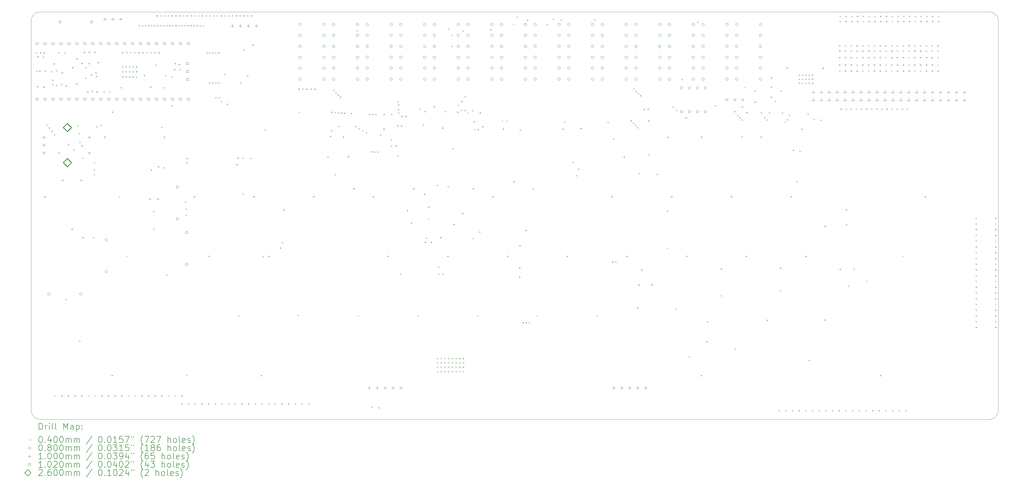
<source format=gbr>
%TF.GenerationSoftware,KiCad,Pcbnew,7.0.8*%
%TF.CreationDate,2023-10-07T09:48:10-04:00*%
%TF.ProjectId,MainBoard,4d61696e-426f-4617-9264-2e6b69636164,rev?*%
%TF.SameCoordinates,Original*%
%TF.FileFunction,Drillmap*%
%TF.FilePolarity,Positive*%
%FSLAX45Y45*%
G04 Gerber Fmt 4.5, Leading zero omitted, Abs format (unit mm)*
G04 Created by KiCad (PCBNEW 7.0.8) date 2023-10-07 09:48:10*
%MOMM*%
%LPD*%
G01*
G04 APERTURE LIST*
%ADD10C,0.100000*%
%ADD11C,0.200000*%
%ADD12C,0.040000*%
%ADD13C,0.080000*%
%ADD14C,0.102000*%
%ADD15C,0.260000*%
G04 APERTURE END LIST*
D10*
X0Y-1000000D02*
X0Y-13425000D01*
X300000Y-13725000D02*
X30580000Y-13725000D01*
X30580000Y-13725000D02*
G75*
G03*
X30880000Y-13425000I0J300000D01*
G01*
X300000Y-700000D02*
X30580000Y-700000D01*
X30880000Y-1000000D02*
G75*
G03*
X30580000Y-700000I-300000J0D01*
G01*
X30880000Y-1000000D02*
X30880000Y-13425000D01*
X0Y-13425000D02*
G75*
G03*
X300000Y-13725000I300000J0D01*
G01*
X300000Y-700000D02*
G75*
G03*
X0Y-1000000I0J-300000D01*
G01*
D11*
D12*
X150180Y-1981520D02*
X190180Y-2021520D01*
X190180Y-1981520D02*
X150180Y-2021520D01*
X165420Y-2570800D02*
X205420Y-2610800D01*
X205420Y-2570800D02*
X165420Y-2610800D01*
X185740Y-3071180D02*
X225740Y-3111180D01*
X225740Y-3071180D02*
X185740Y-3111180D01*
X198440Y-2111060D02*
X238440Y-2151060D01*
X238440Y-2111060D02*
X198440Y-2151060D01*
X256860Y-2575880D02*
X296860Y-2615880D01*
X296860Y-2575880D02*
X256860Y-2615880D01*
X287340Y-1986600D02*
X327340Y-2026600D01*
X327340Y-1986600D02*
X287340Y-2026600D01*
X373700Y-2118680D02*
X413700Y-2158680D01*
X413700Y-2118680D02*
X373700Y-2158680D01*
X383860Y-3081340D02*
X423860Y-3121340D01*
X423860Y-3081340D02*
X383860Y-3121340D01*
X394020Y-1999300D02*
X434020Y-2039300D01*
X434020Y-1999300D02*
X394020Y-2039300D01*
X424000Y-6583500D02*
X464000Y-6623500D01*
X464000Y-6583500D02*
X424000Y-6623500D01*
X429580Y-2563180D02*
X469580Y-2603180D01*
X469580Y-2563180D02*
X429580Y-2603180D01*
X482920Y-4295460D02*
X522920Y-4335460D01*
X522920Y-4295460D02*
X482920Y-4335460D01*
X561660Y-4389440D02*
X601660Y-4429440D01*
X601660Y-4389440D02*
X561660Y-4429440D01*
X642940Y-2591120D02*
X682940Y-2631120D01*
X682940Y-2591120D02*
X642940Y-2631120D01*
X642940Y-4493580D02*
X682940Y-4533580D01*
X682940Y-4493580D02*
X642940Y-4533580D01*
X670880Y-2862900D02*
X710880Y-2902900D01*
X710880Y-2862900D02*
X670880Y-2902900D01*
X678500Y-2997520D02*
X718500Y-3037520D01*
X718500Y-2997520D02*
X678500Y-3037520D01*
X714060Y-2337120D02*
X754060Y-2377120D01*
X754060Y-2337120D02*
X714060Y-2377120D01*
X729300Y-4605340D02*
X769300Y-4645340D01*
X769300Y-4605340D02*
X729300Y-4645340D01*
X740664Y-12941620D02*
X780664Y-12981620D01*
X780664Y-12941620D02*
X740664Y-12981620D01*
X797880Y-2558100D02*
X837880Y-2598100D01*
X837880Y-2558100D02*
X797880Y-2598100D01*
X797880Y-3033080D02*
X837880Y-3073080D01*
X837880Y-3033080D02*
X797880Y-3073080D01*
X861380Y-1981520D02*
X901380Y-2021520D01*
X901380Y-1981520D02*
X861380Y-2021520D01*
X871540Y-5187000D02*
X911540Y-5227000D01*
X911540Y-5187000D02*
X871540Y-5227000D01*
X953756Y-12941620D02*
X993756Y-12981620D01*
X993756Y-12941620D02*
X953756Y-12981620D01*
X955360Y-2997520D02*
X995360Y-3037520D01*
X995360Y-2997520D02*
X955360Y-3037520D01*
X975680Y-2621600D02*
X1015680Y-2661600D01*
X1015680Y-2621600D02*
X975680Y-2661600D01*
X987000Y-6060000D02*
X1027000Y-6100000D01*
X1027000Y-6060000D02*
X987000Y-6100000D01*
X1056960Y-1991680D02*
X1096960Y-2031680D01*
X1096960Y-1991680D02*
X1056960Y-2031680D01*
X1091000Y-9866000D02*
X1131000Y-9906000D01*
X1131000Y-9866000D02*
X1091000Y-9906000D01*
X1105220Y-3050860D02*
X1145220Y-3090860D01*
X1145220Y-3050860D02*
X1105220Y-3090860D01*
X1166849Y-12941620D02*
X1206849Y-12981620D01*
X1206849Y-12941620D02*
X1166849Y-12981620D01*
X1172500Y-4917500D02*
X1212500Y-4957500D01*
X1212500Y-4917500D02*
X1172500Y-4957500D01*
X1288000Y-7625000D02*
X1328000Y-7665000D01*
X1328000Y-7625000D02*
X1288000Y-7665000D01*
X1310960Y-2461580D02*
X1350960Y-2501580D01*
X1350960Y-2461580D02*
X1310960Y-2501580D01*
X1342500Y-5087500D02*
X1382500Y-5127500D01*
X1382500Y-5087500D02*
X1342500Y-5127500D01*
X1379941Y-12941620D02*
X1419941Y-12981620D01*
X1419941Y-12941620D02*
X1379941Y-12981620D01*
X1432880Y-2182180D02*
X1472880Y-2222180D01*
X1472880Y-2182180D02*
X1432880Y-2222180D01*
X1432880Y-2977200D02*
X1472880Y-3017200D01*
X1472880Y-2977200D02*
X1432880Y-3017200D01*
X1473520Y-4318320D02*
X1513520Y-4358320D01*
X1513520Y-4318320D02*
X1473520Y-4358320D01*
X1521780Y-4567240D02*
X1561780Y-4607240D01*
X1561780Y-4567240D02*
X1521780Y-4607240D01*
X1531000Y-11191000D02*
X1571000Y-11231000D01*
X1571000Y-11191000D02*
X1531000Y-11231000D01*
X1538230Y-4841560D02*
X1578230Y-4881560D01*
X1578230Y-4841560D02*
X1538230Y-4881560D01*
X1574000Y-6060000D02*
X1614000Y-6100000D01*
X1614000Y-6060000D02*
X1574000Y-6100000D01*
X1593034Y-12941620D02*
X1633034Y-12981620D01*
X1633034Y-12941620D02*
X1593034Y-12981620D01*
X1610680Y-2324420D02*
X1650680Y-2364420D01*
X1650680Y-2324420D02*
X1610680Y-2364420D01*
X1610680Y-4958400D02*
X1650680Y-4998400D01*
X1650680Y-4958400D02*
X1610680Y-4998400D01*
X1623380Y-5354640D02*
X1663380Y-5394640D01*
X1663380Y-5354640D02*
X1623380Y-5394640D01*
X1638620Y-7892100D02*
X1678620Y-7932100D01*
X1678620Y-7892100D02*
X1638620Y-7932100D01*
X1679260Y-1971360D02*
X1719260Y-2011360D01*
X1719260Y-1971360D02*
X1679260Y-2011360D01*
X1717790Y-2794750D02*
X1757790Y-2834750D01*
X1757790Y-2794750D02*
X1717790Y-2834750D01*
X1724980Y-2456500D02*
X1764980Y-2496500D01*
X1764980Y-2456500D02*
X1724980Y-2496500D01*
X1788480Y-3248980D02*
X1828480Y-3288980D01*
X1828480Y-3248980D02*
X1788480Y-3288980D01*
X1806127Y-12941620D02*
X1846127Y-12981620D01*
X1846127Y-12941620D02*
X1806127Y-12981620D01*
X1831660Y-2326960D02*
X1871660Y-2366960D01*
X1871660Y-2326960D02*
X1831660Y-2366960D01*
X1839280Y-1968820D02*
X1879280Y-2008820D01*
X1879280Y-1968820D02*
X1839280Y-2008820D01*
X1902780Y-2697800D02*
X1942780Y-2737800D01*
X1942780Y-2697800D02*
X1902780Y-2737800D01*
X1928180Y-3208340D02*
X1968180Y-3248340D01*
X1968180Y-3208340D02*
X1928180Y-3248340D01*
X1970150Y-7894640D02*
X2010150Y-7934640D01*
X2010150Y-7894640D02*
X1970150Y-7934640D01*
X1991680Y-5725480D02*
X2031680Y-5765480D01*
X2031680Y-5725480D02*
X1991680Y-5765480D01*
X1999300Y-5875340D02*
X2039300Y-5915340D01*
X2039300Y-5875340D02*
X1999300Y-5915340D01*
X2001840Y-5491800D02*
X2041840Y-5531800D01*
X2041840Y-5491800D02*
X2001840Y-5531800D01*
X2012000Y-1968820D02*
X2052000Y-2008820D01*
X2052000Y-1968820D02*
X2012000Y-2008820D01*
X2019219Y-12941620D02*
X2059219Y-12981620D01*
X2059219Y-12941620D02*
X2019219Y-12981620D01*
X2050100Y-2626680D02*
X2090100Y-2666680D01*
X2090100Y-2626680D02*
X2050100Y-2666680D01*
X2062800Y-2740980D02*
X2102800Y-2780980D01*
X2102800Y-2740980D02*
X2062800Y-2780980D01*
X2072960Y-4343720D02*
X2112960Y-4383720D01*
X2112960Y-4343720D02*
X2072960Y-4383720D01*
X2078040Y-3233740D02*
X2118040Y-3273740D01*
X2118040Y-3233740D02*
X2078040Y-3273740D01*
X2126550Y-2299020D02*
X2166550Y-2339020D01*
X2166550Y-2299020D02*
X2126550Y-2339020D01*
X2206941Y-4301870D02*
X2246941Y-4341870D01*
X2246941Y-4301870D02*
X2206941Y-4341870D01*
X2232312Y-12941620D02*
X2272312Y-12981620D01*
X2272312Y-12941620D02*
X2232312Y-12981620D01*
X2311720Y-3233740D02*
X2351720Y-3273740D01*
X2351720Y-3233740D02*
X2311720Y-3273740D01*
X2329000Y-4678500D02*
X2369000Y-4718500D01*
X2369000Y-4678500D02*
X2329000Y-4718500D01*
X2445404Y-12941620D02*
X2485404Y-12981620D01*
X2485404Y-12941620D02*
X2445404Y-12981620D01*
X2499680Y-3226120D02*
X2539680Y-3266120D01*
X2539680Y-3226120D02*
X2499680Y-3266120D01*
X2567125Y-12298500D02*
X2607125Y-12338500D01*
X2607125Y-12298500D02*
X2567125Y-12338500D01*
X2573340Y-3883980D02*
X2613340Y-3923980D01*
X2613340Y-3883980D02*
X2573340Y-3923980D01*
X2658497Y-12941620D02*
X2698497Y-12981620D01*
X2698497Y-12941620D02*
X2658497Y-12981620D01*
X2805250Y-6583500D02*
X2845250Y-6623500D01*
X2845250Y-6583500D02*
X2805250Y-6623500D01*
X2855280Y-3098950D02*
X2895280Y-3138950D01*
X2895280Y-3098950D02*
X2855280Y-3138950D01*
X2871590Y-12941620D02*
X2911590Y-12981620D01*
X2911590Y-12941620D02*
X2871590Y-12981620D01*
X2898460Y-1984060D02*
X2938460Y-2024060D01*
X2938460Y-1984060D02*
X2898460Y-2024060D01*
X2901000Y-2441260D02*
X2941000Y-2481260D01*
X2941000Y-2441260D02*
X2901000Y-2481260D01*
X2901000Y-2591120D02*
X2941000Y-2631120D01*
X2941000Y-2591120D02*
X2901000Y-2631120D01*
X2901000Y-2756220D02*
X2941000Y-2796220D01*
X2941000Y-2756220D02*
X2901000Y-2796220D01*
X3012760Y-2441260D02*
X3052760Y-2481260D01*
X3052760Y-2441260D02*
X3012760Y-2481260D01*
X3012760Y-2591120D02*
X3052760Y-2631120D01*
X3052760Y-2591120D02*
X3012760Y-2631120D01*
X3012760Y-2756220D02*
X3052760Y-2796220D01*
X3052760Y-2756220D02*
X3012760Y-2796220D01*
X3027435Y-1984060D02*
X3067435Y-2024060D01*
X3067435Y-1984060D02*
X3027435Y-2024060D01*
X3043375Y-8488500D02*
X3083375Y-8528500D01*
X3083375Y-8488500D02*
X3043375Y-8528500D01*
X3084682Y-12941620D02*
X3124682Y-12981620D01*
X3124682Y-12941620D02*
X3084682Y-12981620D01*
X3124520Y-2441260D02*
X3164520Y-2481260D01*
X3164520Y-2441260D02*
X3124520Y-2481260D01*
X3124520Y-2591120D02*
X3164520Y-2631120D01*
X3164520Y-2591120D02*
X3124520Y-2631120D01*
X3124520Y-2756220D02*
X3164520Y-2796220D01*
X3164520Y-2756220D02*
X3124520Y-2796220D01*
X3156411Y-1984060D02*
X3196411Y-2024060D01*
X3196411Y-1984060D02*
X3156411Y-2024060D01*
X3236280Y-2441260D02*
X3276280Y-2481260D01*
X3276280Y-2441260D02*
X3236280Y-2481260D01*
X3236280Y-2591120D02*
X3276280Y-2631120D01*
X3276280Y-2591120D02*
X3236280Y-2631120D01*
X3236280Y-2756220D02*
X3276280Y-2796220D01*
X3276280Y-2756220D02*
X3236280Y-2796220D01*
X3285386Y-1984060D02*
X3325386Y-2024060D01*
X3325386Y-1984060D02*
X3285386Y-2024060D01*
X3297775Y-12941620D02*
X3337775Y-12981620D01*
X3337775Y-12941620D02*
X3297775Y-12981620D01*
X3348040Y-2441260D02*
X3388040Y-2481260D01*
X3388040Y-2441260D02*
X3348040Y-2481260D01*
X3348040Y-2591120D02*
X3388040Y-2631120D01*
X3388040Y-2591120D02*
X3348040Y-2631120D01*
X3348040Y-2756220D02*
X3388040Y-2796220D01*
X3388040Y-2756220D02*
X3348040Y-2796220D01*
X3414362Y-1984060D02*
X3454362Y-2024060D01*
X3454362Y-1984060D02*
X3414362Y-2024060D01*
X3439480Y-1120460D02*
X3479480Y-1160460D01*
X3479480Y-1120460D02*
X3439480Y-1160460D01*
X3510867Y-12941620D02*
X3550867Y-12981620D01*
X3550867Y-12941620D02*
X3510867Y-12981620D01*
X3536242Y-1120460D02*
X3576242Y-1160460D01*
X3576242Y-1120460D02*
X3536242Y-1160460D01*
X3543337Y-1984060D02*
X3583337Y-2024060D01*
X3583337Y-1984060D02*
X3543337Y-2024060D01*
X3594420Y-2713040D02*
X3634420Y-2753040D01*
X3634420Y-2713040D02*
X3594420Y-2753040D01*
X3633004Y-1120460D02*
X3673004Y-1160460D01*
X3673004Y-1120460D02*
X3633004Y-1160460D01*
X3672313Y-1984060D02*
X3712313Y-2024060D01*
X3712313Y-1984060D02*
X3672313Y-2024060D01*
X3723960Y-12941620D02*
X3763960Y-12981620D01*
X3763960Y-12941620D02*
X3723960Y-12981620D01*
X3729766Y-1120460D02*
X3769766Y-1160460D01*
X3769766Y-1120460D02*
X3729766Y-1160460D01*
X3777300Y-6660200D02*
X3817300Y-6700200D01*
X3817300Y-6660200D02*
X3777300Y-6700200D01*
X3797620Y-3081340D02*
X3837620Y-3121340D01*
X3837620Y-3081340D02*
X3797620Y-3121340D01*
X3801288Y-1984060D02*
X3841288Y-2024060D01*
X3841288Y-1984060D02*
X3801288Y-2024060D01*
X3812860Y-5735640D02*
X3852860Y-5775640D01*
X3852860Y-5735640D02*
X3812860Y-5775640D01*
X3826528Y-1120460D02*
X3866528Y-1160460D01*
X3866528Y-1120460D02*
X3826528Y-1160460D01*
X3896750Y-7053900D02*
X3936750Y-7093900D01*
X3936750Y-7053900D02*
X3896750Y-7093900D01*
X3896750Y-7622860D02*
X3936750Y-7662860D01*
X3936750Y-7622860D02*
X3896750Y-7662860D01*
X3923289Y-1120460D02*
X3963289Y-1160460D01*
X3963289Y-1120460D02*
X3923289Y-1160460D01*
X3930264Y-1984060D02*
X3970264Y-2024060D01*
X3970264Y-1984060D02*
X3930264Y-2024060D01*
X3937053Y-12941620D02*
X3977053Y-12981620D01*
X3977053Y-12941620D02*
X3937053Y-12981620D01*
X3963950Y-2378040D02*
X4003950Y-2418040D01*
X4003950Y-2378040D02*
X3963950Y-2418040D01*
X4000820Y-805500D02*
X4040820Y-845500D01*
X4040820Y-805500D02*
X4000820Y-845500D01*
X4020051Y-1120460D02*
X4060051Y-1160460D01*
X4060051Y-1120460D02*
X4020051Y-1160460D01*
X4028760Y-6660200D02*
X4068760Y-6700200D01*
X4068760Y-6660200D02*
X4028760Y-6700200D01*
X4049080Y-5626420D02*
X4089080Y-5666420D01*
X4089080Y-5626420D02*
X4049080Y-5666420D01*
X4059240Y-1984060D02*
X4099240Y-2024060D01*
X4099240Y-1984060D02*
X4059240Y-2024060D01*
X4116813Y-1120460D02*
X4156813Y-1160460D01*
X4156813Y-1120460D02*
X4116813Y-1160460D01*
X4121318Y-805500D02*
X4161318Y-845500D01*
X4161318Y-805500D02*
X4121318Y-845500D01*
X4145265Y-4371325D02*
X4185265Y-4411325D01*
X4185265Y-4371325D02*
X4145265Y-4411325D01*
X4150145Y-12941620D02*
X4190145Y-12981620D01*
X4190145Y-12941620D02*
X4150145Y-12981620D01*
X4213575Y-1120460D02*
X4253575Y-1160460D01*
X4253575Y-1120460D02*
X4213575Y-1160460D01*
X4223130Y-5659440D02*
X4263130Y-5699440D01*
X4263130Y-5659440D02*
X4223130Y-5699440D01*
X4231960Y-3098950D02*
X4271960Y-3138950D01*
X4271960Y-3098950D02*
X4231960Y-3138950D01*
X4234000Y-4678500D02*
X4274000Y-4718500D01*
X4274000Y-4678500D02*
X4234000Y-4718500D01*
X4241815Y-805500D02*
X4281815Y-845500D01*
X4281815Y-805500D02*
X4241815Y-845500D01*
X4276450Y-2713040D02*
X4316450Y-2753040D01*
X4316450Y-2713040D02*
X4276450Y-2753040D01*
X4308160Y-9088440D02*
X4348160Y-9128440D01*
X4348160Y-9088440D02*
X4308160Y-9128440D01*
X4310337Y-1120460D02*
X4350337Y-1160460D01*
X4350337Y-1120460D02*
X4310337Y-1160460D01*
X4362313Y-805500D02*
X4402313Y-845500D01*
X4402313Y-805500D02*
X4362313Y-845500D01*
X4363238Y-12941620D02*
X4403238Y-12981620D01*
X4403238Y-12941620D02*
X4363238Y-12981620D01*
X4407099Y-1120460D02*
X4447099Y-1160460D01*
X4447099Y-1120460D02*
X4407099Y-1160460D01*
X4470720Y-2751140D02*
X4510720Y-2791140D01*
X4510720Y-2751140D02*
X4470720Y-2791140D01*
X4480880Y-3678240D02*
X4520880Y-3718240D01*
X4520880Y-3678240D02*
X4480880Y-3718240D01*
X4482810Y-805500D02*
X4522810Y-845500D01*
X4522810Y-805500D02*
X4482810Y-845500D01*
X4503861Y-1120460D02*
X4543861Y-1160460D01*
X4543861Y-1120460D02*
X4503861Y-1160460D01*
X4552000Y-2520000D02*
X4592000Y-2560000D01*
X4592000Y-2520000D02*
X4552000Y-2560000D01*
X4576330Y-12941620D02*
X4616330Y-12981620D01*
X4616330Y-12941620D02*
X4576330Y-12981620D01*
X4579940Y-2334580D02*
X4619940Y-2374580D01*
X4619940Y-2334580D02*
X4579940Y-2374580D01*
X4600623Y-1120460D02*
X4640623Y-1160460D01*
X4640623Y-1120460D02*
X4600623Y-1160460D01*
X4603308Y-805500D02*
X4643308Y-845500D01*
X4643308Y-805500D02*
X4603308Y-845500D01*
X4697385Y-1120460D02*
X4737385Y-1160460D01*
X4737385Y-1120460D02*
X4697385Y-1160460D01*
X4712020Y-2365060D02*
X4752020Y-2405060D01*
X4752020Y-2365060D02*
X4712020Y-2405060D01*
X4723806Y-805500D02*
X4763806Y-845500D01*
X4763806Y-805500D02*
X4723806Y-845500D01*
X4729800Y-2535240D02*
X4769800Y-2575240D01*
X4769800Y-2535240D02*
X4729800Y-2575240D01*
X4789424Y-12941620D02*
X4829424Y-12981620D01*
X4829424Y-12941620D02*
X4789424Y-12981620D01*
X4790760Y-13200700D02*
X4830760Y-13240700D01*
X4830760Y-13200700D02*
X4790760Y-13240700D01*
X4794147Y-1120460D02*
X4834147Y-1160460D01*
X4834147Y-1120460D02*
X4794147Y-1160460D01*
X4844303Y-805500D02*
X4884303Y-845500D01*
X4884303Y-805500D02*
X4844303Y-845500D01*
X4890909Y-1120460D02*
X4930909Y-1160460D01*
X4930909Y-1120460D02*
X4890909Y-1160460D01*
X4907600Y-6751640D02*
X4947600Y-6791640D01*
X4947600Y-6751640D02*
X4907600Y-6791640D01*
X4925380Y-6975160D02*
X4965380Y-7015160D01*
X4965380Y-6975160D02*
X4925380Y-7015160D01*
X4935540Y-7183440D02*
X4975540Y-7223440D01*
X4975540Y-7183440D02*
X4935540Y-7223440D01*
X4948375Y-12298500D02*
X4988375Y-12338500D01*
X4988375Y-12298500D02*
X4948375Y-12338500D01*
X4953320Y-5496880D02*
X4993320Y-5536880D01*
X4993320Y-5496880D02*
X4953320Y-5536880D01*
X4958400Y-5364800D02*
X4998400Y-5404800D01*
X4998400Y-5364800D02*
X4958400Y-5404800D01*
X4964801Y-805500D02*
X5004801Y-845500D01*
X5004801Y-805500D02*
X4964801Y-845500D01*
X4987670Y-1120460D02*
X5027670Y-1160460D01*
X5027670Y-1120460D02*
X4987670Y-1160460D01*
X5003853Y-13200700D02*
X5043853Y-13240700D01*
X5043853Y-13200700D02*
X5003853Y-13240700D01*
X5084432Y-1120460D02*
X5124432Y-1160460D01*
X5124432Y-1120460D02*
X5084432Y-1160460D01*
X5085298Y-805500D02*
X5125298Y-845500D01*
X5125298Y-805500D02*
X5085298Y-845500D01*
X5181194Y-1120460D02*
X5221194Y-1160460D01*
X5221194Y-1120460D02*
X5181194Y-1160460D01*
X5186500Y-6583500D02*
X5226500Y-6623500D01*
X5226500Y-6583500D02*
X5186500Y-6623500D01*
X5205796Y-805500D02*
X5245796Y-845500D01*
X5245796Y-805500D02*
X5205796Y-845500D01*
X5216945Y-13200700D02*
X5256945Y-13240700D01*
X5256945Y-13200700D02*
X5216945Y-13240700D01*
X5277956Y-1120460D02*
X5317956Y-1160460D01*
X5317956Y-1120460D02*
X5277956Y-1160460D01*
X5326294Y-805500D02*
X5366294Y-845500D01*
X5366294Y-805500D02*
X5326294Y-845500D01*
X5374718Y-1120460D02*
X5414718Y-1160460D01*
X5414718Y-1120460D02*
X5374718Y-1160460D01*
X5430038Y-13200700D02*
X5470038Y-13240700D01*
X5470038Y-13200700D02*
X5430038Y-13240700D01*
X5446791Y-805500D02*
X5486791Y-845500D01*
X5486791Y-805500D02*
X5446791Y-845500D01*
X5471480Y-1125540D02*
X5511480Y-1165540D01*
X5511480Y-1125540D02*
X5471480Y-1165540D01*
X5567289Y-805500D02*
X5607289Y-845500D01*
X5607289Y-805500D02*
X5567289Y-845500D01*
X5593400Y-1989140D02*
X5633400Y-2029140D01*
X5633400Y-1989140D02*
X5593400Y-2029140D01*
X5643130Y-13200700D02*
X5683130Y-13240700D01*
X5683130Y-13200700D02*
X5643130Y-13240700D01*
X5662750Y-8488500D02*
X5702750Y-8528500D01*
X5702750Y-8488500D02*
X5662750Y-8528500D01*
X5669600Y-2949990D02*
X5709600Y-2989990D01*
X5709600Y-2949990D02*
X5669600Y-2989990D01*
X5687786Y-805500D02*
X5727786Y-845500D01*
X5727786Y-805500D02*
X5687786Y-845500D01*
X5688015Y-1989140D02*
X5728015Y-2029140D01*
X5728015Y-1989140D02*
X5688015Y-2029140D01*
X5773740Y-2951800D02*
X5813740Y-2991800D01*
X5813740Y-2951800D02*
X5773740Y-2991800D01*
X5782630Y-1989140D02*
X5822630Y-2029140D01*
X5822630Y-1989140D02*
X5782630Y-2029140D01*
X5808284Y-805500D02*
X5848284Y-845500D01*
X5848284Y-805500D02*
X5808284Y-845500D01*
X5856223Y-13200700D02*
X5896223Y-13240700D01*
X5896223Y-13200700D02*
X5856223Y-13240700D01*
X5876990Y-2949990D02*
X5916990Y-2989990D01*
X5916990Y-2949990D02*
X5876990Y-2989990D01*
X5876990Y-3423946D02*
X5916990Y-3463946D01*
X5916990Y-3423946D02*
X5876990Y-3463946D01*
X5877245Y-1989140D02*
X5917245Y-2029140D01*
X5917245Y-1989140D02*
X5877245Y-2029140D01*
X5928782Y-805500D02*
X5968782Y-845500D01*
X5968782Y-805500D02*
X5928782Y-845500D01*
X5971860Y-1989140D02*
X6011860Y-2029140D01*
X6011860Y-1989140D02*
X5971860Y-2029140D01*
X5976940Y-2949990D02*
X6016940Y-2989990D01*
X6016940Y-2949990D02*
X5976940Y-2989990D01*
X5976940Y-3424240D02*
X6016940Y-3464240D01*
X6016940Y-3424240D02*
X5976940Y-3464240D01*
X6049279Y-805500D02*
X6089279Y-845500D01*
X6089279Y-805500D02*
X6049279Y-845500D01*
X6049814Y-3539325D02*
X6089814Y-3579325D01*
X6089814Y-3539325D02*
X6049814Y-3579325D01*
X6069316Y-13200700D02*
X6109316Y-13240700D01*
X6109316Y-13200700D02*
X6069316Y-13240700D01*
X6162360Y-2674940D02*
X6202360Y-2714940D01*
X6202360Y-2674940D02*
X6162360Y-2714940D01*
X6169777Y-805500D02*
X6209777Y-845500D01*
X6209777Y-805500D02*
X6169777Y-845500D01*
X6243284Y-3630336D02*
X6283284Y-3670336D01*
X6283284Y-3630336D02*
X6243284Y-3670336D01*
X6282408Y-13200700D02*
X6322408Y-13240700D01*
X6322408Y-13200700D02*
X6282408Y-13240700D01*
X6290274Y-805500D02*
X6330274Y-845500D01*
X6330274Y-805500D02*
X6290274Y-845500D01*
X6410772Y-805500D02*
X6450772Y-845500D01*
X6450772Y-805500D02*
X6410772Y-845500D01*
X6495501Y-13200700D02*
X6535501Y-13240700D01*
X6535501Y-13200700D02*
X6495501Y-13240700D01*
X6531270Y-805500D02*
X6571270Y-845500D01*
X6571270Y-805500D02*
X6531270Y-845500D01*
X6551650Y-5560380D02*
X6591650Y-5600380D01*
X6591650Y-5560380D02*
X6551650Y-5600380D01*
X6578000Y-5348000D02*
X6618000Y-5388000D01*
X6618000Y-5348000D02*
X6578000Y-5388000D01*
X6615250Y-10393500D02*
X6655250Y-10433500D01*
X6655250Y-10393500D02*
X6615250Y-10433500D01*
X6651767Y-805500D02*
X6691767Y-845500D01*
X6691767Y-805500D02*
X6651767Y-845500D01*
X6672900Y-2949990D02*
X6712900Y-2989990D01*
X6712900Y-2949990D02*
X6672900Y-2989990D01*
X6708593Y-13200700D02*
X6748593Y-13240700D01*
X6748593Y-13200700D02*
X6708593Y-13240700D01*
X6746910Y-6494750D02*
X6786910Y-6534750D01*
X6786910Y-6494750D02*
X6746910Y-6534750D01*
X6749100Y-5352100D02*
X6789100Y-5392100D01*
X6789100Y-5352100D02*
X6749100Y-5392100D01*
X6772265Y-805500D02*
X6812265Y-845500D01*
X6812265Y-805500D02*
X6772265Y-845500D01*
X6780000Y-1890000D02*
X6820000Y-1930000D01*
X6820000Y-1890000D02*
X6780000Y-1930000D01*
X6892762Y-805500D02*
X6932762Y-845500D01*
X6932762Y-805500D02*
X6892762Y-845500D01*
X6893880Y-2730090D02*
X6933880Y-2770090D01*
X6933880Y-2730090D02*
X6893880Y-2770090D01*
X6921686Y-13200700D02*
X6961686Y-13240700D01*
X6961686Y-13200700D02*
X6921686Y-13240700D01*
X6985320Y-5359825D02*
X7025320Y-5399825D01*
X7025320Y-5359825D02*
X6985320Y-5399825D01*
X7013260Y-805500D02*
X7053260Y-845500D01*
X7053260Y-805500D02*
X7013260Y-845500D01*
X7060000Y-1740000D02*
X7100000Y-1780000D01*
X7100000Y-1740000D02*
X7060000Y-1780000D01*
X7091500Y-6583500D02*
X7131500Y-6623500D01*
X7131500Y-6583500D02*
X7091500Y-6623500D01*
X7134779Y-13200700D02*
X7174779Y-13240700D01*
X7174779Y-13200700D02*
X7134779Y-13240700D01*
X7329625Y-12298500D02*
X7369625Y-12338500D01*
X7369625Y-12298500D02*
X7329625Y-12338500D01*
X7347871Y-13200700D02*
X7387871Y-13240700D01*
X7387871Y-13200700D02*
X7347871Y-13240700D01*
X7380300Y-8499160D02*
X7420300Y-8539160D01*
X7420300Y-8499160D02*
X7380300Y-8539160D01*
X7452180Y-4444980D02*
X7492180Y-4484980D01*
X7492180Y-4444980D02*
X7452180Y-4484980D01*
X7560964Y-13200700D02*
X7600964Y-13240700D01*
X7600964Y-13200700D02*
X7560964Y-13240700D01*
X7567750Y-8488500D02*
X7607750Y-8528500D01*
X7607750Y-8488500D02*
X7567750Y-8528500D01*
X7774056Y-13200700D02*
X7814056Y-13240700D01*
X7814056Y-13200700D02*
X7774056Y-13240700D01*
X7937820Y-8224840D02*
X7977820Y-8264840D01*
X7977820Y-8224840D02*
X7937820Y-8264840D01*
X7987149Y-13200700D02*
X8027149Y-13240700D01*
X8027149Y-13200700D02*
X7987149Y-13240700D01*
X8000625Y-8055625D02*
X8040625Y-8095625D01*
X8040625Y-8055625D02*
X8000625Y-8095625D01*
X8047500Y-7010000D02*
X8087500Y-7050000D01*
X8087500Y-7010000D02*
X8047500Y-7050000D01*
X8200242Y-13200700D02*
X8240242Y-13240700D01*
X8240242Y-13200700D02*
X8200242Y-13240700D01*
X8413334Y-13200700D02*
X8453334Y-13240700D01*
X8453334Y-13200700D02*
X8413334Y-13240700D01*
X8498420Y-10371670D02*
X8538420Y-10411670D01*
X8538420Y-10371670D02*
X8498420Y-10411670D01*
X8529640Y-3142300D02*
X8569640Y-3182300D01*
X8569640Y-3142300D02*
X8529640Y-3182300D01*
X8542340Y-3886970D02*
X8582340Y-3926970D01*
X8582340Y-3886970D02*
X8542340Y-3926970D01*
X8626427Y-13200700D02*
X8666427Y-13240700D01*
X8666427Y-13200700D02*
X8626427Y-13240700D01*
X8651560Y-3144840D02*
X8691560Y-3184840D01*
X8691560Y-3144840D02*
X8651560Y-3184840D01*
X8781100Y-3147380D02*
X8821100Y-3187380D01*
X8821100Y-3147380D02*
X8781100Y-3187380D01*
X8839520Y-13200700D02*
X8879520Y-13240700D01*
X8879520Y-13200700D02*
X8839520Y-13240700D01*
X8918260Y-3149920D02*
X8958260Y-3189920D01*
X8958260Y-3149920D02*
X8918260Y-3189920D01*
X8996500Y-6583500D02*
X9036500Y-6623500D01*
X9036500Y-6583500D02*
X8996500Y-6623500D01*
X9037640Y-3149920D02*
X9077640Y-3189920D01*
X9077640Y-3149920D02*
X9037640Y-3189920D01*
X9456938Y-5317750D02*
X9496938Y-5357750D01*
X9496938Y-5317750D02*
X9456938Y-5357750D01*
X9538020Y-4658680D02*
X9578020Y-4698680D01*
X9578020Y-4658680D02*
X9538020Y-4698680D01*
X9573150Y-4472830D02*
X9613150Y-4512830D01*
X9613150Y-4472830D02*
X9573150Y-4512830D01*
X9578660Y-3886520D02*
X9618660Y-3926520D01*
X9618660Y-3886520D02*
X9578660Y-3926520D01*
X9642087Y-3187445D02*
X9682087Y-3227445D01*
X9682087Y-3187445D02*
X9642087Y-3227445D01*
X9693307Y-3895693D02*
X9733307Y-3935693D01*
X9733307Y-3895693D02*
X9693307Y-3935693D01*
X9695000Y-5885000D02*
X9735000Y-5925000D01*
X9735000Y-5885000D02*
X9695000Y-5925000D01*
X9711388Y-3259468D02*
X9751388Y-3299468D01*
X9751388Y-3259468D02*
X9711388Y-3299468D01*
X9781293Y-3330905D02*
X9821293Y-3370905D01*
X9821293Y-3330905D02*
X9781293Y-3370905D01*
X9792940Y-3903652D02*
X9832940Y-3943652D01*
X9832940Y-3903652D02*
X9792940Y-3943652D01*
X9802180Y-4336100D02*
X9842180Y-4376100D01*
X9842180Y-4336100D02*
X9802180Y-4376100D01*
X9853820Y-3399680D02*
X9893820Y-3439680D01*
X9893820Y-3399680D02*
X9853820Y-3439680D01*
X9892401Y-3913530D02*
X9932401Y-3953530D01*
X9932401Y-3913530D02*
X9892401Y-3953530D01*
X9949000Y-4678500D02*
X9989000Y-4718500D01*
X9989000Y-4678500D02*
X9949000Y-4718500D01*
X9992314Y-3916244D02*
X10032314Y-3956244D01*
X10032314Y-3916244D02*
X9992314Y-3956244D01*
X10109185Y-5304715D02*
X10149185Y-5344715D01*
X10149185Y-5304715D02*
X10109185Y-5344715D01*
X10204806Y-3931970D02*
X10244806Y-3971970D01*
X10244806Y-3931970D02*
X10204806Y-3971970D01*
X10289200Y-6329500D02*
X10329200Y-6369500D01*
X10329200Y-6329500D02*
X10289200Y-6369500D01*
X10338120Y-4338520D02*
X10378120Y-4378520D01*
X10378120Y-4338520D02*
X10338120Y-4378520D01*
X10390000Y-1280000D02*
X10430000Y-1320000D01*
X10430000Y-1280000D02*
X10390000Y-1320000D01*
X10425250Y-10393500D02*
X10465250Y-10433500D01*
X10465250Y-10393500D02*
X10425250Y-10433500D01*
X10446200Y-4410970D02*
X10486200Y-4450970D01*
X10486200Y-4410970D02*
X10446200Y-4450970D01*
X10569260Y-4483420D02*
X10609260Y-4523420D01*
X10609260Y-4483420D02*
X10569260Y-4523420D01*
X10683560Y-4542050D02*
X10723560Y-4582050D01*
X10723560Y-4542050D02*
X10683560Y-4582050D01*
X10782620Y-3952450D02*
X10822620Y-3992450D01*
X10822620Y-3952450D02*
X10782620Y-3992450D01*
X10849728Y-5148784D02*
X10889728Y-5188784D01*
X10889728Y-5148784D02*
X10849728Y-5188784D01*
X10860000Y-13310000D02*
X10900000Y-13350000D01*
X10900000Y-13310000D02*
X10860000Y-13350000D01*
X10885939Y-3952411D02*
X10925939Y-3992411D01*
X10925939Y-3952411D02*
X10885939Y-3992411D01*
X10901500Y-6583500D02*
X10941500Y-6623500D01*
X10941500Y-6583500D02*
X10901500Y-6623500D01*
X10949370Y-5156627D02*
X10989370Y-5196627D01*
X10989370Y-5156627D02*
X10949370Y-5196627D01*
X10988360Y-3952450D02*
X11028360Y-3992450D01*
X11028360Y-3952450D02*
X10988360Y-3992450D01*
X11049320Y-5156627D02*
X11089320Y-5196627D01*
X11089320Y-5156627D02*
X11049320Y-5196627D01*
X11080000Y-13330000D02*
X11120000Y-13370000D01*
X11120000Y-13330000D02*
X11080000Y-13370000D01*
X11141190Y-4615070D02*
X11181190Y-4655070D01*
X11181190Y-4615070D02*
X11141190Y-4655070D01*
X11241700Y-4424500D02*
X11281700Y-4464500D01*
X11281700Y-4424500D02*
X11241700Y-4464500D01*
X11252520Y-3952450D02*
X11292520Y-3992450D01*
X11292520Y-3952450D02*
X11252520Y-3992450D01*
X11377750Y-8488500D02*
X11417750Y-8528500D01*
X11417750Y-8488500D02*
X11377750Y-8528500D01*
X11478580Y-4770440D02*
X11518580Y-4810440D01*
X11518580Y-4770440D02*
X11478580Y-4810440D01*
X11488740Y-4960940D02*
X11528740Y-5000940D01*
X11528740Y-4960940D02*
X11488740Y-5000940D01*
X11488812Y-3957568D02*
X11528812Y-3997568D01*
X11528812Y-3957568D02*
X11488812Y-3997568D01*
X11628440Y-4963480D02*
X11668440Y-5003480D01*
X11668440Y-4963480D02*
X11628440Y-5003480D01*
X11679240Y-4318320D02*
X11719240Y-4358320D01*
X11719240Y-4318320D02*
X11679240Y-4358320D01*
X11681780Y-3556320D02*
X11721780Y-3596320D01*
X11721780Y-3556320D02*
X11681780Y-3596320D01*
X11684320Y-5286060D02*
X11724320Y-5326060D01*
X11724320Y-5286060D02*
X11684320Y-5326060D01*
X11704640Y-3802700D02*
X11744640Y-3842700D01*
X11744640Y-3802700D02*
X11704640Y-3842700D01*
X11707180Y-3911920D02*
X11747180Y-3951920D01*
X11747180Y-3911920D02*
X11707180Y-3951920D01*
X11718007Y-3649474D02*
X11758007Y-3689474D01*
X11758007Y-3649474D02*
X11718007Y-3689474D01*
X11775700Y-9057635D02*
X11815700Y-9097635D01*
X11815700Y-9057635D02*
X11775700Y-9097635D01*
X11803700Y-4323400D02*
X11843700Y-4363400D01*
X11843700Y-4323400D02*
X11803700Y-4363400D01*
X11815566Y-4021970D02*
X11855566Y-4061970D01*
X11855566Y-4021970D02*
X11815566Y-4061970D01*
X11938888Y-4017458D02*
X11978888Y-4057458D01*
X11978888Y-4017458D02*
X11938888Y-4057458D01*
X11993000Y-7028500D02*
X12033000Y-7068500D01*
X12033000Y-7028500D02*
X11993000Y-7068500D01*
X12119570Y-7428910D02*
X12159570Y-7468910D01*
X12159570Y-7428910D02*
X12119570Y-7468910D01*
X12194200Y-6329500D02*
X12234200Y-6369500D01*
X12234200Y-6329500D02*
X12194200Y-6369500D01*
X12330250Y-10393500D02*
X12370250Y-10433500D01*
X12370250Y-10393500D02*
X12330250Y-10433500D01*
X12390440Y-3782380D02*
X12430440Y-3822380D01*
X12430440Y-3782380D02*
X12390440Y-3822380D01*
X12504740Y-4282760D02*
X12544740Y-4322760D01*
X12544740Y-4282760D02*
X12504740Y-4322760D01*
X12540300Y-6507800D02*
X12580300Y-6547800D01*
X12580300Y-6507800D02*
X12540300Y-6547800D01*
X12560620Y-3863830D02*
X12600620Y-3903830D01*
X12600620Y-3863830D02*
X12560620Y-3903830D01*
X12568240Y-8044500D02*
X12608240Y-8084500D01*
X12608240Y-8044500D02*
X12568240Y-8084500D01*
X12598000Y-7907340D02*
X12638000Y-7947340D01*
X12638000Y-7907340D02*
X12598000Y-7947340D01*
X12670450Y-6916740D02*
X12710450Y-6956740D01*
X12710450Y-6916740D02*
X12670450Y-6956740D01*
X12670450Y-7302820D02*
X12710450Y-7342820D01*
X12710450Y-7302820D02*
X12670450Y-7342820D01*
X12753660Y-8044500D02*
X12793660Y-8084500D01*
X12793660Y-8044500D02*
X12753660Y-8084500D01*
X12847640Y-3711225D02*
X12887640Y-3751225D01*
X12887640Y-3711225D02*
X12847640Y-3751225D01*
X12952510Y-11752840D02*
X12992510Y-11792840D01*
X12992510Y-11752840D02*
X12952510Y-11792840D01*
X12952510Y-12029700D02*
X12992510Y-12069700D01*
X12992510Y-12029700D02*
X12952510Y-12069700D01*
X12953780Y-11890000D02*
X12993780Y-11930000D01*
X12993780Y-11890000D02*
X12953780Y-11930000D01*
X12953780Y-12166860D02*
X12993780Y-12206860D01*
X12993780Y-12166860D02*
X12953780Y-12206860D01*
X12954450Y-6223320D02*
X12994450Y-6263320D01*
X12994450Y-6223320D02*
X12954450Y-6263320D01*
X12986010Y-8829360D02*
X13026010Y-8869360D01*
X13026010Y-8829360D02*
X12986010Y-8869360D01*
X12986010Y-9057960D02*
X13026010Y-9097960D01*
X13026010Y-9057960D02*
X12986010Y-9097960D01*
X13058460Y-7894640D02*
X13098460Y-7934640D01*
X13098460Y-7894640D02*
X13058460Y-7934640D01*
X13070620Y-11752840D02*
X13110620Y-11792840D01*
X13110620Y-11752840D02*
X13070620Y-11792840D01*
X13070620Y-12029700D02*
X13110620Y-12069700D01*
X13110620Y-12029700D02*
X13070620Y-12069700D01*
X13071890Y-11890000D02*
X13111890Y-11930000D01*
X13111890Y-11890000D02*
X13071890Y-11930000D01*
X13071890Y-12166860D02*
X13111890Y-12206860D01*
X13111890Y-12166860D02*
X13071890Y-12206860D01*
X13112156Y-4389956D02*
X13152156Y-4429956D01*
X13152156Y-4389956D02*
X13112156Y-4429956D01*
X13130910Y-9060500D02*
X13170910Y-9100500D01*
X13170910Y-9060500D02*
X13130910Y-9100500D01*
X13188730Y-11752840D02*
X13228730Y-11792840D01*
X13228730Y-11752840D02*
X13188730Y-11792840D01*
X13188730Y-12029700D02*
X13228730Y-12069700D01*
X13228730Y-12029700D02*
X13188730Y-12069700D01*
X13190000Y-11890000D02*
X13230000Y-11930000D01*
X13230000Y-11890000D02*
X13190000Y-11930000D01*
X13190000Y-12166860D02*
X13230000Y-12206860D01*
X13230000Y-12166860D02*
X13190000Y-12206860D01*
X13205780Y-3863830D02*
X13245780Y-3903830D01*
X13245780Y-3863830D02*
X13205780Y-3903830D01*
X13282750Y-8488500D02*
X13322750Y-8528500D01*
X13322750Y-8488500D02*
X13282750Y-8528500D01*
X13294680Y-6269040D02*
X13334680Y-6309040D01*
X13334680Y-6269040D02*
X13294680Y-6309040D01*
X13299000Y-1226550D02*
X13339000Y-1266550D01*
X13339000Y-1226550D02*
X13299000Y-1266550D01*
X13306840Y-11752840D02*
X13346840Y-11792840D01*
X13346840Y-11752840D02*
X13306840Y-11792840D01*
X13306840Y-12029700D02*
X13346840Y-12069700D01*
X13346840Y-12029700D02*
X13306840Y-12069700D01*
X13308110Y-11890000D02*
X13348110Y-11930000D01*
X13348110Y-11890000D02*
X13308110Y-11930000D01*
X13308110Y-12166860D02*
X13348110Y-12206860D01*
X13348110Y-12166860D02*
X13308110Y-12206860D01*
X13400000Y-1430000D02*
X13440000Y-1470000D01*
X13440000Y-1430000D02*
X13400000Y-1470000D01*
X13400000Y-1780000D02*
X13440000Y-1820000D01*
X13440000Y-1780000D02*
X13400000Y-1820000D01*
X13424950Y-11752840D02*
X13464950Y-11792840D01*
X13464950Y-11752840D02*
X13424950Y-11792840D01*
X13424950Y-12029700D02*
X13464950Y-12069700D01*
X13464950Y-12029700D02*
X13424950Y-12069700D01*
X13426220Y-11890000D02*
X13466220Y-11930000D01*
X13466220Y-11890000D02*
X13426220Y-11930000D01*
X13426220Y-12166860D02*
X13466220Y-12206860D01*
X13466220Y-12166860D02*
X13426220Y-12206860D01*
X13445870Y-5044760D02*
X13485870Y-5084760D01*
X13485870Y-5044760D02*
X13445870Y-5084760D01*
X13480100Y-7473000D02*
X13520100Y-7513000D01*
X13520100Y-7473000D02*
X13480100Y-7513000D01*
X13543060Y-11752840D02*
X13583060Y-11792840D01*
X13583060Y-11752840D02*
X13543060Y-11792840D01*
X13543060Y-12029700D02*
X13583060Y-12069700D01*
X13583060Y-12029700D02*
X13543060Y-12069700D01*
X13544330Y-11890000D02*
X13584330Y-11930000D01*
X13584330Y-11890000D02*
X13544330Y-11930000D01*
X13544330Y-12166860D02*
X13584330Y-12206860D01*
X13584330Y-12166860D02*
X13544330Y-12206860D01*
X13599480Y-3883980D02*
X13639480Y-3923980D01*
X13639480Y-3883980D02*
X13599480Y-3923980D01*
X13617260Y-3655380D02*
X13657260Y-3695380D01*
X13657260Y-3655380D02*
X13617260Y-3695380D01*
X13661170Y-11752840D02*
X13701170Y-11792840D01*
X13701170Y-11752840D02*
X13661170Y-11792840D01*
X13661170Y-12029700D02*
X13701170Y-12069700D01*
X13701170Y-12029700D02*
X13661170Y-12069700D01*
X13662440Y-11890000D02*
X13702440Y-11930000D01*
X13702440Y-11890000D02*
X13662440Y-11930000D01*
X13662440Y-12166860D02*
X13702440Y-12206860D01*
X13702440Y-12166860D02*
X13662440Y-12206860D01*
X13708700Y-3820480D02*
X13748700Y-3860480D01*
X13748700Y-3820480D02*
X13708700Y-3860480D01*
X13729020Y-3538540D02*
X13769020Y-3578540D01*
X13769020Y-3538540D02*
X13729020Y-3578540D01*
X13752500Y-7119940D02*
X13792500Y-7159940D01*
X13792500Y-7119940D02*
X13752500Y-7159940D01*
X13769000Y-1299000D02*
X13809000Y-1339000D01*
X13809000Y-1299000D02*
X13769000Y-1339000D01*
X13779280Y-11752840D02*
X13819280Y-11792840D01*
X13819280Y-11752840D02*
X13779280Y-11792840D01*
X13779280Y-12029700D02*
X13819280Y-12069700D01*
X13819280Y-12029700D02*
X13779280Y-12069700D01*
X13780550Y-11890000D02*
X13820550Y-11930000D01*
X13820550Y-11890000D02*
X13780550Y-11930000D01*
X13780550Y-12166860D02*
X13820550Y-12206860D01*
X13820550Y-12166860D02*
X13780550Y-12206860D01*
X13825540Y-3830640D02*
X13865540Y-3870640D01*
X13865540Y-3830640D02*
X13825540Y-3870640D01*
X13833160Y-3386140D02*
X13873160Y-3426140D01*
X13873160Y-3386140D02*
X13833160Y-3426140D01*
X13914440Y-3908830D02*
X13954440Y-3948830D01*
X13954440Y-3908830D02*
X13914440Y-3948830D01*
X14069380Y-3836380D02*
X14109380Y-3876380D01*
X14109380Y-3836380D02*
X14069380Y-3876380D01*
X14092240Y-7922580D02*
X14132240Y-7962580D01*
X14132240Y-7922580D02*
X14092240Y-7962580D01*
X14099200Y-6329500D02*
X14139200Y-6369500D01*
X14139200Y-6329500D02*
X14099200Y-6369500D01*
X14132880Y-4188780D02*
X14172880Y-4228780D01*
X14172880Y-4188780D02*
X14132880Y-4228780D01*
X14143040Y-4442780D02*
X14183040Y-4482780D01*
X14183040Y-4442780D02*
X14143040Y-4482780D01*
X14235250Y-10393500D02*
X14275250Y-10433500D01*
X14275250Y-10393500D02*
X14235250Y-10433500D01*
X14246340Y-4441940D02*
X14286340Y-4481940D01*
X14286340Y-4441940D02*
X14246340Y-4481940D01*
X14301850Y-7711760D02*
X14341850Y-7751760D01*
X14341850Y-7711760D02*
X14301850Y-7751760D01*
X14319370Y-3908830D02*
X14359370Y-3948830D01*
X14359370Y-3908830D02*
X14319370Y-3948830D01*
X14391960Y-4348800D02*
X14431960Y-4388800D01*
X14431960Y-4348800D02*
X14391960Y-4388800D01*
X14650000Y-1260000D02*
X14690000Y-1300000D01*
X14690000Y-1260000D02*
X14650000Y-1300000D01*
X14711500Y-6583500D02*
X14751500Y-6623500D01*
X14751500Y-6583500D02*
X14711500Y-6623500D01*
X15024420Y-4162050D02*
X15064420Y-4202050D01*
X15064420Y-4162050D02*
X15024420Y-4202050D01*
X15051700Y-4424500D02*
X15091700Y-4464500D01*
X15091700Y-4424500D02*
X15051700Y-4464500D01*
X15176820Y-4162100D02*
X15216820Y-4202100D01*
X15216820Y-4162100D02*
X15176820Y-4202100D01*
X15187750Y-8488500D02*
X15227750Y-8528500D01*
X15227750Y-8488500D02*
X15187750Y-8528500D01*
X15380000Y-1080000D02*
X15420000Y-1120000D01*
X15420000Y-1080000D02*
X15380000Y-1120000D01*
X15391450Y-6101400D02*
X15431450Y-6141400D01*
X15431450Y-6101400D02*
X15391450Y-6141400D01*
X15503000Y-850050D02*
X15543000Y-890050D01*
X15543000Y-850050D02*
X15503000Y-890050D01*
X15572950Y-8857300D02*
X15612950Y-8897300D01*
X15612950Y-8857300D02*
X15572950Y-8897300D01*
X15572950Y-9154480D02*
X15612950Y-9194480D01*
X15612950Y-9154480D02*
X15572950Y-9194480D01*
X15583220Y-8148640D02*
X15623220Y-8188640D01*
X15623220Y-8148640D02*
X15583220Y-8188640D01*
X15593380Y-4455480D02*
X15633380Y-4495480D01*
X15633380Y-4455480D02*
X15593380Y-4495480D01*
X15684820Y-10609900D02*
X15724820Y-10649900D01*
X15724820Y-10609900D02*
X15684820Y-10649900D01*
X15777700Y-7660960D02*
X15817700Y-7700960D01*
X15817700Y-7660960D02*
X15777700Y-7700960D01*
X15784770Y-10609900D02*
X15824770Y-10649900D01*
X15824770Y-10609900D02*
X15784770Y-10649900D01*
X15827124Y-939584D02*
X15867124Y-979584D01*
X15867124Y-939584D02*
X15827124Y-979584D01*
X15884685Y-10612554D02*
X15924685Y-10652554D01*
X15924685Y-10612554D02*
X15884685Y-10652554D01*
X16007400Y-6342700D02*
X16047400Y-6382700D01*
X16047400Y-6342700D02*
X16007400Y-6382700D01*
X16140250Y-10393500D02*
X16180250Y-10433500D01*
X16180250Y-10393500D02*
X16140250Y-10433500D01*
X16456980Y-1087440D02*
X16496980Y-1127440D01*
X16496980Y-1087440D02*
X16456980Y-1127440D01*
X16652370Y-913370D02*
X16692370Y-953370D01*
X16692370Y-913370D02*
X16652370Y-953370D01*
X16896795Y-939030D02*
X16936795Y-979030D01*
X16936795Y-939030D02*
X16896795Y-979030D01*
X16956700Y-4424500D02*
X16996700Y-4464500D01*
X16996700Y-4424500D02*
X16956700Y-4464500D01*
X17010700Y-4191320D02*
X17050700Y-4231320D01*
X17050700Y-4191320D02*
X17010700Y-4231320D01*
X17092750Y-8488500D02*
X17132750Y-8528500D01*
X17132750Y-8488500D02*
X17092750Y-8528500D01*
X17279940Y-5489260D02*
X17319940Y-5529260D01*
X17319940Y-5489260D02*
X17279940Y-5529260D01*
X17396350Y-5908790D02*
X17436350Y-5948790D01*
X17436350Y-5908790D02*
X17396350Y-5948790D01*
X17457740Y-5700080D02*
X17497740Y-5740080D01*
X17497740Y-5700080D02*
X17457740Y-5740080D01*
X17531400Y-4407220D02*
X17571400Y-4447220D01*
X17571400Y-4407220D02*
X17531400Y-4447220D01*
X17968280Y-939030D02*
X18008280Y-979030D01*
X18008280Y-939030D02*
X17968280Y-979030D01*
X18045250Y-10393500D02*
X18085250Y-10433500D01*
X18085250Y-10393500D02*
X18045250Y-10433500D01*
X18398950Y-4209100D02*
X18438950Y-4249100D01*
X18438950Y-4209100D02*
X18398950Y-4249100D01*
X18521500Y-6583500D02*
X18561500Y-6623500D01*
X18561500Y-6583500D02*
X18521500Y-6623500D01*
X18544860Y-8671880D02*
X18584860Y-8711880D01*
X18584860Y-8671880D02*
X18544860Y-8711880D01*
X18577880Y-4742500D02*
X18617880Y-4782500D01*
X18617880Y-4742500D02*
X18577880Y-4782500D01*
X18644603Y-8665445D02*
X18684603Y-8705445D01*
X18684603Y-8665445D02*
X18644603Y-8705445D01*
X18910500Y-5316420D02*
X18950500Y-5356420D01*
X18950500Y-5316420D02*
X18910500Y-5356420D01*
X18997750Y-8488500D02*
X19037750Y-8528500D01*
X19037750Y-8488500D02*
X18997750Y-8528500D01*
X19130150Y-4160840D02*
X19170150Y-4200840D01*
X19170150Y-4160840D02*
X19130150Y-4200840D01*
X19202600Y-4231960D02*
X19242600Y-4271960D01*
X19242600Y-4231960D02*
X19202600Y-4271960D01*
X19219095Y-3144557D02*
X19259095Y-3184557D01*
X19259095Y-3144557D02*
X19219095Y-3184557D01*
X19275050Y-4301878D02*
X19315050Y-4341878D01*
X19315050Y-4301878D02*
X19275050Y-4341878D01*
X19284448Y-3220181D02*
X19324448Y-3260181D01*
X19324448Y-3220181D02*
X19284448Y-3260181D01*
X19337950Y-10139500D02*
X19377950Y-10179500D01*
X19377950Y-10139500D02*
X19337950Y-10179500D01*
X19344960Y-4376740D02*
X19384960Y-4416740D01*
X19384960Y-4376740D02*
X19344960Y-4416740D01*
X19359692Y-3285972D02*
X19399692Y-3325972D01*
X19399692Y-3285972D02*
X19359692Y-3325972D01*
X19382950Y-9405940D02*
X19422950Y-9445940D01*
X19422950Y-9405940D02*
X19382950Y-9445940D01*
X19388140Y-5844860D02*
X19428140Y-5884860D01*
X19428140Y-5844860D02*
X19388140Y-5884860D01*
X19428780Y-3358200D02*
X19468780Y-3398200D01*
X19468780Y-3358200D02*
X19428780Y-3398200D01*
X19469420Y-8918260D02*
X19509420Y-8958260D01*
X19509420Y-8918260D02*
X19469420Y-8958260D01*
X19545450Y-3792710D02*
X19585450Y-3832710D01*
X19585450Y-3792710D02*
X19545450Y-3832710D01*
X19672620Y-3787460D02*
X19712620Y-3827460D01*
X19712620Y-3787460D02*
X19672620Y-3827460D01*
X19695480Y-4163380D02*
X19735480Y-4203380D01*
X19735480Y-4163380D02*
X19695480Y-4203380D01*
X19703100Y-5242880D02*
X19743100Y-5282880D01*
X19743100Y-5242880D02*
X19703100Y-5282880D01*
X19799620Y-9400860D02*
X19839620Y-9440860D01*
X19839620Y-9400860D02*
X19799620Y-9440860D01*
X19974200Y-5867720D02*
X20014200Y-5907720D01*
X20014200Y-5867720D02*
X19974200Y-5907720D01*
X20289840Y-7043740D02*
X20329840Y-7083740D01*
X20329840Y-7043740D02*
X20289840Y-7083740D01*
X20290450Y-8234500D02*
X20330450Y-8274500D01*
X20330450Y-8234500D02*
X20290450Y-8274500D01*
X20310160Y-4686620D02*
X20350160Y-4726620D01*
X20350160Y-4686620D02*
X20310160Y-4726620D01*
X20426500Y-6583500D02*
X20466500Y-6623500D01*
X20466500Y-6583500D02*
X20426500Y-6623500D01*
X20471140Y-3720460D02*
X20511140Y-3760460D01*
X20511140Y-3720460D02*
X20471140Y-3760460D01*
X20556540Y-10175560D02*
X20596540Y-10215560D01*
X20596540Y-10175560D02*
X20556540Y-10215560D01*
X20581940Y-3830640D02*
X20621940Y-3870640D01*
X20621940Y-3830640D02*
X20581940Y-3870640D01*
X20760000Y-2840000D02*
X20800000Y-2880000D01*
X20800000Y-2840000D02*
X20760000Y-2880000D01*
X20886000Y-4060450D02*
X20926000Y-4100450D01*
X20926000Y-4060450D02*
X20886000Y-4100450D01*
X20902750Y-8488500D02*
X20942750Y-8528500D01*
X20942750Y-8488500D02*
X20902750Y-8528500D01*
X20995675Y-11694765D02*
X21035675Y-11734765D01*
X21035675Y-11694765D02*
X20995675Y-11734765D01*
X21258000Y-1011000D02*
X21298000Y-1051000D01*
X21298000Y-1011000D02*
X21258000Y-1051000D01*
X21379000Y-4678500D02*
X21419000Y-4718500D01*
X21419000Y-4678500D02*
X21379000Y-4718500D01*
X21379000Y-12298500D02*
X21419000Y-12338500D01*
X21419000Y-12298500D02*
X21379000Y-12338500D01*
X21552220Y-11216960D02*
X21592220Y-11256960D01*
X21592220Y-11216960D02*
X21552220Y-11256960D01*
X21575080Y-10574340D02*
X21615080Y-10614340D01*
X21615080Y-10574340D02*
X21575080Y-10614340D01*
X21829080Y-3678240D02*
X21869080Y-3718240D01*
X21869080Y-3678240D02*
X21829080Y-3718240D01*
X22009420Y-9751380D02*
X22049420Y-9791380D01*
X22049420Y-9751380D02*
X22009420Y-9791380D01*
X22011960Y-8895400D02*
X22051960Y-8935400D01*
X22051960Y-8895400D02*
X22011960Y-8935400D01*
X22331500Y-6583500D02*
X22371500Y-6623500D01*
X22371500Y-6583500D02*
X22331500Y-6623500D01*
X22436140Y-3866200D02*
X22476140Y-3906200D01*
X22476140Y-3866200D02*
X22436140Y-3906200D01*
X22451380Y-11458260D02*
X22491380Y-11498260D01*
X22491380Y-11458260D02*
X22451380Y-11498260D01*
X22536320Y-3988000D02*
X22576320Y-4028000D01*
X22576320Y-3988000D02*
X22536320Y-4028000D01*
X22606433Y-4060450D02*
X22646433Y-4100450D01*
X22646433Y-4060450D02*
X22606433Y-4100450D01*
X22671700Y-4658020D02*
X22711700Y-4698020D01*
X22711700Y-4658020D02*
X22671700Y-4698020D01*
X22682520Y-3713800D02*
X22722520Y-3753800D01*
X22722520Y-3713800D02*
X22682520Y-3753800D01*
X22682520Y-4130360D02*
X22722520Y-4170360D01*
X22722520Y-4130360D02*
X22682520Y-4170360D01*
X22771420Y-3096580D02*
X22811420Y-3136580D01*
X22811420Y-3096580D02*
X22771420Y-3136580D01*
X22807750Y-8488500D02*
X22847750Y-8528500D01*
X22847750Y-8488500D02*
X22807750Y-8528500D01*
X22824760Y-3899220D02*
X22864760Y-3939220D01*
X22864760Y-3899220D02*
X22824760Y-3939220D01*
X23086380Y-3210880D02*
X23126380Y-3250880D01*
X23126380Y-3210880D02*
X23086380Y-3250880D01*
X23086380Y-3561400D02*
X23126380Y-3601400D01*
X23126380Y-3561400D02*
X23086380Y-3601400D01*
X23284000Y-4678500D02*
X23324000Y-4718500D01*
X23324000Y-4678500D02*
X23284000Y-4718500D01*
X23289580Y-3902970D02*
X23329580Y-3942970D01*
X23329580Y-3902970D02*
X23289580Y-3942970D01*
X23401340Y-4057910D02*
X23441340Y-4097910D01*
X23441340Y-4057910D02*
X23401340Y-4097910D01*
X23472460Y-10531160D02*
X23512460Y-10571160D01*
X23512460Y-10531160D02*
X23472460Y-10571160D01*
X23475000Y-4130360D02*
X23515000Y-4170360D01*
X23515000Y-4130360D02*
X23475000Y-4170360D01*
X23551200Y-3902970D02*
X23591200Y-3942970D01*
X23591200Y-3902970D02*
X23551200Y-3942970D01*
X23609620Y-2789240D02*
X23649620Y-2829240D01*
X23649620Y-2789240D02*
X23609620Y-2829240D01*
X23609620Y-3083880D02*
X23649620Y-3123880D01*
X23649620Y-3083880D02*
X23609620Y-3123880D01*
X23609620Y-3407670D02*
X23649620Y-3447670D01*
X23649620Y-3407670D02*
X23609620Y-3447670D01*
X23734080Y-3541080D02*
X23774080Y-3581080D01*
X23774080Y-3541080D02*
X23734080Y-3581080D01*
X23858352Y-13420000D02*
X23898352Y-13460000D01*
X23898352Y-13420000D02*
X23858352Y-13460000D01*
X23899180Y-8870000D02*
X23939180Y-8910000D01*
X23939180Y-8870000D02*
X23899180Y-8910000D01*
X23899250Y-9584701D02*
X23939250Y-9624701D01*
X23939250Y-9584701D02*
X23899250Y-9624701D01*
X23924580Y-3210880D02*
X23964580Y-3250880D01*
X23964580Y-3210880D02*
X23924580Y-3250880D01*
X23960140Y-3902970D02*
X24000140Y-3942970D01*
X24000140Y-3902970D02*
X23960140Y-3942970D01*
X24049040Y-4196400D02*
X24089040Y-4236400D01*
X24089040Y-4196400D02*
X24049040Y-4236400D01*
X24071444Y-13420000D02*
X24111444Y-13460000D01*
X24111444Y-13420000D02*
X24071444Y-13460000D01*
X24110000Y-2476820D02*
X24150000Y-2516820D01*
X24150000Y-2476820D02*
X24110000Y-2516820D01*
X24119715Y-4123950D02*
X24159715Y-4163950D01*
X24159715Y-4123950D02*
X24119715Y-4163950D01*
X24188740Y-3977960D02*
X24228740Y-4017960D01*
X24228740Y-3977960D02*
X24188740Y-4017960D01*
X24236500Y-6583500D02*
X24276500Y-6623500D01*
X24276500Y-6583500D02*
X24236500Y-6623500D01*
X24284537Y-13420000D02*
X24324537Y-13460000D01*
X24324537Y-13420000D02*
X24284537Y-13460000D01*
X24312000Y-5106920D02*
X24352000Y-5146920D01*
X24352000Y-5106920D02*
X24312000Y-5146920D01*
X24426561Y-6104879D02*
X24466561Y-6144879D01*
X24466561Y-6104879D02*
X24426561Y-6144879D01*
X24497630Y-13420000D02*
X24537630Y-13460000D01*
X24537630Y-13420000D02*
X24497630Y-13460000D01*
X24501160Y-2700340D02*
X24541160Y-2740340D01*
X24541160Y-2700340D02*
X24501160Y-2740340D01*
X24501160Y-2829880D02*
X24541160Y-2869880D01*
X24541160Y-2829880D02*
X24501160Y-2869880D01*
X24501160Y-2956880D02*
X24541160Y-2996880D01*
X24541160Y-2956880D02*
X24501160Y-2996880D01*
X24526560Y-5138740D02*
X24566560Y-5178740D01*
X24566560Y-5138740D02*
X24526560Y-5178740D01*
X24576700Y-4424500D02*
X24616700Y-4464500D01*
X24616700Y-4424500D02*
X24576700Y-4464500D01*
X24605935Y-2700340D02*
X24645935Y-2740340D01*
X24645935Y-2700340D02*
X24605935Y-2740340D01*
X24605935Y-2829880D02*
X24645935Y-2869880D01*
X24645935Y-2829880D02*
X24605935Y-2869880D01*
X24605935Y-2956880D02*
X24645935Y-2996880D01*
X24645935Y-2956880D02*
X24605935Y-2996880D01*
X24710710Y-2700340D02*
X24750710Y-2740340D01*
X24750710Y-2700340D02*
X24710710Y-2740340D01*
X24710710Y-2829880D02*
X24750710Y-2869880D01*
X24750710Y-2829880D02*
X24710710Y-2869880D01*
X24710710Y-2956880D02*
X24750710Y-2996880D01*
X24750710Y-2956880D02*
X24710710Y-2996880D01*
X24710722Y-13420000D02*
X24750722Y-13460000D01*
X24750722Y-13420000D02*
X24710722Y-13460000D01*
X24712750Y-8488500D02*
X24752750Y-8528500D01*
X24752750Y-8488500D02*
X24712750Y-8528500D01*
X24780560Y-3948690D02*
X24820560Y-3988690D01*
X24820560Y-3948690D02*
X24780560Y-3988690D01*
X24815485Y-2700340D02*
X24855485Y-2740340D01*
X24855485Y-2700340D02*
X24815485Y-2740340D01*
X24815485Y-2829880D02*
X24855485Y-2869880D01*
X24855485Y-2829880D02*
X24815485Y-2869880D01*
X24815485Y-2956880D02*
X24855485Y-2996880D01*
X24855485Y-2956880D02*
X24815485Y-2996880D01*
X24817950Y-11809500D02*
X24857950Y-11849500D01*
X24857950Y-11809500D02*
X24817950Y-11849500D01*
X24920260Y-2700340D02*
X24960260Y-2740340D01*
X24960260Y-2700340D02*
X24920260Y-2740340D01*
X24920260Y-2829880D02*
X24960260Y-2869880D01*
X24960260Y-2829880D02*
X24920260Y-2869880D01*
X24920260Y-2956880D02*
X24960260Y-2996880D01*
X24960260Y-2956880D02*
X24920260Y-2996880D01*
X24923815Y-13420000D02*
X24963815Y-13460000D01*
X24963815Y-13420000D02*
X24923815Y-13460000D01*
X24968520Y-4097340D02*
X25008520Y-4137340D01*
X25008520Y-4097340D02*
X24968520Y-4137340D01*
X25136907Y-13420000D02*
X25176907Y-13460000D01*
X25176907Y-13420000D02*
X25136907Y-13460000D01*
X25189500Y-4140520D02*
X25229500Y-4180520D01*
X25229500Y-4140520D02*
X25189500Y-4180520D01*
X25260000Y-2480000D02*
X25300000Y-2520000D01*
X25300000Y-2480000D02*
X25260000Y-2520000D01*
X25319040Y-10523540D02*
X25359040Y-10563540D01*
X25359040Y-10523540D02*
X25319040Y-10563540D01*
X25328000Y-7528880D02*
X25368000Y-7568880D01*
X25368000Y-7528880D02*
X25328000Y-7568880D01*
X25350000Y-13420000D02*
X25390000Y-13460000D01*
X25390000Y-13420000D02*
X25350000Y-13460000D01*
X25563093Y-13420000D02*
X25603093Y-13460000D01*
X25603093Y-13420000D02*
X25563093Y-13460000D01*
X25776185Y-13420000D02*
X25816185Y-13460000D01*
X25816185Y-13420000D02*
X25776185Y-13460000D01*
X25790597Y-1762280D02*
X25830597Y-1802280D01*
X25830597Y-1762280D02*
X25790597Y-1802280D01*
X25790597Y-2138200D02*
X25830597Y-2178200D01*
X25830597Y-2138200D02*
X25790597Y-2178200D01*
X25790597Y-2376960D02*
X25830597Y-2416960D01*
X25830597Y-2376960D02*
X25790597Y-2416960D01*
X25793137Y-1929920D02*
X25833137Y-1969920D01*
X25833137Y-1929920D02*
X25793137Y-1969920D01*
X25793137Y-2570000D02*
X25833137Y-2610000D01*
X25833137Y-2570000D02*
X25793137Y-2610000D01*
X25804180Y-8903020D02*
X25844180Y-8943020D01*
X25844180Y-8903020D02*
X25804180Y-8943020D01*
X25806878Y-820000D02*
X25846878Y-860000D01*
X25846878Y-820000D02*
X25806878Y-860000D01*
X25809418Y-987640D02*
X25849418Y-1027640D01*
X25849418Y-987640D02*
X25809418Y-1027640D01*
X25834660Y-3787460D02*
X25874660Y-3827460D01*
X25874660Y-3787460D02*
X25834660Y-3827460D01*
X25974971Y-1762280D02*
X26014971Y-1802280D01*
X26014971Y-1762280D02*
X25974971Y-1802280D01*
X25974971Y-2138200D02*
X26014971Y-2178200D01*
X26014971Y-2138200D02*
X25974971Y-2178200D01*
X25974971Y-2376960D02*
X26014971Y-2416960D01*
X26014971Y-2376960D02*
X25974971Y-2416960D01*
X25977511Y-1929920D02*
X26017511Y-1969920D01*
X26017511Y-1929920D02*
X25977511Y-1969920D01*
X25977511Y-2570000D02*
X26017511Y-2610000D01*
X26017511Y-2570000D02*
X25977511Y-2610000D01*
X25989278Y-13420000D02*
X26029278Y-13460000D01*
X26029278Y-13420000D02*
X25989278Y-13460000D01*
X25991252Y-820000D02*
X26031252Y-860000D01*
X26031252Y-820000D02*
X25991252Y-860000D01*
X25993792Y-987640D02*
X26033792Y-1027640D01*
X26033792Y-987640D02*
X25993792Y-1027640D01*
X25997415Y-3787460D02*
X26037415Y-3827460D01*
X26037415Y-3787460D02*
X25997415Y-3827460D01*
X26005450Y-7000560D02*
X26045450Y-7040560D01*
X26045450Y-7000560D02*
X26005450Y-7040560D01*
X26005450Y-7475540D02*
X26045450Y-7515540D01*
X26045450Y-7475540D02*
X26005450Y-7515540D01*
X26068283Y-9439017D02*
X26108283Y-9479017D01*
X26108283Y-9439017D02*
X26068283Y-9479017D01*
X26159345Y-1762280D02*
X26199345Y-1802280D01*
X26199345Y-1762280D02*
X26159345Y-1802280D01*
X26159345Y-2138200D02*
X26199345Y-2178200D01*
X26199345Y-2138200D02*
X26159345Y-2178200D01*
X26159345Y-2376960D02*
X26199345Y-2416960D01*
X26199345Y-2376960D02*
X26159345Y-2416960D01*
X26160171Y-3787460D02*
X26200171Y-3827460D01*
X26200171Y-3787460D02*
X26160171Y-3827460D01*
X26161885Y-1929920D02*
X26201885Y-1969920D01*
X26201885Y-1929920D02*
X26161885Y-1969920D01*
X26161885Y-2570000D02*
X26201885Y-2610000D01*
X26201885Y-2570000D02*
X26161885Y-2610000D01*
X26175626Y-820000D02*
X26215626Y-860000D01*
X26215626Y-820000D02*
X26175626Y-860000D01*
X26178166Y-987640D02*
X26218166Y-1027640D01*
X26218166Y-987640D02*
X26178166Y-1027640D01*
X26202370Y-13420000D02*
X26242370Y-13460000D01*
X26242370Y-13420000D02*
X26202370Y-13460000D01*
X26255073Y-8891547D02*
X26295073Y-8931547D01*
X26295073Y-8891547D02*
X26255073Y-8931547D01*
X26322926Y-3787460D02*
X26362926Y-3827460D01*
X26362926Y-3787460D02*
X26322926Y-3827460D01*
X26343719Y-1762280D02*
X26383719Y-1802280D01*
X26383719Y-1762280D02*
X26343719Y-1802280D01*
X26343719Y-2138200D02*
X26383719Y-2178200D01*
X26383719Y-2138200D02*
X26343719Y-2178200D01*
X26343719Y-2376960D02*
X26383719Y-2416960D01*
X26383719Y-2376960D02*
X26343719Y-2416960D01*
X26346259Y-1929920D02*
X26386259Y-1969920D01*
X26386259Y-1929920D02*
X26346259Y-1969920D01*
X26346259Y-2570000D02*
X26386259Y-2610000D01*
X26386259Y-2570000D02*
X26346259Y-2610000D01*
X26360000Y-820000D02*
X26400000Y-860000D01*
X26400000Y-820000D02*
X26360000Y-860000D01*
X26362540Y-987640D02*
X26402540Y-1027640D01*
X26402540Y-987640D02*
X26362540Y-1027640D01*
X26415463Y-13420000D02*
X26455463Y-13460000D01*
X26455463Y-13420000D02*
X26415463Y-13460000D01*
X26485681Y-3787460D02*
X26525681Y-3827460D01*
X26525681Y-3787460D02*
X26485681Y-3827460D01*
X26528093Y-1762280D02*
X26568093Y-1802280D01*
X26568093Y-1762280D02*
X26528093Y-1802280D01*
X26528093Y-2138200D02*
X26568093Y-2178200D01*
X26568093Y-2138200D02*
X26528093Y-2178200D01*
X26528093Y-2376960D02*
X26568093Y-2416960D01*
X26568093Y-2376960D02*
X26528093Y-2416960D01*
X26530633Y-1929920D02*
X26570633Y-1969920D01*
X26570633Y-1929920D02*
X26530633Y-1969920D01*
X26530633Y-2570000D02*
X26570633Y-2610000D01*
X26570633Y-2570000D02*
X26530633Y-2610000D01*
X26544374Y-820000D02*
X26584374Y-860000D01*
X26584374Y-820000D02*
X26544374Y-860000D01*
X26546914Y-987640D02*
X26586914Y-1027640D01*
X26586914Y-987640D02*
X26546914Y-1027640D01*
X26628556Y-13420000D02*
X26668556Y-13460000D01*
X26668556Y-13420000D02*
X26628556Y-13460000D01*
X26648436Y-3787460D02*
X26688436Y-3827460D01*
X26688436Y-3787460D02*
X26648436Y-3827460D01*
X26648773Y-9285247D02*
X26688773Y-9325247D01*
X26688773Y-9285247D02*
X26648773Y-9325247D01*
X26712467Y-1762280D02*
X26752467Y-1802280D01*
X26752467Y-1762280D02*
X26712467Y-1802280D01*
X26712467Y-2138200D02*
X26752467Y-2178200D01*
X26752467Y-2138200D02*
X26712467Y-2178200D01*
X26712467Y-2376960D02*
X26752467Y-2416960D01*
X26752467Y-2376960D02*
X26712467Y-2416960D01*
X26715007Y-1929920D02*
X26755007Y-1969920D01*
X26755007Y-1929920D02*
X26715007Y-1969920D01*
X26715007Y-2570000D02*
X26755007Y-2610000D01*
X26755007Y-2570000D02*
X26715007Y-2610000D01*
X26728748Y-820000D02*
X26768748Y-860000D01*
X26768748Y-820000D02*
X26728748Y-860000D01*
X26731288Y-987640D02*
X26771288Y-1027640D01*
X26771288Y-987640D02*
X26731288Y-1027640D01*
X26811192Y-3787460D02*
X26851192Y-3827460D01*
X26851192Y-3787460D02*
X26811192Y-3827460D01*
X26841648Y-13420000D02*
X26881648Y-13460000D01*
X26881648Y-13420000D02*
X26841648Y-13460000D01*
X26896841Y-1762280D02*
X26936841Y-1802280D01*
X26936841Y-1762280D02*
X26896841Y-1802280D01*
X26896841Y-2138200D02*
X26936841Y-2178200D01*
X26936841Y-2138200D02*
X26896841Y-2178200D01*
X26896841Y-2376960D02*
X26936841Y-2416960D01*
X26936841Y-2376960D02*
X26896841Y-2416960D01*
X26899381Y-1929920D02*
X26939381Y-1969920D01*
X26939381Y-1929920D02*
X26899381Y-1969920D01*
X26899381Y-2570000D02*
X26939381Y-2610000D01*
X26939381Y-2570000D02*
X26899381Y-2610000D01*
X26913122Y-820000D02*
X26953122Y-860000D01*
X26953122Y-820000D02*
X26913122Y-860000D01*
X26915662Y-987640D02*
X26955662Y-1027640D01*
X26955662Y-987640D02*
X26915662Y-1027640D01*
X26973947Y-3787460D02*
X27013947Y-3827460D01*
X27013947Y-3787460D02*
X26973947Y-3827460D01*
X27054741Y-13420000D02*
X27094741Y-13460000D01*
X27094741Y-13420000D02*
X27054741Y-13460000D01*
X27081215Y-1762280D02*
X27121215Y-1802280D01*
X27121215Y-1762280D02*
X27081215Y-1802280D01*
X27081215Y-2138200D02*
X27121215Y-2178200D01*
X27121215Y-2138200D02*
X27081215Y-2178200D01*
X27081215Y-2376960D02*
X27121215Y-2416960D01*
X27121215Y-2376960D02*
X27081215Y-2416960D01*
X27083755Y-1929920D02*
X27123755Y-1969920D01*
X27123755Y-1929920D02*
X27083755Y-1969920D01*
X27083755Y-2570000D02*
X27123755Y-2610000D01*
X27123755Y-2570000D02*
X27083755Y-2610000D01*
X27094000Y-12298500D02*
X27134000Y-12338500D01*
X27134000Y-12298500D02*
X27094000Y-12338500D01*
X27097496Y-820000D02*
X27137496Y-860000D01*
X27137496Y-820000D02*
X27097496Y-860000D01*
X27100036Y-987640D02*
X27140036Y-1027640D01*
X27140036Y-987640D02*
X27100036Y-1027640D01*
X27136702Y-3787460D02*
X27176702Y-3827460D01*
X27176702Y-3787460D02*
X27136702Y-3827460D01*
X27265589Y-1762280D02*
X27305589Y-1802280D01*
X27305589Y-1762280D02*
X27265589Y-1802280D01*
X27265589Y-2138200D02*
X27305589Y-2178200D01*
X27305589Y-2138200D02*
X27265589Y-2178200D01*
X27265589Y-2376960D02*
X27305589Y-2416960D01*
X27305589Y-2376960D02*
X27265589Y-2416960D01*
X27267833Y-13420000D02*
X27307833Y-13460000D01*
X27307833Y-13420000D02*
X27267833Y-13460000D01*
X27268129Y-1929920D02*
X27308129Y-1969920D01*
X27308129Y-1929920D02*
X27268129Y-1969920D01*
X27268129Y-2570000D02*
X27308129Y-2610000D01*
X27308129Y-2570000D02*
X27268129Y-2610000D01*
X27281870Y-820000D02*
X27321870Y-860000D01*
X27321870Y-820000D02*
X27281870Y-860000D01*
X27284410Y-987640D02*
X27324410Y-1027640D01*
X27324410Y-987640D02*
X27284410Y-1027640D01*
X27299458Y-3787460D02*
X27339458Y-3827460D01*
X27339458Y-3787460D02*
X27299458Y-3827460D01*
X27449964Y-1762280D02*
X27489964Y-1802280D01*
X27489964Y-1762280D02*
X27449964Y-1802280D01*
X27449964Y-2138200D02*
X27489964Y-2178200D01*
X27489964Y-2138200D02*
X27449964Y-2178200D01*
X27449964Y-2376960D02*
X27489964Y-2416960D01*
X27489964Y-2376960D02*
X27449964Y-2416960D01*
X27452504Y-1929920D02*
X27492504Y-1969920D01*
X27492504Y-1929920D02*
X27452504Y-1969920D01*
X27452504Y-2570000D02*
X27492504Y-2610000D01*
X27492504Y-2570000D02*
X27452504Y-2610000D01*
X27462213Y-3787460D02*
X27502213Y-3827460D01*
X27502213Y-3787460D02*
X27462213Y-3827460D01*
X27466245Y-820000D02*
X27506245Y-860000D01*
X27506245Y-820000D02*
X27466245Y-860000D01*
X27468785Y-987640D02*
X27508785Y-1027640D01*
X27508785Y-987640D02*
X27468785Y-1027640D01*
X27480926Y-13420000D02*
X27520926Y-13460000D01*
X27520926Y-13420000D02*
X27480926Y-13460000D01*
X27624968Y-3787460D02*
X27664968Y-3827460D01*
X27664968Y-3787460D02*
X27624968Y-3827460D01*
X27634338Y-1762280D02*
X27674338Y-1802280D01*
X27674338Y-1762280D02*
X27634338Y-1802280D01*
X27634338Y-2138200D02*
X27674338Y-2178200D01*
X27674338Y-2138200D02*
X27634338Y-2178200D01*
X27634338Y-2376960D02*
X27674338Y-2416960D01*
X27674338Y-2376960D02*
X27634338Y-2416960D01*
X27636878Y-1929920D02*
X27676878Y-1969920D01*
X27676878Y-1929920D02*
X27636878Y-1969920D01*
X27636878Y-2570000D02*
X27676878Y-2610000D01*
X27676878Y-2570000D02*
X27636878Y-2610000D01*
X27650619Y-820000D02*
X27690619Y-860000D01*
X27690619Y-820000D02*
X27650619Y-860000D01*
X27653159Y-987640D02*
X27693159Y-1027640D01*
X27693159Y-987640D02*
X27653159Y-1027640D01*
X27694019Y-13420000D02*
X27734019Y-13460000D01*
X27734019Y-13420000D02*
X27694019Y-13460000D01*
X27787724Y-3787460D02*
X27827724Y-3827460D01*
X27827724Y-3787460D02*
X27787724Y-3827460D01*
X27808375Y-8488500D02*
X27848375Y-8528500D01*
X27848375Y-8488500D02*
X27808375Y-8528500D01*
X27818712Y-1762280D02*
X27858712Y-1802280D01*
X27858712Y-1762280D02*
X27818712Y-1802280D01*
X27818712Y-2138200D02*
X27858712Y-2178200D01*
X27858712Y-2138200D02*
X27818712Y-2178200D01*
X27818712Y-2376960D02*
X27858712Y-2416960D01*
X27858712Y-2376960D02*
X27818712Y-2416960D01*
X27821252Y-1929920D02*
X27861252Y-1969920D01*
X27861252Y-1929920D02*
X27821252Y-1969920D01*
X27821252Y-2570000D02*
X27861252Y-2610000D01*
X27861252Y-2570000D02*
X27821252Y-2610000D01*
X27834993Y-820000D02*
X27874993Y-860000D01*
X27874993Y-820000D02*
X27834993Y-860000D01*
X27837533Y-987640D02*
X27877533Y-1027640D01*
X27877533Y-987640D02*
X27837533Y-1027640D01*
X27907112Y-13420000D02*
X27947112Y-13460000D01*
X27947112Y-13420000D02*
X27907112Y-13460000D01*
X27950480Y-3787460D02*
X27990480Y-3827460D01*
X27990480Y-3787460D02*
X27950480Y-3827460D01*
X28003086Y-1762280D02*
X28043086Y-1802280D01*
X28043086Y-1762280D02*
X28003086Y-1802280D01*
X28003086Y-2138200D02*
X28043086Y-2178200D01*
X28043086Y-2138200D02*
X28003086Y-2178200D01*
X28003086Y-2376960D02*
X28043086Y-2416960D01*
X28043086Y-2376960D02*
X28003086Y-2416960D01*
X28005626Y-1929920D02*
X28045626Y-1969920D01*
X28045626Y-1929920D02*
X28005626Y-1969920D01*
X28005626Y-2570000D02*
X28045626Y-2610000D01*
X28045626Y-2570000D02*
X28005626Y-2610000D01*
X28019367Y-820000D02*
X28059367Y-860000D01*
X28059367Y-820000D02*
X28019367Y-860000D01*
X28021907Y-987640D02*
X28061907Y-1027640D01*
X28061907Y-987640D02*
X28021907Y-1027640D01*
X28187460Y-1762280D02*
X28227460Y-1802280D01*
X28227460Y-1762280D02*
X28187460Y-1802280D01*
X28187460Y-2138200D02*
X28227460Y-2178200D01*
X28227460Y-2138200D02*
X28187460Y-2178200D01*
X28187460Y-2376960D02*
X28227460Y-2416960D01*
X28227460Y-2376960D02*
X28187460Y-2416960D01*
X28190000Y-1929920D02*
X28230000Y-1969920D01*
X28230000Y-1929920D02*
X28190000Y-1969920D01*
X28190000Y-2570000D02*
X28230000Y-2610000D01*
X28230000Y-2570000D02*
X28190000Y-2610000D01*
X28203741Y-820000D02*
X28243741Y-860000D01*
X28243741Y-820000D02*
X28203741Y-860000D01*
X28206281Y-987640D02*
X28246281Y-1027640D01*
X28246281Y-987640D02*
X28206281Y-1027640D01*
X28371834Y-1762280D02*
X28411834Y-1802280D01*
X28411834Y-1762280D02*
X28371834Y-1802280D01*
X28371834Y-2138200D02*
X28411834Y-2178200D01*
X28411834Y-2138200D02*
X28371834Y-2178200D01*
X28371834Y-2376960D02*
X28411834Y-2416960D01*
X28411834Y-2376960D02*
X28371834Y-2416960D01*
X28374374Y-1929920D02*
X28414374Y-1969920D01*
X28414374Y-1929920D02*
X28374374Y-1969920D01*
X28374374Y-2570000D02*
X28414374Y-2610000D01*
X28414374Y-2570000D02*
X28374374Y-2610000D01*
X28388115Y-820000D02*
X28428115Y-860000D01*
X28428115Y-820000D02*
X28388115Y-860000D01*
X28390655Y-987640D02*
X28430655Y-1027640D01*
X28430655Y-987640D02*
X28390655Y-1027640D01*
X28522750Y-6583500D02*
X28562750Y-6623500D01*
X28562750Y-6583500D02*
X28522750Y-6623500D01*
X28556208Y-1762280D02*
X28596208Y-1802280D01*
X28596208Y-1762280D02*
X28556208Y-1802280D01*
X28556208Y-2138200D02*
X28596208Y-2178200D01*
X28596208Y-2138200D02*
X28556208Y-2178200D01*
X28556208Y-2376960D02*
X28596208Y-2416960D01*
X28596208Y-2376960D02*
X28556208Y-2416960D01*
X28558748Y-1929920D02*
X28598748Y-1969920D01*
X28598748Y-1929920D02*
X28558748Y-1969920D01*
X28558748Y-2570000D02*
X28598748Y-2610000D01*
X28598748Y-2570000D02*
X28558748Y-2610000D01*
X28572489Y-820000D02*
X28612489Y-860000D01*
X28612489Y-820000D02*
X28572489Y-860000D01*
X28575029Y-987640D02*
X28615029Y-1027640D01*
X28615029Y-987640D02*
X28575029Y-1027640D01*
X28740582Y-1762280D02*
X28780582Y-1802280D01*
X28780582Y-1762280D02*
X28740582Y-1802280D01*
X28740582Y-2138200D02*
X28780582Y-2178200D01*
X28780582Y-2138200D02*
X28740582Y-2178200D01*
X28740582Y-2376960D02*
X28780582Y-2416960D01*
X28780582Y-2376960D02*
X28740582Y-2416960D01*
X28743122Y-1929920D02*
X28783122Y-1969920D01*
X28783122Y-1929920D02*
X28743122Y-1969920D01*
X28743122Y-2570000D02*
X28783122Y-2610000D01*
X28783122Y-2570000D02*
X28743122Y-2610000D01*
X28756863Y-820000D02*
X28796863Y-860000D01*
X28796863Y-820000D02*
X28756863Y-860000D01*
X28759403Y-987640D02*
X28799403Y-1027640D01*
X28799403Y-987640D02*
X28759403Y-1027640D01*
X28924957Y-1762280D02*
X28964957Y-1802280D01*
X28964957Y-1762280D02*
X28924957Y-1802280D01*
X28924957Y-2138200D02*
X28964957Y-2178200D01*
X28964957Y-2138200D02*
X28924957Y-2178200D01*
X28924957Y-2376960D02*
X28964957Y-2416960D01*
X28964957Y-2376960D02*
X28924957Y-2416960D01*
X28927497Y-1929920D02*
X28967497Y-1969920D01*
X28967497Y-1929920D02*
X28927497Y-1969920D01*
X28927497Y-2570000D02*
X28967497Y-2610000D01*
X28967497Y-2570000D02*
X28927497Y-2610000D01*
X28941238Y-820000D02*
X28981238Y-860000D01*
X28981238Y-820000D02*
X28941238Y-860000D01*
X28943778Y-987640D02*
X28983778Y-1027640D01*
X28983778Y-987640D02*
X28943778Y-1027640D01*
X30150120Y-7265256D02*
X30190120Y-7305256D01*
X30190120Y-7265256D02*
X30150120Y-7305256D01*
X30150120Y-7449072D02*
X30190120Y-7489072D01*
X30190120Y-7449072D02*
X30150120Y-7489072D01*
X30150120Y-7632887D02*
X30190120Y-7672887D01*
X30190120Y-7632887D02*
X30150120Y-7672887D01*
X30150120Y-7816703D02*
X30190120Y-7856703D01*
X30190120Y-7816703D02*
X30150120Y-7856703D01*
X30150120Y-8000519D02*
X30190120Y-8040519D01*
X30190120Y-8000519D02*
X30150120Y-8040519D01*
X30150120Y-8184334D02*
X30190120Y-8224334D01*
X30190120Y-8184334D02*
X30150120Y-8224334D01*
X30150120Y-8368150D02*
X30190120Y-8408150D01*
X30190120Y-8368150D02*
X30150120Y-8408150D01*
X30150120Y-8551966D02*
X30190120Y-8591966D01*
X30190120Y-8551966D02*
X30150120Y-8591966D01*
X30150120Y-8735782D02*
X30190120Y-8775782D01*
X30190120Y-8735782D02*
X30150120Y-8775782D01*
X30150120Y-8919597D02*
X30190120Y-8959597D01*
X30190120Y-8919597D02*
X30150120Y-8959597D01*
X30150120Y-9103413D02*
X30190120Y-9143413D01*
X30190120Y-9103413D02*
X30150120Y-9143413D01*
X30150120Y-9287229D02*
X30190120Y-9327229D01*
X30190120Y-9287229D02*
X30150120Y-9327229D01*
X30150120Y-9471044D02*
X30190120Y-9511044D01*
X30190120Y-9471044D02*
X30150120Y-9511044D01*
X30150120Y-9654860D02*
X30190120Y-9694860D01*
X30190120Y-9654860D02*
X30150120Y-9694860D01*
X30150120Y-9838676D02*
X30190120Y-9878676D01*
X30190120Y-9838676D02*
X30150120Y-9878676D01*
X30150120Y-10022491D02*
X30190120Y-10062491D01*
X30190120Y-10022491D02*
X30150120Y-10062491D01*
X30150120Y-10206307D02*
X30190120Y-10246307D01*
X30190120Y-10206307D02*
X30150120Y-10246307D01*
X30150120Y-10390123D02*
X30190120Y-10430123D01*
X30190120Y-10390123D02*
X30150120Y-10430123D01*
X30150120Y-10573939D02*
X30190120Y-10613939D01*
X30190120Y-10573939D02*
X30150120Y-10613939D01*
X30150120Y-10757756D02*
X30190120Y-10797756D01*
X30190120Y-10757756D02*
X30150120Y-10797756D01*
X30772420Y-7271940D02*
X30812420Y-7311940D01*
X30812420Y-7271940D02*
X30772420Y-7311940D01*
X30772420Y-7455756D02*
X30812420Y-7495756D01*
X30812420Y-7455756D02*
X30772420Y-7495756D01*
X30772420Y-7639572D02*
X30812420Y-7679572D01*
X30812420Y-7639572D02*
X30772420Y-7679572D01*
X30772420Y-7823387D02*
X30812420Y-7863387D01*
X30812420Y-7823387D02*
X30772420Y-7863387D01*
X30772420Y-8007203D02*
X30812420Y-8047203D01*
X30812420Y-8007203D02*
X30772420Y-8047203D01*
X30772420Y-8191019D02*
X30812420Y-8231019D01*
X30812420Y-8191019D02*
X30772420Y-8231019D01*
X30772420Y-8374834D02*
X30812420Y-8414834D01*
X30812420Y-8374834D02*
X30772420Y-8414834D01*
X30772420Y-8558650D02*
X30812420Y-8598650D01*
X30812420Y-8558650D02*
X30772420Y-8598650D01*
X30772420Y-8742466D02*
X30812420Y-8782466D01*
X30812420Y-8742466D02*
X30772420Y-8782466D01*
X30772420Y-8926282D02*
X30812420Y-8966282D01*
X30812420Y-8926282D02*
X30772420Y-8966282D01*
X30772420Y-9110097D02*
X30812420Y-9150097D01*
X30812420Y-9110097D02*
X30772420Y-9150097D01*
X30772420Y-9293913D02*
X30812420Y-9333913D01*
X30812420Y-9293913D02*
X30772420Y-9333913D01*
X30772420Y-9477729D02*
X30812420Y-9517729D01*
X30812420Y-9477729D02*
X30772420Y-9517729D01*
X30772420Y-9661544D02*
X30812420Y-9701544D01*
X30812420Y-9661544D02*
X30772420Y-9701544D01*
X30772420Y-9845360D02*
X30812420Y-9885360D01*
X30812420Y-9845360D02*
X30772420Y-9885360D01*
X30772420Y-10029176D02*
X30812420Y-10069176D01*
X30812420Y-10029176D02*
X30772420Y-10069176D01*
X30772420Y-10212991D02*
X30812420Y-10252991D01*
X30812420Y-10212991D02*
X30772420Y-10252991D01*
X30772420Y-10396807D02*
X30812420Y-10436807D01*
X30812420Y-10396807D02*
X30772420Y-10436807D01*
X30772420Y-10580623D02*
X30812420Y-10620623D01*
X30812420Y-10580623D02*
X30772420Y-10620623D01*
X30772420Y-10764440D02*
X30812420Y-10804440D01*
X30812420Y-10764440D02*
X30772420Y-10804440D01*
D13*
X607500Y-9717500D02*
G75*
G03*
X607500Y-9717500I-40000J0D01*
G01*
X958250Y-1020000D02*
G75*
G03*
X958250Y-1020000I-40000J0D01*
G01*
X1623500Y-9717500D02*
G75*
G03*
X1623500Y-9717500I-40000J0D01*
G01*
X1974250Y-1020000D02*
G75*
G03*
X1974250Y-1020000I-40000J0D01*
G01*
X2440000Y-7986500D02*
G75*
G03*
X2440000Y-7986500I-40000J0D01*
G01*
X2440000Y-9002500D02*
G75*
G03*
X2440000Y-9002500I-40000J0D01*
G01*
X4712500Y-6297000D02*
G75*
G03*
X4712500Y-6297000I-40000J0D01*
G01*
X4712500Y-7313000D02*
G75*
G03*
X4712500Y-7313000I-40000J0D01*
G01*
X5005700Y-7751500D02*
G75*
G03*
X5005700Y-7751500I-40000J0D01*
G01*
X5005700Y-8767500D02*
G75*
G03*
X5005700Y-8767500I-40000J0D01*
G01*
X8626000Y-1100000D02*
G75*
G03*
X8626000Y-1100000I-40000J0D01*
G01*
X8626000Y-1450000D02*
G75*
G03*
X8626000Y-1450000I-40000J0D01*
G01*
X8626000Y-1800000D02*
G75*
G03*
X8626000Y-1800000I-40000J0D01*
G01*
X8626000Y-2150000D02*
G75*
G03*
X8626000Y-2150000I-40000J0D01*
G01*
X8626000Y-2500000D02*
G75*
G03*
X8626000Y-2500000I-40000J0D01*
G01*
X8626000Y-2850000D02*
G75*
G03*
X8626000Y-2850000I-40000J0D01*
G01*
X9388000Y-1100000D02*
G75*
G03*
X9388000Y-1100000I-40000J0D01*
G01*
X9388000Y-1450000D02*
G75*
G03*
X9388000Y-1450000I-40000J0D01*
G01*
X9388000Y-1800000D02*
G75*
G03*
X9388000Y-1800000I-40000J0D01*
G01*
X9388000Y-2150000D02*
G75*
G03*
X9388000Y-2150000I-40000J0D01*
G01*
X9388000Y-2500000D02*
G75*
G03*
X9388000Y-2500000I-40000J0D01*
G01*
X9388000Y-2850000D02*
G75*
G03*
X9388000Y-2850000I-40000J0D01*
G01*
X9698000Y-1100000D02*
G75*
G03*
X9698000Y-1100000I-40000J0D01*
G01*
X9698000Y-1450000D02*
G75*
G03*
X9698000Y-1450000I-40000J0D01*
G01*
X9698000Y-1800000D02*
G75*
G03*
X9698000Y-1800000I-40000J0D01*
G01*
X9698000Y-2150000D02*
G75*
G03*
X9698000Y-2150000I-40000J0D01*
G01*
X9698000Y-2500000D02*
G75*
G03*
X9698000Y-2500000I-40000J0D01*
G01*
X9698000Y-2850000D02*
G75*
G03*
X9698000Y-2850000I-40000J0D01*
G01*
X10460000Y-1100000D02*
G75*
G03*
X10460000Y-1100000I-40000J0D01*
G01*
X10460000Y-1450000D02*
G75*
G03*
X10460000Y-1450000I-40000J0D01*
G01*
X10460000Y-1800000D02*
G75*
G03*
X10460000Y-1800000I-40000J0D01*
G01*
X10460000Y-2150000D02*
G75*
G03*
X10460000Y-2150000I-40000J0D01*
G01*
X10460000Y-2500000D02*
G75*
G03*
X10460000Y-2500000I-40000J0D01*
G01*
X10460000Y-2850000D02*
G75*
G03*
X10460000Y-2850000I-40000J0D01*
G01*
X10770000Y-1100000D02*
G75*
G03*
X10770000Y-1100000I-40000J0D01*
G01*
X10770000Y-1450000D02*
G75*
G03*
X10770000Y-1450000I-40000J0D01*
G01*
X10770000Y-1800000D02*
G75*
G03*
X10770000Y-1800000I-40000J0D01*
G01*
X10770000Y-2150000D02*
G75*
G03*
X10770000Y-2150000I-40000J0D01*
G01*
X10770000Y-2500000D02*
G75*
G03*
X10770000Y-2500000I-40000J0D01*
G01*
X10770000Y-2850000D02*
G75*
G03*
X10770000Y-2850000I-40000J0D01*
G01*
X11532000Y-1100000D02*
G75*
G03*
X11532000Y-1100000I-40000J0D01*
G01*
X11532000Y-1450000D02*
G75*
G03*
X11532000Y-1450000I-40000J0D01*
G01*
X11532000Y-1800000D02*
G75*
G03*
X11532000Y-1800000I-40000J0D01*
G01*
X11532000Y-2150000D02*
G75*
G03*
X11532000Y-2150000I-40000J0D01*
G01*
X11532000Y-2500000D02*
G75*
G03*
X11532000Y-2500000I-40000J0D01*
G01*
X11532000Y-2850000D02*
G75*
G03*
X11532000Y-2850000I-40000J0D01*
G01*
X11842000Y-1100000D02*
G75*
G03*
X11842000Y-1100000I-40000J0D01*
G01*
X11842000Y-1450000D02*
G75*
G03*
X11842000Y-1450000I-40000J0D01*
G01*
X11842000Y-1800000D02*
G75*
G03*
X11842000Y-1800000I-40000J0D01*
G01*
X11842000Y-2150000D02*
G75*
G03*
X11842000Y-2150000I-40000J0D01*
G01*
X11842000Y-2500000D02*
G75*
G03*
X11842000Y-2500000I-40000J0D01*
G01*
X11842000Y-2850000D02*
G75*
G03*
X11842000Y-2850000I-40000J0D01*
G01*
X12604000Y-1100000D02*
G75*
G03*
X12604000Y-1100000I-40000J0D01*
G01*
X12604000Y-1450000D02*
G75*
G03*
X12604000Y-1450000I-40000J0D01*
G01*
X12604000Y-1800000D02*
G75*
G03*
X12604000Y-1800000I-40000J0D01*
G01*
X12604000Y-2150000D02*
G75*
G03*
X12604000Y-2150000I-40000J0D01*
G01*
X12604000Y-2500000D02*
G75*
G03*
X12604000Y-2500000I-40000J0D01*
G01*
X12604000Y-2850000D02*
G75*
G03*
X12604000Y-2850000I-40000J0D01*
G01*
X12914000Y-1100000D02*
G75*
G03*
X12914000Y-1100000I-40000J0D01*
G01*
X12914000Y-1450000D02*
G75*
G03*
X12914000Y-1450000I-40000J0D01*
G01*
X12914000Y-1800000D02*
G75*
G03*
X12914000Y-1800000I-40000J0D01*
G01*
X12914000Y-2150000D02*
G75*
G03*
X12914000Y-2150000I-40000J0D01*
G01*
X12914000Y-2500000D02*
G75*
G03*
X12914000Y-2500000I-40000J0D01*
G01*
X12914000Y-2850000D02*
G75*
G03*
X12914000Y-2850000I-40000J0D01*
G01*
X13676000Y-1100000D02*
G75*
G03*
X13676000Y-1100000I-40000J0D01*
G01*
X13676000Y-1450000D02*
G75*
G03*
X13676000Y-1450000I-40000J0D01*
G01*
X13676000Y-1800000D02*
G75*
G03*
X13676000Y-1800000I-40000J0D01*
G01*
X13676000Y-2150000D02*
G75*
G03*
X13676000Y-2150000I-40000J0D01*
G01*
X13676000Y-2500000D02*
G75*
G03*
X13676000Y-2500000I-40000J0D01*
G01*
X13676000Y-2850000D02*
G75*
G03*
X13676000Y-2850000I-40000J0D01*
G01*
X13986000Y-1100000D02*
G75*
G03*
X13986000Y-1100000I-40000J0D01*
G01*
X13986000Y-1450000D02*
G75*
G03*
X13986000Y-1450000I-40000J0D01*
G01*
X13986000Y-1800000D02*
G75*
G03*
X13986000Y-1800000I-40000J0D01*
G01*
X13986000Y-2150000D02*
G75*
G03*
X13986000Y-2150000I-40000J0D01*
G01*
X13986000Y-2500000D02*
G75*
G03*
X13986000Y-2500000I-40000J0D01*
G01*
X13986000Y-2850000D02*
G75*
G03*
X13986000Y-2850000I-40000J0D01*
G01*
X14748000Y-1100000D02*
G75*
G03*
X14748000Y-1100000I-40000J0D01*
G01*
X14748000Y-1450000D02*
G75*
G03*
X14748000Y-1450000I-40000J0D01*
G01*
X14748000Y-1800000D02*
G75*
G03*
X14748000Y-1800000I-40000J0D01*
G01*
X14748000Y-2150000D02*
G75*
G03*
X14748000Y-2150000I-40000J0D01*
G01*
X14748000Y-2500000D02*
G75*
G03*
X14748000Y-2500000I-40000J0D01*
G01*
X14748000Y-2850000D02*
G75*
G03*
X14748000Y-2850000I-40000J0D01*
G01*
X15058000Y-1100000D02*
G75*
G03*
X15058000Y-1100000I-40000J0D01*
G01*
X15058000Y-1450000D02*
G75*
G03*
X15058000Y-1450000I-40000J0D01*
G01*
X15058000Y-1800000D02*
G75*
G03*
X15058000Y-1800000I-40000J0D01*
G01*
X15058000Y-2150000D02*
G75*
G03*
X15058000Y-2150000I-40000J0D01*
G01*
X15058000Y-2500000D02*
G75*
G03*
X15058000Y-2500000I-40000J0D01*
G01*
X15058000Y-2850000D02*
G75*
G03*
X15058000Y-2850000I-40000J0D01*
G01*
X15820000Y-1100000D02*
G75*
G03*
X15820000Y-1100000I-40000J0D01*
G01*
X15820000Y-1450000D02*
G75*
G03*
X15820000Y-1450000I-40000J0D01*
G01*
X15820000Y-1800000D02*
G75*
G03*
X15820000Y-1800000I-40000J0D01*
G01*
X15820000Y-2150000D02*
G75*
G03*
X15820000Y-2150000I-40000J0D01*
G01*
X15820000Y-2500000D02*
G75*
G03*
X15820000Y-2500000I-40000J0D01*
G01*
X15820000Y-2850000D02*
G75*
G03*
X15820000Y-2850000I-40000J0D01*
G01*
X16130000Y-1100000D02*
G75*
G03*
X16130000Y-1100000I-40000J0D01*
G01*
X16130000Y-1450000D02*
G75*
G03*
X16130000Y-1450000I-40000J0D01*
G01*
X16130000Y-1800000D02*
G75*
G03*
X16130000Y-1800000I-40000J0D01*
G01*
X16130000Y-2150000D02*
G75*
G03*
X16130000Y-2150000I-40000J0D01*
G01*
X16130000Y-2500000D02*
G75*
G03*
X16130000Y-2500000I-40000J0D01*
G01*
X16130000Y-2850000D02*
G75*
G03*
X16130000Y-2850000I-40000J0D01*
G01*
X16892000Y-1100000D02*
G75*
G03*
X16892000Y-1100000I-40000J0D01*
G01*
X16892000Y-1450000D02*
G75*
G03*
X16892000Y-1450000I-40000J0D01*
G01*
X16892000Y-1800000D02*
G75*
G03*
X16892000Y-1800000I-40000J0D01*
G01*
X16892000Y-2150000D02*
G75*
G03*
X16892000Y-2150000I-40000J0D01*
G01*
X16892000Y-2500000D02*
G75*
G03*
X16892000Y-2500000I-40000J0D01*
G01*
X16892000Y-2850000D02*
G75*
G03*
X16892000Y-2850000I-40000J0D01*
G01*
X17202000Y-1100000D02*
G75*
G03*
X17202000Y-1100000I-40000J0D01*
G01*
X17202000Y-1450000D02*
G75*
G03*
X17202000Y-1450000I-40000J0D01*
G01*
X17202000Y-1800000D02*
G75*
G03*
X17202000Y-1800000I-40000J0D01*
G01*
X17202000Y-2150000D02*
G75*
G03*
X17202000Y-2150000I-40000J0D01*
G01*
X17202000Y-2500000D02*
G75*
G03*
X17202000Y-2500000I-40000J0D01*
G01*
X17202000Y-2850000D02*
G75*
G03*
X17202000Y-2850000I-40000J0D01*
G01*
X17964000Y-1100000D02*
G75*
G03*
X17964000Y-1100000I-40000J0D01*
G01*
X17964000Y-1450000D02*
G75*
G03*
X17964000Y-1450000I-40000J0D01*
G01*
X17964000Y-1800000D02*
G75*
G03*
X17964000Y-1800000I-40000J0D01*
G01*
X17964000Y-2150000D02*
G75*
G03*
X17964000Y-2150000I-40000J0D01*
G01*
X17964000Y-2500000D02*
G75*
G03*
X17964000Y-2500000I-40000J0D01*
G01*
X17964000Y-2850000D02*
G75*
G03*
X17964000Y-2850000I-40000J0D01*
G01*
X18274000Y-1100000D02*
G75*
G03*
X18274000Y-1100000I-40000J0D01*
G01*
X18274000Y-1450000D02*
G75*
G03*
X18274000Y-1450000I-40000J0D01*
G01*
X18274000Y-1800000D02*
G75*
G03*
X18274000Y-1800000I-40000J0D01*
G01*
X18274000Y-2150000D02*
G75*
G03*
X18274000Y-2150000I-40000J0D01*
G01*
X18274000Y-2500000D02*
G75*
G03*
X18274000Y-2500000I-40000J0D01*
G01*
X18274000Y-2850000D02*
G75*
G03*
X18274000Y-2850000I-40000J0D01*
G01*
X19036000Y-1100000D02*
G75*
G03*
X19036000Y-1100000I-40000J0D01*
G01*
X19036000Y-1450000D02*
G75*
G03*
X19036000Y-1450000I-40000J0D01*
G01*
X19036000Y-1800000D02*
G75*
G03*
X19036000Y-1800000I-40000J0D01*
G01*
X19036000Y-2150000D02*
G75*
G03*
X19036000Y-2150000I-40000J0D01*
G01*
X19036000Y-2500000D02*
G75*
G03*
X19036000Y-2500000I-40000J0D01*
G01*
X19036000Y-2850000D02*
G75*
G03*
X19036000Y-2850000I-40000J0D01*
G01*
X19346000Y-1100000D02*
G75*
G03*
X19346000Y-1100000I-40000J0D01*
G01*
X19346000Y-1450000D02*
G75*
G03*
X19346000Y-1450000I-40000J0D01*
G01*
X19346000Y-1800000D02*
G75*
G03*
X19346000Y-1800000I-40000J0D01*
G01*
X19346000Y-2150000D02*
G75*
G03*
X19346000Y-2150000I-40000J0D01*
G01*
X19346000Y-2500000D02*
G75*
G03*
X19346000Y-2500000I-40000J0D01*
G01*
X19346000Y-2850000D02*
G75*
G03*
X19346000Y-2850000I-40000J0D01*
G01*
X20108000Y-1100000D02*
G75*
G03*
X20108000Y-1100000I-40000J0D01*
G01*
X20108000Y-1450000D02*
G75*
G03*
X20108000Y-1450000I-40000J0D01*
G01*
X20108000Y-1800000D02*
G75*
G03*
X20108000Y-1800000I-40000J0D01*
G01*
X20108000Y-2150000D02*
G75*
G03*
X20108000Y-2150000I-40000J0D01*
G01*
X20108000Y-2500000D02*
G75*
G03*
X20108000Y-2500000I-40000J0D01*
G01*
X20108000Y-2850000D02*
G75*
G03*
X20108000Y-2850000I-40000J0D01*
G01*
X20418000Y-1100000D02*
G75*
G03*
X20418000Y-1100000I-40000J0D01*
G01*
X20418000Y-1450000D02*
G75*
G03*
X20418000Y-1450000I-40000J0D01*
G01*
X20418000Y-1800000D02*
G75*
G03*
X20418000Y-1800000I-40000J0D01*
G01*
X20418000Y-2150000D02*
G75*
G03*
X20418000Y-2150000I-40000J0D01*
G01*
X20418000Y-2500000D02*
G75*
G03*
X20418000Y-2500000I-40000J0D01*
G01*
X20418000Y-2850000D02*
G75*
G03*
X20418000Y-2850000I-40000J0D01*
G01*
X20804500Y-3129280D02*
G75*
G03*
X20804500Y-3129280I-40000J0D01*
G01*
X20804500Y-3891280D02*
G75*
G03*
X20804500Y-3891280I-40000J0D01*
G01*
X21058500Y-3129280D02*
G75*
G03*
X21058500Y-3129280I-40000J0D01*
G01*
X21058500Y-3891280D02*
G75*
G03*
X21058500Y-3891280I-40000J0D01*
G01*
X21180000Y-1100000D02*
G75*
G03*
X21180000Y-1100000I-40000J0D01*
G01*
X21180000Y-1450000D02*
G75*
G03*
X21180000Y-1450000I-40000J0D01*
G01*
X21180000Y-1800000D02*
G75*
G03*
X21180000Y-1800000I-40000J0D01*
G01*
X21180000Y-2150000D02*
G75*
G03*
X21180000Y-2150000I-40000J0D01*
G01*
X21180000Y-2500000D02*
G75*
G03*
X21180000Y-2500000I-40000J0D01*
G01*
X21180000Y-2850000D02*
G75*
G03*
X21180000Y-2850000I-40000J0D01*
G01*
X21312500Y-3129280D02*
G75*
G03*
X21312500Y-3129280I-40000J0D01*
G01*
X21312500Y-3891280D02*
G75*
G03*
X21312500Y-3891280I-40000J0D01*
G01*
X21490000Y-1100000D02*
G75*
G03*
X21490000Y-1100000I-40000J0D01*
G01*
X21490000Y-1450000D02*
G75*
G03*
X21490000Y-1450000I-40000J0D01*
G01*
X21490000Y-1800000D02*
G75*
G03*
X21490000Y-1800000I-40000J0D01*
G01*
X21490000Y-2150000D02*
G75*
G03*
X21490000Y-2150000I-40000J0D01*
G01*
X21490000Y-2500000D02*
G75*
G03*
X21490000Y-2500000I-40000J0D01*
G01*
X21490000Y-2850000D02*
G75*
G03*
X21490000Y-2850000I-40000J0D01*
G01*
X21566500Y-3129280D02*
G75*
G03*
X21566500Y-3129280I-40000J0D01*
G01*
X21566500Y-3891280D02*
G75*
G03*
X21566500Y-3891280I-40000J0D01*
G01*
X22252000Y-1100000D02*
G75*
G03*
X22252000Y-1100000I-40000J0D01*
G01*
X22252000Y-1450000D02*
G75*
G03*
X22252000Y-1450000I-40000J0D01*
G01*
X22252000Y-1800000D02*
G75*
G03*
X22252000Y-1800000I-40000J0D01*
G01*
X22252000Y-2150000D02*
G75*
G03*
X22252000Y-2150000I-40000J0D01*
G01*
X22252000Y-2500000D02*
G75*
G03*
X22252000Y-2500000I-40000J0D01*
G01*
X22252000Y-2850000D02*
G75*
G03*
X22252000Y-2850000I-40000J0D01*
G01*
X22562000Y-1100000D02*
G75*
G03*
X22562000Y-1100000I-40000J0D01*
G01*
X22562000Y-1450000D02*
G75*
G03*
X22562000Y-1450000I-40000J0D01*
G01*
X22562000Y-1800000D02*
G75*
G03*
X22562000Y-1800000I-40000J0D01*
G01*
X22562000Y-2150000D02*
G75*
G03*
X22562000Y-2150000I-40000J0D01*
G01*
X22562000Y-2500000D02*
G75*
G03*
X22562000Y-2500000I-40000J0D01*
G01*
X22562000Y-2850000D02*
G75*
G03*
X22562000Y-2850000I-40000J0D01*
G01*
X23324000Y-1100000D02*
G75*
G03*
X23324000Y-1100000I-40000J0D01*
G01*
X23324000Y-1450000D02*
G75*
G03*
X23324000Y-1450000I-40000J0D01*
G01*
X23324000Y-1800000D02*
G75*
G03*
X23324000Y-1800000I-40000J0D01*
G01*
X23324000Y-2150000D02*
G75*
G03*
X23324000Y-2150000I-40000J0D01*
G01*
X23324000Y-2500000D02*
G75*
G03*
X23324000Y-2500000I-40000J0D01*
G01*
X23324000Y-2850000D02*
G75*
G03*
X23324000Y-2850000I-40000J0D01*
G01*
D10*
X404500Y-4654500D02*
X404500Y-4754500D01*
X354500Y-4704500D02*
X454500Y-4704500D01*
X404500Y-4904500D02*
X404500Y-5004500D01*
X354500Y-4954500D02*
X454500Y-4954500D01*
X404500Y-5154500D02*
X404500Y-5254500D01*
X354500Y-5204500D02*
X454500Y-5204500D01*
X1854500Y-4654500D02*
X1854500Y-4754500D01*
X1804500Y-4704500D02*
X1904500Y-4704500D01*
X1854500Y-5154500D02*
X1854500Y-5254500D01*
X1804500Y-5204500D02*
X1904500Y-5204500D01*
X2352040Y-884720D02*
X2352040Y-984720D01*
X2302040Y-934720D02*
X2402040Y-934720D01*
X2606040Y-884720D02*
X2606040Y-984720D01*
X2556040Y-934720D02*
X2656040Y-934720D01*
X2860040Y-884720D02*
X2860040Y-984720D01*
X2810040Y-934720D02*
X2910040Y-934720D01*
X6422000Y-1100000D02*
X6422000Y-1200000D01*
X6372000Y-1150000D02*
X6472000Y-1150000D01*
X6676000Y-1100000D02*
X6676000Y-1200000D01*
X6626000Y-1150000D02*
X6726000Y-1150000D01*
X6930000Y-1100000D02*
X6930000Y-1200000D01*
X6880000Y-1150000D02*
X6980000Y-1150000D01*
X7184000Y-1100000D02*
X7184000Y-1200000D01*
X7134000Y-1150000D02*
X7234000Y-1150000D01*
X10788875Y-12666000D02*
X10788875Y-12766000D01*
X10738875Y-12716000D02*
X10838875Y-12716000D01*
X11042875Y-12666000D02*
X11042875Y-12766000D01*
X10992875Y-12716000D02*
X11092875Y-12716000D01*
X11296875Y-12666000D02*
X11296875Y-12766000D01*
X11246875Y-12716000D02*
X11346875Y-12716000D01*
X11550875Y-12666000D02*
X11550875Y-12766000D01*
X11500875Y-12716000D02*
X11600875Y-12716000D01*
X11804875Y-12666000D02*
X11804875Y-12766000D01*
X11754875Y-12716000D02*
X11854875Y-12716000D01*
X18598875Y-12666000D02*
X18598875Y-12766000D01*
X18548875Y-12716000D02*
X18648875Y-12716000D01*
X18852875Y-12666000D02*
X18852875Y-12766000D01*
X18802875Y-12716000D02*
X18902875Y-12716000D01*
X19106875Y-12666000D02*
X19106875Y-12766000D01*
X19056875Y-12716000D02*
X19156875Y-12716000D01*
X19360875Y-12666000D02*
X19360875Y-12766000D01*
X19310875Y-12716000D02*
X19410875Y-12716000D01*
X19614875Y-12666000D02*
X19614875Y-12766000D01*
X19564875Y-12716000D02*
X19664875Y-12716000D01*
X22207220Y-3452660D02*
X22207220Y-3552660D01*
X22157220Y-3502660D02*
X22257220Y-3502660D01*
X22461220Y-3452660D02*
X22461220Y-3552660D01*
X22411220Y-3502660D02*
X22511220Y-3502660D01*
X22715220Y-3452660D02*
X22715220Y-3552660D01*
X22665220Y-3502660D02*
X22765220Y-3502660D01*
X24967000Y-3218000D02*
X24967000Y-3318000D01*
X24917000Y-3268000D02*
X25017000Y-3268000D01*
X24967000Y-3472000D02*
X24967000Y-3572000D01*
X24917000Y-3522000D02*
X25017000Y-3522000D01*
X25221000Y-3218000D02*
X25221000Y-3318000D01*
X25171000Y-3268000D02*
X25271000Y-3268000D01*
X25221000Y-3472000D02*
X25221000Y-3572000D01*
X25171000Y-3522000D02*
X25271000Y-3522000D01*
X25475000Y-3218000D02*
X25475000Y-3318000D01*
X25425000Y-3268000D02*
X25525000Y-3268000D01*
X25475000Y-3472000D02*
X25475000Y-3572000D01*
X25425000Y-3522000D02*
X25525000Y-3522000D01*
X25729000Y-3218000D02*
X25729000Y-3318000D01*
X25679000Y-3268000D02*
X25779000Y-3268000D01*
X25729000Y-3472000D02*
X25729000Y-3572000D01*
X25679000Y-3522000D02*
X25779000Y-3522000D01*
X25983000Y-3218000D02*
X25983000Y-3318000D01*
X25933000Y-3268000D02*
X26033000Y-3268000D01*
X25983000Y-3472000D02*
X25983000Y-3572000D01*
X25933000Y-3522000D02*
X26033000Y-3522000D01*
X26237000Y-3218000D02*
X26237000Y-3318000D01*
X26187000Y-3268000D02*
X26287000Y-3268000D01*
X26237000Y-3472000D02*
X26237000Y-3572000D01*
X26187000Y-3522000D02*
X26287000Y-3522000D01*
X26491000Y-3218000D02*
X26491000Y-3318000D01*
X26441000Y-3268000D02*
X26541000Y-3268000D01*
X26491000Y-3472000D02*
X26491000Y-3572000D01*
X26441000Y-3522000D02*
X26541000Y-3522000D01*
X26745000Y-3218000D02*
X26745000Y-3318000D01*
X26695000Y-3268000D02*
X26795000Y-3268000D01*
X26745000Y-3472000D02*
X26745000Y-3572000D01*
X26695000Y-3522000D02*
X26795000Y-3522000D01*
X26999000Y-3218000D02*
X26999000Y-3318000D01*
X26949000Y-3268000D02*
X27049000Y-3268000D01*
X26999000Y-3472000D02*
X26999000Y-3572000D01*
X26949000Y-3522000D02*
X27049000Y-3522000D01*
X27253000Y-3218000D02*
X27253000Y-3318000D01*
X27203000Y-3268000D02*
X27303000Y-3268000D01*
X27253000Y-3472000D02*
X27253000Y-3572000D01*
X27203000Y-3522000D02*
X27303000Y-3522000D01*
X27507000Y-3218000D02*
X27507000Y-3318000D01*
X27457000Y-3268000D02*
X27557000Y-3268000D01*
X27507000Y-3472000D02*
X27507000Y-3572000D01*
X27457000Y-3522000D02*
X27557000Y-3522000D01*
X27761000Y-3218000D02*
X27761000Y-3318000D01*
X27711000Y-3268000D02*
X27811000Y-3268000D01*
X27761000Y-3472000D02*
X27761000Y-3572000D01*
X27711000Y-3522000D02*
X27811000Y-3522000D01*
X28015000Y-3218000D02*
X28015000Y-3318000D01*
X27965000Y-3268000D02*
X28065000Y-3268000D01*
X28015000Y-3472000D02*
X28015000Y-3572000D01*
X27965000Y-3522000D02*
X28065000Y-3522000D01*
X28269000Y-3218000D02*
X28269000Y-3318000D01*
X28219000Y-3268000D02*
X28319000Y-3268000D01*
X28269000Y-3472000D02*
X28269000Y-3572000D01*
X28219000Y-3522000D02*
X28319000Y-3522000D01*
X28523000Y-3218000D02*
X28523000Y-3318000D01*
X28473000Y-3268000D02*
X28573000Y-3268000D01*
X28523000Y-3472000D02*
X28523000Y-3572000D01*
X28473000Y-3522000D02*
X28573000Y-3522000D01*
X28777000Y-3218000D02*
X28777000Y-3318000D01*
X28727000Y-3268000D02*
X28827000Y-3268000D01*
X28777000Y-3472000D02*
X28777000Y-3572000D01*
X28727000Y-3522000D02*
X28827000Y-3522000D01*
X29031000Y-3218000D02*
X29031000Y-3318000D01*
X28981000Y-3268000D02*
X29081000Y-3268000D01*
X29031000Y-3472000D02*
X29031000Y-3572000D01*
X28981000Y-3522000D02*
X29081000Y-3522000D01*
X29285000Y-3218000D02*
X29285000Y-3318000D01*
X29235000Y-3268000D02*
X29335000Y-3268000D01*
X29285000Y-3472000D02*
X29285000Y-3572000D01*
X29235000Y-3522000D02*
X29335000Y-3522000D01*
X29539000Y-3218000D02*
X29539000Y-3318000D01*
X29489000Y-3268000D02*
X29589000Y-3268000D01*
X29539000Y-3472000D02*
X29539000Y-3572000D01*
X29489000Y-3522000D02*
X29589000Y-3522000D01*
X29793000Y-3218000D02*
X29793000Y-3318000D01*
X29743000Y-3268000D02*
X29843000Y-3268000D01*
X29793000Y-3472000D02*
X29793000Y-3572000D01*
X29743000Y-3522000D02*
X29843000Y-3522000D01*
D14*
X223063Y-1747063D02*
X223063Y-1674937D01*
X150937Y-1674937D01*
X150937Y-1747063D01*
X223063Y-1747063D01*
X223063Y-3525063D02*
X223063Y-3452937D01*
X150937Y-3452937D01*
X150937Y-3525063D01*
X223063Y-3525063D01*
X477063Y-1747063D02*
X477063Y-1674937D01*
X404937Y-1674937D01*
X404937Y-1747063D01*
X477063Y-1747063D01*
X477063Y-3525063D02*
X477063Y-3452937D01*
X404937Y-3452937D01*
X404937Y-3525063D01*
X477063Y-3525063D01*
X731063Y-1747063D02*
X731063Y-1674937D01*
X658937Y-1674937D01*
X658937Y-1747063D01*
X731063Y-1747063D01*
X731063Y-3525063D02*
X731063Y-3452937D01*
X658937Y-3452937D01*
X658937Y-3525063D01*
X731063Y-3525063D01*
X985063Y-1747063D02*
X985063Y-1674937D01*
X912937Y-1674937D01*
X912937Y-1747063D01*
X985063Y-1747063D01*
X985063Y-3525063D02*
X985063Y-3452937D01*
X912937Y-3452937D01*
X912937Y-3525063D01*
X985063Y-3525063D01*
X1239063Y-1747063D02*
X1239063Y-1674937D01*
X1166937Y-1674937D01*
X1166937Y-1747063D01*
X1239063Y-1747063D01*
X1239063Y-3525063D02*
X1239063Y-3452937D01*
X1166937Y-3452937D01*
X1166937Y-3525063D01*
X1239063Y-3525063D01*
X1493063Y-1747063D02*
X1493063Y-1674937D01*
X1420937Y-1674937D01*
X1420937Y-1747063D01*
X1493063Y-1747063D01*
X1493063Y-3525063D02*
X1493063Y-3452937D01*
X1420937Y-3452937D01*
X1420937Y-3525063D01*
X1493063Y-3525063D01*
X1747063Y-1747063D02*
X1747063Y-1674937D01*
X1674937Y-1674937D01*
X1674937Y-1747063D01*
X1747063Y-1747063D01*
X1747063Y-3525063D02*
X1747063Y-3452937D01*
X1674937Y-3452937D01*
X1674937Y-3525063D01*
X1747063Y-3525063D01*
X2001063Y-1747063D02*
X2001063Y-1674937D01*
X1928937Y-1674937D01*
X1928937Y-1747063D01*
X2001063Y-1747063D01*
X2001063Y-3525063D02*
X2001063Y-3452937D01*
X1928937Y-3452937D01*
X1928937Y-3525063D01*
X2001063Y-3525063D01*
X2255063Y-1747063D02*
X2255063Y-1674937D01*
X2182937Y-1674937D01*
X2182937Y-1747063D01*
X2255063Y-1747063D01*
X2255063Y-3525063D02*
X2255063Y-3452937D01*
X2182937Y-3452937D01*
X2182937Y-3525063D01*
X2255063Y-3525063D01*
X2509063Y-1747063D02*
X2509063Y-1674937D01*
X2436937Y-1674937D01*
X2436937Y-1747063D01*
X2509063Y-1747063D01*
X2509063Y-3525063D02*
X2509063Y-3452937D01*
X2436937Y-3452937D01*
X2436937Y-3525063D01*
X2509063Y-3525063D01*
X2763063Y-1747063D02*
X2763063Y-1674937D01*
X2690937Y-1674937D01*
X2690937Y-1747063D01*
X2763063Y-1747063D01*
X2763063Y-3525063D02*
X2763063Y-3452937D01*
X2690937Y-3452937D01*
X2690937Y-3525063D01*
X2763063Y-3525063D01*
X3017063Y-1747063D02*
X3017063Y-1674937D01*
X2944937Y-1674937D01*
X2944937Y-1747063D01*
X3017063Y-1747063D01*
X3017063Y-3525063D02*
X3017063Y-3452937D01*
X2944937Y-3452937D01*
X2944937Y-3525063D01*
X3017063Y-3525063D01*
X3271063Y-1747063D02*
X3271063Y-1674937D01*
X3198937Y-1674937D01*
X3198937Y-1747063D01*
X3271063Y-1747063D01*
X3271063Y-3525063D02*
X3271063Y-3452937D01*
X3198937Y-3452937D01*
X3198937Y-3525063D01*
X3271063Y-3525063D01*
X3525063Y-1747063D02*
X3525063Y-1674937D01*
X3452937Y-1674937D01*
X3452937Y-1747063D01*
X3525063Y-1747063D01*
X3525063Y-3525063D02*
X3525063Y-3452937D01*
X3452937Y-3452937D01*
X3452937Y-3525063D01*
X3525063Y-3525063D01*
X3779063Y-1747063D02*
X3779063Y-1674937D01*
X3706937Y-1674937D01*
X3706937Y-1747063D01*
X3779063Y-1747063D01*
X3779063Y-3525063D02*
X3779063Y-3452937D01*
X3706937Y-3452937D01*
X3706937Y-3525063D01*
X3779063Y-3525063D01*
X4033063Y-1747063D02*
X4033063Y-1674937D01*
X3960937Y-1674937D01*
X3960937Y-1747063D01*
X4033063Y-1747063D01*
X4033063Y-3525063D02*
X4033063Y-3452937D01*
X3960937Y-3452937D01*
X3960937Y-3525063D01*
X4033063Y-3525063D01*
X4287063Y-1747063D02*
X4287063Y-1674937D01*
X4214937Y-1674937D01*
X4214937Y-1747063D01*
X4287063Y-1747063D01*
X4287063Y-3525063D02*
X4287063Y-3452937D01*
X4214937Y-3452937D01*
X4214937Y-3525063D01*
X4287063Y-3525063D01*
X4541063Y-1747063D02*
X4541063Y-1674937D01*
X4468937Y-1674937D01*
X4468937Y-1747063D01*
X4541063Y-1747063D01*
X4541063Y-3525063D02*
X4541063Y-3452937D01*
X4468937Y-3452937D01*
X4468937Y-3525063D01*
X4541063Y-3525063D01*
X4795063Y-1747063D02*
X4795063Y-1674937D01*
X4722937Y-1674937D01*
X4722937Y-1747063D01*
X4795063Y-1747063D01*
X4795063Y-3525063D02*
X4795063Y-3452937D01*
X4722937Y-3452937D01*
X4722937Y-3525063D01*
X4795063Y-3525063D01*
X5026063Y-2382063D02*
X5026063Y-2309937D01*
X4953937Y-2309937D01*
X4953937Y-2382063D01*
X5026063Y-2382063D01*
X5026063Y-2636063D02*
X5026063Y-2563937D01*
X4953937Y-2563937D01*
X4953937Y-2636063D01*
X5026063Y-2636063D01*
X5026063Y-2890063D02*
X5026063Y-2817937D01*
X4953937Y-2817937D01*
X4953937Y-2890063D01*
X5026063Y-2890063D01*
X5049063Y-1747063D02*
X5049063Y-1674937D01*
X4976937Y-1674937D01*
X4976937Y-1747063D01*
X5049063Y-1747063D01*
X5049063Y-3525063D02*
X5049063Y-3452937D01*
X4976937Y-3452937D01*
X4976937Y-3525063D01*
X5049063Y-3525063D01*
D15*
X1154500Y-4524500D02*
X1284500Y-4394500D01*
X1154500Y-4264500D01*
X1024500Y-4394500D01*
X1154500Y-4524500D01*
X1154500Y-5644500D02*
X1284500Y-5514500D01*
X1154500Y-5384500D01*
X1024500Y-5514500D01*
X1154500Y-5644500D01*
D11*
X255777Y-14041484D02*
X255777Y-13841484D01*
X255777Y-13841484D02*
X303396Y-13841484D01*
X303396Y-13841484D02*
X331967Y-13851008D01*
X331967Y-13851008D02*
X351015Y-13870055D01*
X351015Y-13870055D02*
X360539Y-13889103D01*
X360539Y-13889103D02*
X370062Y-13927198D01*
X370062Y-13927198D02*
X370062Y-13955769D01*
X370062Y-13955769D02*
X360539Y-13993865D01*
X360539Y-13993865D02*
X351015Y-14012912D01*
X351015Y-14012912D02*
X331967Y-14031960D01*
X331967Y-14031960D02*
X303396Y-14041484D01*
X303396Y-14041484D02*
X255777Y-14041484D01*
X455777Y-14041484D02*
X455777Y-13908150D01*
X455777Y-13946246D02*
X465301Y-13927198D01*
X465301Y-13927198D02*
X474824Y-13917674D01*
X474824Y-13917674D02*
X493872Y-13908150D01*
X493872Y-13908150D02*
X512920Y-13908150D01*
X579586Y-14041484D02*
X579586Y-13908150D01*
X579586Y-13841484D02*
X570063Y-13851008D01*
X570063Y-13851008D02*
X579586Y-13860531D01*
X579586Y-13860531D02*
X589110Y-13851008D01*
X589110Y-13851008D02*
X579586Y-13841484D01*
X579586Y-13841484D02*
X579586Y-13860531D01*
X703396Y-14041484D02*
X684348Y-14031960D01*
X684348Y-14031960D02*
X674824Y-14012912D01*
X674824Y-14012912D02*
X674824Y-13841484D01*
X808158Y-14041484D02*
X789110Y-14031960D01*
X789110Y-14031960D02*
X779586Y-14012912D01*
X779586Y-14012912D02*
X779586Y-13841484D01*
X1036729Y-14041484D02*
X1036729Y-13841484D01*
X1036729Y-13841484D02*
X1103396Y-13984341D01*
X1103396Y-13984341D02*
X1170063Y-13841484D01*
X1170063Y-13841484D02*
X1170063Y-14041484D01*
X1351015Y-14041484D02*
X1351015Y-13936722D01*
X1351015Y-13936722D02*
X1341491Y-13917674D01*
X1341491Y-13917674D02*
X1322444Y-13908150D01*
X1322444Y-13908150D02*
X1284348Y-13908150D01*
X1284348Y-13908150D02*
X1265301Y-13917674D01*
X1351015Y-14031960D02*
X1331967Y-14041484D01*
X1331967Y-14041484D02*
X1284348Y-14041484D01*
X1284348Y-14041484D02*
X1265301Y-14031960D01*
X1265301Y-14031960D02*
X1255777Y-14012912D01*
X1255777Y-14012912D02*
X1255777Y-13993865D01*
X1255777Y-13993865D02*
X1265301Y-13974817D01*
X1265301Y-13974817D02*
X1284348Y-13965293D01*
X1284348Y-13965293D02*
X1331967Y-13965293D01*
X1331967Y-13965293D02*
X1351015Y-13955769D01*
X1446253Y-13908150D02*
X1446253Y-14108150D01*
X1446253Y-13917674D02*
X1465301Y-13908150D01*
X1465301Y-13908150D02*
X1503396Y-13908150D01*
X1503396Y-13908150D02*
X1522443Y-13917674D01*
X1522443Y-13917674D02*
X1531967Y-13927198D01*
X1531967Y-13927198D02*
X1541491Y-13946246D01*
X1541491Y-13946246D02*
X1541491Y-14003388D01*
X1541491Y-14003388D02*
X1531967Y-14022436D01*
X1531967Y-14022436D02*
X1522443Y-14031960D01*
X1522443Y-14031960D02*
X1503396Y-14041484D01*
X1503396Y-14041484D02*
X1465301Y-14041484D01*
X1465301Y-14041484D02*
X1446253Y-14031960D01*
X1627205Y-14022436D02*
X1636729Y-14031960D01*
X1636729Y-14031960D02*
X1627205Y-14041484D01*
X1627205Y-14041484D02*
X1617682Y-14031960D01*
X1617682Y-14031960D02*
X1627205Y-14022436D01*
X1627205Y-14022436D02*
X1627205Y-14041484D01*
X1627205Y-13917674D02*
X1636729Y-13927198D01*
X1636729Y-13927198D02*
X1627205Y-13936722D01*
X1627205Y-13936722D02*
X1617682Y-13927198D01*
X1617682Y-13927198D02*
X1627205Y-13917674D01*
X1627205Y-13917674D02*
X1627205Y-13936722D01*
D12*
X-45000Y-14350000D02*
X-5000Y-14390000D01*
X-5000Y-14350000D02*
X-45000Y-14390000D01*
D11*
X293872Y-14261484D02*
X312920Y-14261484D01*
X312920Y-14261484D02*
X331967Y-14271008D01*
X331967Y-14271008D02*
X341491Y-14280531D01*
X341491Y-14280531D02*
X351015Y-14299579D01*
X351015Y-14299579D02*
X360539Y-14337674D01*
X360539Y-14337674D02*
X360539Y-14385293D01*
X360539Y-14385293D02*
X351015Y-14423388D01*
X351015Y-14423388D02*
X341491Y-14442436D01*
X341491Y-14442436D02*
X331967Y-14451960D01*
X331967Y-14451960D02*
X312920Y-14461484D01*
X312920Y-14461484D02*
X293872Y-14461484D01*
X293872Y-14461484D02*
X274824Y-14451960D01*
X274824Y-14451960D02*
X265301Y-14442436D01*
X265301Y-14442436D02*
X255777Y-14423388D01*
X255777Y-14423388D02*
X246253Y-14385293D01*
X246253Y-14385293D02*
X246253Y-14337674D01*
X246253Y-14337674D02*
X255777Y-14299579D01*
X255777Y-14299579D02*
X265301Y-14280531D01*
X265301Y-14280531D02*
X274824Y-14271008D01*
X274824Y-14271008D02*
X293872Y-14261484D01*
X446253Y-14442436D02*
X455777Y-14451960D01*
X455777Y-14451960D02*
X446253Y-14461484D01*
X446253Y-14461484D02*
X436729Y-14451960D01*
X436729Y-14451960D02*
X446253Y-14442436D01*
X446253Y-14442436D02*
X446253Y-14461484D01*
X627205Y-14328150D02*
X627205Y-14461484D01*
X579586Y-14251960D02*
X531967Y-14394817D01*
X531967Y-14394817D02*
X655777Y-14394817D01*
X770062Y-14261484D02*
X789110Y-14261484D01*
X789110Y-14261484D02*
X808158Y-14271008D01*
X808158Y-14271008D02*
X817682Y-14280531D01*
X817682Y-14280531D02*
X827205Y-14299579D01*
X827205Y-14299579D02*
X836729Y-14337674D01*
X836729Y-14337674D02*
X836729Y-14385293D01*
X836729Y-14385293D02*
X827205Y-14423388D01*
X827205Y-14423388D02*
X817682Y-14442436D01*
X817682Y-14442436D02*
X808158Y-14451960D01*
X808158Y-14451960D02*
X789110Y-14461484D01*
X789110Y-14461484D02*
X770062Y-14461484D01*
X770062Y-14461484D02*
X751015Y-14451960D01*
X751015Y-14451960D02*
X741491Y-14442436D01*
X741491Y-14442436D02*
X731967Y-14423388D01*
X731967Y-14423388D02*
X722443Y-14385293D01*
X722443Y-14385293D02*
X722443Y-14337674D01*
X722443Y-14337674D02*
X731967Y-14299579D01*
X731967Y-14299579D02*
X741491Y-14280531D01*
X741491Y-14280531D02*
X751015Y-14271008D01*
X751015Y-14271008D02*
X770062Y-14261484D01*
X960539Y-14261484D02*
X979586Y-14261484D01*
X979586Y-14261484D02*
X998634Y-14271008D01*
X998634Y-14271008D02*
X1008158Y-14280531D01*
X1008158Y-14280531D02*
X1017682Y-14299579D01*
X1017682Y-14299579D02*
X1027205Y-14337674D01*
X1027205Y-14337674D02*
X1027205Y-14385293D01*
X1027205Y-14385293D02*
X1017682Y-14423388D01*
X1017682Y-14423388D02*
X1008158Y-14442436D01*
X1008158Y-14442436D02*
X998634Y-14451960D01*
X998634Y-14451960D02*
X979586Y-14461484D01*
X979586Y-14461484D02*
X960539Y-14461484D01*
X960539Y-14461484D02*
X941491Y-14451960D01*
X941491Y-14451960D02*
X931967Y-14442436D01*
X931967Y-14442436D02*
X922443Y-14423388D01*
X922443Y-14423388D02*
X912920Y-14385293D01*
X912920Y-14385293D02*
X912920Y-14337674D01*
X912920Y-14337674D02*
X922443Y-14299579D01*
X922443Y-14299579D02*
X931967Y-14280531D01*
X931967Y-14280531D02*
X941491Y-14271008D01*
X941491Y-14271008D02*
X960539Y-14261484D01*
X1112920Y-14461484D02*
X1112920Y-14328150D01*
X1112920Y-14347198D02*
X1122444Y-14337674D01*
X1122444Y-14337674D02*
X1141491Y-14328150D01*
X1141491Y-14328150D02*
X1170063Y-14328150D01*
X1170063Y-14328150D02*
X1189110Y-14337674D01*
X1189110Y-14337674D02*
X1198634Y-14356722D01*
X1198634Y-14356722D02*
X1198634Y-14461484D01*
X1198634Y-14356722D02*
X1208158Y-14337674D01*
X1208158Y-14337674D02*
X1227205Y-14328150D01*
X1227205Y-14328150D02*
X1255777Y-14328150D01*
X1255777Y-14328150D02*
X1274825Y-14337674D01*
X1274825Y-14337674D02*
X1284348Y-14356722D01*
X1284348Y-14356722D02*
X1284348Y-14461484D01*
X1379586Y-14461484D02*
X1379586Y-14328150D01*
X1379586Y-14347198D02*
X1389110Y-14337674D01*
X1389110Y-14337674D02*
X1408158Y-14328150D01*
X1408158Y-14328150D02*
X1436729Y-14328150D01*
X1436729Y-14328150D02*
X1455777Y-14337674D01*
X1455777Y-14337674D02*
X1465301Y-14356722D01*
X1465301Y-14356722D02*
X1465301Y-14461484D01*
X1465301Y-14356722D02*
X1474824Y-14337674D01*
X1474824Y-14337674D02*
X1493872Y-14328150D01*
X1493872Y-14328150D02*
X1522443Y-14328150D01*
X1522443Y-14328150D02*
X1541491Y-14337674D01*
X1541491Y-14337674D02*
X1551015Y-14356722D01*
X1551015Y-14356722D02*
X1551015Y-14461484D01*
X1941491Y-14251960D02*
X1770063Y-14509103D01*
X2198634Y-14261484D02*
X2217682Y-14261484D01*
X2217682Y-14261484D02*
X2236729Y-14271008D01*
X2236729Y-14271008D02*
X2246253Y-14280531D01*
X2246253Y-14280531D02*
X2255777Y-14299579D01*
X2255777Y-14299579D02*
X2265301Y-14337674D01*
X2265301Y-14337674D02*
X2265301Y-14385293D01*
X2265301Y-14385293D02*
X2255777Y-14423388D01*
X2255777Y-14423388D02*
X2246253Y-14442436D01*
X2246253Y-14442436D02*
X2236729Y-14451960D01*
X2236729Y-14451960D02*
X2217682Y-14461484D01*
X2217682Y-14461484D02*
X2198634Y-14461484D01*
X2198634Y-14461484D02*
X2179587Y-14451960D01*
X2179587Y-14451960D02*
X2170063Y-14442436D01*
X2170063Y-14442436D02*
X2160539Y-14423388D01*
X2160539Y-14423388D02*
X2151015Y-14385293D01*
X2151015Y-14385293D02*
X2151015Y-14337674D01*
X2151015Y-14337674D02*
X2160539Y-14299579D01*
X2160539Y-14299579D02*
X2170063Y-14280531D01*
X2170063Y-14280531D02*
X2179587Y-14271008D01*
X2179587Y-14271008D02*
X2198634Y-14261484D01*
X2351015Y-14442436D02*
X2360539Y-14451960D01*
X2360539Y-14451960D02*
X2351015Y-14461484D01*
X2351015Y-14461484D02*
X2341491Y-14451960D01*
X2341491Y-14451960D02*
X2351015Y-14442436D01*
X2351015Y-14442436D02*
X2351015Y-14461484D01*
X2484348Y-14261484D02*
X2503396Y-14261484D01*
X2503396Y-14261484D02*
X2522444Y-14271008D01*
X2522444Y-14271008D02*
X2531968Y-14280531D01*
X2531968Y-14280531D02*
X2541491Y-14299579D01*
X2541491Y-14299579D02*
X2551015Y-14337674D01*
X2551015Y-14337674D02*
X2551015Y-14385293D01*
X2551015Y-14385293D02*
X2541491Y-14423388D01*
X2541491Y-14423388D02*
X2531968Y-14442436D01*
X2531968Y-14442436D02*
X2522444Y-14451960D01*
X2522444Y-14451960D02*
X2503396Y-14461484D01*
X2503396Y-14461484D02*
X2484348Y-14461484D01*
X2484348Y-14461484D02*
X2465301Y-14451960D01*
X2465301Y-14451960D02*
X2455777Y-14442436D01*
X2455777Y-14442436D02*
X2446253Y-14423388D01*
X2446253Y-14423388D02*
X2436729Y-14385293D01*
X2436729Y-14385293D02*
X2436729Y-14337674D01*
X2436729Y-14337674D02*
X2446253Y-14299579D01*
X2446253Y-14299579D02*
X2455777Y-14280531D01*
X2455777Y-14280531D02*
X2465301Y-14271008D01*
X2465301Y-14271008D02*
X2484348Y-14261484D01*
X2741491Y-14461484D02*
X2627206Y-14461484D01*
X2684348Y-14461484D02*
X2684348Y-14261484D01*
X2684348Y-14261484D02*
X2665301Y-14290055D01*
X2665301Y-14290055D02*
X2646253Y-14309103D01*
X2646253Y-14309103D02*
X2627206Y-14318627D01*
X2922444Y-14261484D02*
X2827206Y-14261484D01*
X2827206Y-14261484D02*
X2817682Y-14356722D01*
X2817682Y-14356722D02*
X2827206Y-14347198D01*
X2827206Y-14347198D02*
X2846253Y-14337674D01*
X2846253Y-14337674D02*
X2893872Y-14337674D01*
X2893872Y-14337674D02*
X2912920Y-14347198D01*
X2912920Y-14347198D02*
X2922444Y-14356722D01*
X2922444Y-14356722D02*
X2931967Y-14375769D01*
X2931967Y-14375769D02*
X2931967Y-14423388D01*
X2931967Y-14423388D02*
X2922444Y-14442436D01*
X2922444Y-14442436D02*
X2912920Y-14451960D01*
X2912920Y-14451960D02*
X2893872Y-14461484D01*
X2893872Y-14461484D02*
X2846253Y-14461484D01*
X2846253Y-14461484D02*
X2827206Y-14451960D01*
X2827206Y-14451960D02*
X2817682Y-14442436D01*
X2998634Y-14261484D02*
X3131967Y-14261484D01*
X3131967Y-14261484D02*
X3046253Y-14461484D01*
X3198634Y-14261484D02*
X3198634Y-14299579D01*
X3274825Y-14261484D02*
X3274825Y-14299579D01*
X3570063Y-14537674D02*
X3560539Y-14528150D01*
X3560539Y-14528150D02*
X3541491Y-14499579D01*
X3541491Y-14499579D02*
X3531968Y-14480531D01*
X3531968Y-14480531D02*
X3522444Y-14451960D01*
X3522444Y-14451960D02*
X3512920Y-14404341D01*
X3512920Y-14404341D02*
X3512920Y-14366246D01*
X3512920Y-14366246D02*
X3522444Y-14318627D01*
X3522444Y-14318627D02*
X3531968Y-14290055D01*
X3531968Y-14290055D02*
X3541491Y-14271008D01*
X3541491Y-14271008D02*
X3560539Y-14242436D01*
X3560539Y-14242436D02*
X3570063Y-14232912D01*
X3627206Y-14261484D02*
X3760539Y-14261484D01*
X3760539Y-14261484D02*
X3674825Y-14461484D01*
X3827206Y-14280531D02*
X3836729Y-14271008D01*
X3836729Y-14271008D02*
X3855777Y-14261484D01*
X3855777Y-14261484D02*
X3903396Y-14261484D01*
X3903396Y-14261484D02*
X3922444Y-14271008D01*
X3922444Y-14271008D02*
X3931968Y-14280531D01*
X3931968Y-14280531D02*
X3941491Y-14299579D01*
X3941491Y-14299579D02*
X3941491Y-14318627D01*
X3941491Y-14318627D02*
X3931968Y-14347198D01*
X3931968Y-14347198D02*
X3817682Y-14461484D01*
X3817682Y-14461484D02*
X3941491Y-14461484D01*
X4008158Y-14261484D02*
X4141491Y-14261484D01*
X4141491Y-14261484D02*
X4055777Y-14461484D01*
X4370063Y-14461484D02*
X4370063Y-14261484D01*
X4455777Y-14461484D02*
X4455777Y-14356722D01*
X4455777Y-14356722D02*
X4446253Y-14337674D01*
X4446253Y-14337674D02*
X4427206Y-14328150D01*
X4427206Y-14328150D02*
X4398634Y-14328150D01*
X4398634Y-14328150D02*
X4379587Y-14337674D01*
X4379587Y-14337674D02*
X4370063Y-14347198D01*
X4579587Y-14461484D02*
X4560539Y-14451960D01*
X4560539Y-14451960D02*
X4551015Y-14442436D01*
X4551015Y-14442436D02*
X4541492Y-14423388D01*
X4541492Y-14423388D02*
X4541492Y-14366246D01*
X4541492Y-14366246D02*
X4551015Y-14347198D01*
X4551015Y-14347198D02*
X4560539Y-14337674D01*
X4560539Y-14337674D02*
X4579587Y-14328150D01*
X4579587Y-14328150D02*
X4608158Y-14328150D01*
X4608158Y-14328150D02*
X4627206Y-14337674D01*
X4627206Y-14337674D02*
X4636730Y-14347198D01*
X4636730Y-14347198D02*
X4646253Y-14366246D01*
X4646253Y-14366246D02*
X4646253Y-14423388D01*
X4646253Y-14423388D02*
X4636730Y-14442436D01*
X4636730Y-14442436D02*
X4627206Y-14451960D01*
X4627206Y-14451960D02*
X4608158Y-14461484D01*
X4608158Y-14461484D02*
X4579587Y-14461484D01*
X4760539Y-14461484D02*
X4741492Y-14451960D01*
X4741492Y-14451960D02*
X4731968Y-14432912D01*
X4731968Y-14432912D02*
X4731968Y-14261484D01*
X4912920Y-14451960D02*
X4893873Y-14461484D01*
X4893873Y-14461484D02*
X4855777Y-14461484D01*
X4855777Y-14461484D02*
X4836730Y-14451960D01*
X4836730Y-14451960D02*
X4827206Y-14432912D01*
X4827206Y-14432912D02*
X4827206Y-14356722D01*
X4827206Y-14356722D02*
X4836730Y-14337674D01*
X4836730Y-14337674D02*
X4855777Y-14328150D01*
X4855777Y-14328150D02*
X4893873Y-14328150D01*
X4893873Y-14328150D02*
X4912920Y-14337674D01*
X4912920Y-14337674D02*
X4922444Y-14356722D01*
X4922444Y-14356722D02*
X4922444Y-14375769D01*
X4922444Y-14375769D02*
X4827206Y-14394817D01*
X4998634Y-14451960D02*
X5017682Y-14461484D01*
X5017682Y-14461484D02*
X5055777Y-14461484D01*
X5055777Y-14461484D02*
X5074825Y-14451960D01*
X5074825Y-14451960D02*
X5084349Y-14432912D01*
X5084349Y-14432912D02*
X5084349Y-14423388D01*
X5084349Y-14423388D02*
X5074825Y-14404341D01*
X5074825Y-14404341D02*
X5055777Y-14394817D01*
X5055777Y-14394817D02*
X5027206Y-14394817D01*
X5027206Y-14394817D02*
X5008158Y-14385293D01*
X5008158Y-14385293D02*
X4998634Y-14366246D01*
X4998634Y-14366246D02*
X4998634Y-14356722D01*
X4998634Y-14356722D02*
X5008158Y-14337674D01*
X5008158Y-14337674D02*
X5027206Y-14328150D01*
X5027206Y-14328150D02*
X5055777Y-14328150D01*
X5055777Y-14328150D02*
X5074825Y-14337674D01*
X5151015Y-14537674D02*
X5160539Y-14528150D01*
X5160539Y-14528150D02*
X5179587Y-14499579D01*
X5179587Y-14499579D02*
X5189111Y-14480531D01*
X5189111Y-14480531D02*
X5198634Y-14451960D01*
X5198634Y-14451960D02*
X5208158Y-14404341D01*
X5208158Y-14404341D02*
X5208158Y-14366246D01*
X5208158Y-14366246D02*
X5198634Y-14318627D01*
X5198634Y-14318627D02*
X5189111Y-14290055D01*
X5189111Y-14290055D02*
X5179587Y-14271008D01*
X5179587Y-14271008D02*
X5160539Y-14242436D01*
X5160539Y-14242436D02*
X5151015Y-14232912D01*
D13*
X-5000Y-14634000D02*
G75*
G03*
X-5000Y-14634000I-40000J0D01*
G01*
D11*
X293872Y-14525484D02*
X312920Y-14525484D01*
X312920Y-14525484D02*
X331967Y-14535008D01*
X331967Y-14535008D02*
X341491Y-14544531D01*
X341491Y-14544531D02*
X351015Y-14563579D01*
X351015Y-14563579D02*
X360539Y-14601674D01*
X360539Y-14601674D02*
X360539Y-14649293D01*
X360539Y-14649293D02*
X351015Y-14687388D01*
X351015Y-14687388D02*
X341491Y-14706436D01*
X341491Y-14706436D02*
X331967Y-14715960D01*
X331967Y-14715960D02*
X312920Y-14725484D01*
X312920Y-14725484D02*
X293872Y-14725484D01*
X293872Y-14725484D02*
X274824Y-14715960D01*
X274824Y-14715960D02*
X265301Y-14706436D01*
X265301Y-14706436D02*
X255777Y-14687388D01*
X255777Y-14687388D02*
X246253Y-14649293D01*
X246253Y-14649293D02*
X246253Y-14601674D01*
X246253Y-14601674D02*
X255777Y-14563579D01*
X255777Y-14563579D02*
X265301Y-14544531D01*
X265301Y-14544531D02*
X274824Y-14535008D01*
X274824Y-14535008D02*
X293872Y-14525484D01*
X446253Y-14706436D02*
X455777Y-14715960D01*
X455777Y-14715960D02*
X446253Y-14725484D01*
X446253Y-14725484D02*
X436729Y-14715960D01*
X436729Y-14715960D02*
X446253Y-14706436D01*
X446253Y-14706436D02*
X446253Y-14725484D01*
X570063Y-14611198D02*
X551015Y-14601674D01*
X551015Y-14601674D02*
X541491Y-14592150D01*
X541491Y-14592150D02*
X531967Y-14573103D01*
X531967Y-14573103D02*
X531967Y-14563579D01*
X531967Y-14563579D02*
X541491Y-14544531D01*
X541491Y-14544531D02*
X551015Y-14535008D01*
X551015Y-14535008D02*
X570063Y-14525484D01*
X570063Y-14525484D02*
X608158Y-14525484D01*
X608158Y-14525484D02*
X627205Y-14535008D01*
X627205Y-14535008D02*
X636729Y-14544531D01*
X636729Y-14544531D02*
X646253Y-14563579D01*
X646253Y-14563579D02*
X646253Y-14573103D01*
X646253Y-14573103D02*
X636729Y-14592150D01*
X636729Y-14592150D02*
X627205Y-14601674D01*
X627205Y-14601674D02*
X608158Y-14611198D01*
X608158Y-14611198D02*
X570063Y-14611198D01*
X570063Y-14611198D02*
X551015Y-14620722D01*
X551015Y-14620722D02*
X541491Y-14630246D01*
X541491Y-14630246D02*
X531967Y-14649293D01*
X531967Y-14649293D02*
X531967Y-14687388D01*
X531967Y-14687388D02*
X541491Y-14706436D01*
X541491Y-14706436D02*
X551015Y-14715960D01*
X551015Y-14715960D02*
X570063Y-14725484D01*
X570063Y-14725484D02*
X608158Y-14725484D01*
X608158Y-14725484D02*
X627205Y-14715960D01*
X627205Y-14715960D02*
X636729Y-14706436D01*
X636729Y-14706436D02*
X646253Y-14687388D01*
X646253Y-14687388D02*
X646253Y-14649293D01*
X646253Y-14649293D02*
X636729Y-14630246D01*
X636729Y-14630246D02*
X627205Y-14620722D01*
X627205Y-14620722D02*
X608158Y-14611198D01*
X770062Y-14525484D02*
X789110Y-14525484D01*
X789110Y-14525484D02*
X808158Y-14535008D01*
X808158Y-14535008D02*
X817682Y-14544531D01*
X817682Y-14544531D02*
X827205Y-14563579D01*
X827205Y-14563579D02*
X836729Y-14601674D01*
X836729Y-14601674D02*
X836729Y-14649293D01*
X836729Y-14649293D02*
X827205Y-14687388D01*
X827205Y-14687388D02*
X817682Y-14706436D01*
X817682Y-14706436D02*
X808158Y-14715960D01*
X808158Y-14715960D02*
X789110Y-14725484D01*
X789110Y-14725484D02*
X770062Y-14725484D01*
X770062Y-14725484D02*
X751015Y-14715960D01*
X751015Y-14715960D02*
X741491Y-14706436D01*
X741491Y-14706436D02*
X731967Y-14687388D01*
X731967Y-14687388D02*
X722443Y-14649293D01*
X722443Y-14649293D02*
X722443Y-14601674D01*
X722443Y-14601674D02*
X731967Y-14563579D01*
X731967Y-14563579D02*
X741491Y-14544531D01*
X741491Y-14544531D02*
X751015Y-14535008D01*
X751015Y-14535008D02*
X770062Y-14525484D01*
X960539Y-14525484D02*
X979586Y-14525484D01*
X979586Y-14525484D02*
X998634Y-14535008D01*
X998634Y-14535008D02*
X1008158Y-14544531D01*
X1008158Y-14544531D02*
X1017682Y-14563579D01*
X1017682Y-14563579D02*
X1027205Y-14601674D01*
X1027205Y-14601674D02*
X1027205Y-14649293D01*
X1027205Y-14649293D02*
X1017682Y-14687388D01*
X1017682Y-14687388D02*
X1008158Y-14706436D01*
X1008158Y-14706436D02*
X998634Y-14715960D01*
X998634Y-14715960D02*
X979586Y-14725484D01*
X979586Y-14725484D02*
X960539Y-14725484D01*
X960539Y-14725484D02*
X941491Y-14715960D01*
X941491Y-14715960D02*
X931967Y-14706436D01*
X931967Y-14706436D02*
X922443Y-14687388D01*
X922443Y-14687388D02*
X912920Y-14649293D01*
X912920Y-14649293D02*
X912920Y-14601674D01*
X912920Y-14601674D02*
X922443Y-14563579D01*
X922443Y-14563579D02*
X931967Y-14544531D01*
X931967Y-14544531D02*
X941491Y-14535008D01*
X941491Y-14535008D02*
X960539Y-14525484D01*
X1112920Y-14725484D02*
X1112920Y-14592150D01*
X1112920Y-14611198D02*
X1122444Y-14601674D01*
X1122444Y-14601674D02*
X1141491Y-14592150D01*
X1141491Y-14592150D02*
X1170063Y-14592150D01*
X1170063Y-14592150D02*
X1189110Y-14601674D01*
X1189110Y-14601674D02*
X1198634Y-14620722D01*
X1198634Y-14620722D02*
X1198634Y-14725484D01*
X1198634Y-14620722D02*
X1208158Y-14601674D01*
X1208158Y-14601674D02*
X1227205Y-14592150D01*
X1227205Y-14592150D02*
X1255777Y-14592150D01*
X1255777Y-14592150D02*
X1274825Y-14601674D01*
X1274825Y-14601674D02*
X1284348Y-14620722D01*
X1284348Y-14620722D02*
X1284348Y-14725484D01*
X1379586Y-14725484D02*
X1379586Y-14592150D01*
X1379586Y-14611198D02*
X1389110Y-14601674D01*
X1389110Y-14601674D02*
X1408158Y-14592150D01*
X1408158Y-14592150D02*
X1436729Y-14592150D01*
X1436729Y-14592150D02*
X1455777Y-14601674D01*
X1455777Y-14601674D02*
X1465301Y-14620722D01*
X1465301Y-14620722D02*
X1465301Y-14725484D01*
X1465301Y-14620722D02*
X1474824Y-14601674D01*
X1474824Y-14601674D02*
X1493872Y-14592150D01*
X1493872Y-14592150D02*
X1522443Y-14592150D01*
X1522443Y-14592150D02*
X1541491Y-14601674D01*
X1541491Y-14601674D02*
X1551015Y-14620722D01*
X1551015Y-14620722D02*
X1551015Y-14725484D01*
X1941491Y-14515960D02*
X1770063Y-14773103D01*
X2198634Y-14525484D02*
X2217682Y-14525484D01*
X2217682Y-14525484D02*
X2236729Y-14535008D01*
X2236729Y-14535008D02*
X2246253Y-14544531D01*
X2246253Y-14544531D02*
X2255777Y-14563579D01*
X2255777Y-14563579D02*
X2265301Y-14601674D01*
X2265301Y-14601674D02*
X2265301Y-14649293D01*
X2265301Y-14649293D02*
X2255777Y-14687388D01*
X2255777Y-14687388D02*
X2246253Y-14706436D01*
X2246253Y-14706436D02*
X2236729Y-14715960D01*
X2236729Y-14715960D02*
X2217682Y-14725484D01*
X2217682Y-14725484D02*
X2198634Y-14725484D01*
X2198634Y-14725484D02*
X2179587Y-14715960D01*
X2179587Y-14715960D02*
X2170063Y-14706436D01*
X2170063Y-14706436D02*
X2160539Y-14687388D01*
X2160539Y-14687388D02*
X2151015Y-14649293D01*
X2151015Y-14649293D02*
X2151015Y-14601674D01*
X2151015Y-14601674D02*
X2160539Y-14563579D01*
X2160539Y-14563579D02*
X2170063Y-14544531D01*
X2170063Y-14544531D02*
X2179587Y-14535008D01*
X2179587Y-14535008D02*
X2198634Y-14525484D01*
X2351015Y-14706436D02*
X2360539Y-14715960D01*
X2360539Y-14715960D02*
X2351015Y-14725484D01*
X2351015Y-14725484D02*
X2341491Y-14715960D01*
X2341491Y-14715960D02*
X2351015Y-14706436D01*
X2351015Y-14706436D02*
X2351015Y-14725484D01*
X2484348Y-14525484D02*
X2503396Y-14525484D01*
X2503396Y-14525484D02*
X2522444Y-14535008D01*
X2522444Y-14535008D02*
X2531968Y-14544531D01*
X2531968Y-14544531D02*
X2541491Y-14563579D01*
X2541491Y-14563579D02*
X2551015Y-14601674D01*
X2551015Y-14601674D02*
X2551015Y-14649293D01*
X2551015Y-14649293D02*
X2541491Y-14687388D01*
X2541491Y-14687388D02*
X2531968Y-14706436D01*
X2531968Y-14706436D02*
X2522444Y-14715960D01*
X2522444Y-14715960D02*
X2503396Y-14725484D01*
X2503396Y-14725484D02*
X2484348Y-14725484D01*
X2484348Y-14725484D02*
X2465301Y-14715960D01*
X2465301Y-14715960D02*
X2455777Y-14706436D01*
X2455777Y-14706436D02*
X2446253Y-14687388D01*
X2446253Y-14687388D02*
X2436729Y-14649293D01*
X2436729Y-14649293D02*
X2436729Y-14601674D01*
X2436729Y-14601674D02*
X2446253Y-14563579D01*
X2446253Y-14563579D02*
X2455777Y-14544531D01*
X2455777Y-14544531D02*
X2465301Y-14535008D01*
X2465301Y-14535008D02*
X2484348Y-14525484D01*
X2617682Y-14525484D02*
X2741491Y-14525484D01*
X2741491Y-14525484D02*
X2674825Y-14601674D01*
X2674825Y-14601674D02*
X2703396Y-14601674D01*
X2703396Y-14601674D02*
X2722444Y-14611198D01*
X2722444Y-14611198D02*
X2731968Y-14620722D01*
X2731968Y-14620722D02*
X2741491Y-14639769D01*
X2741491Y-14639769D02*
X2741491Y-14687388D01*
X2741491Y-14687388D02*
X2731968Y-14706436D01*
X2731968Y-14706436D02*
X2722444Y-14715960D01*
X2722444Y-14715960D02*
X2703396Y-14725484D01*
X2703396Y-14725484D02*
X2646253Y-14725484D01*
X2646253Y-14725484D02*
X2627206Y-14715960D01*
X2627206Y-14715960D02*
X2617682Y-14706436D01*
X2931967Y-14725484D02*
X2817682Y-14725484D01*
X2874825Y-14725484D02*
X2874825Y-14525484D01*
X2874825Y-14525484D02*
X2855777Y-14554055D01*
X2855777Y-14554055D02*
X2836729Y-14573103D01*
X2836729Y-14573103D02*
X2817682Y-14582627D01*
X3112920Y-14525484D02*
X3017682Y-14525484D01*
X3017682Y-14525484D02*
X3008158Y-14620722D01*
X3008158Y-14620722D02*
X3017682Y-14611198D01*
X3017682Y-14611198D02*
X3036729Y-14601674D01*
X3036729Y-14601674D02*
X3084348Y-14601674D01*
X3084348Y-14601674D02*
X3103396Y-14611198D01*
X3103396Y-14611198D02*
X3112920Y-14620722D01*
X3112920Y-14620722D02*
X3122444Y-14639769D01*
X3122444Y-14639769D02*
X3122444Y-14687388D01*
X3122444Y-14687388D02*
X3112920Y-14706436D01*
X3112920Y-14706436D02*
X3103396Y-14715960D01*
X3103396Y-14715960D02*
X3084348Y-14725484D01*
X3084348Y-14725484D02*
X3036729Y-14725484D01*
X3036729Y-14725484D02*
X3017682Y-14715960D01*
X3017682Y-14715960D02*
X3008158Y-14706436D01*
X3198634Y-14525484D02*
X3198634Y-14563579D01*
X3274825Y-14525484D02*
X3274825Y-14563579D01*
X3570063Y-14801674D02*
X3560539Y-14792150D01*
X3560539Y-14792150D02*
X3541491Y-14763579D01*
X3541491Y-14763579D02*
X3531968Y-14744531D01*
X3531968Y-14744531D02*
X3522444Y-14715960D01*
X3522444Y-14715960D02*
X3512920Y-14668341D01*
X3512920Y-14668341D02*
X3512920Y-14630246D01*
X3512920Y-14630246D02*
X3522444Y-14582627D01*
X3522444Y-14582627D02*
X3531968Y-14554055D01*
X3531968Y-14554055D02*
X3541491Y-14535008D01*
X3541491Y-14535008D02*
X3560539Y-14506436D01*
X3560539Y-14506436D02*
X3570063Y-14496912D01*
X3751015Y-14725484D02*
X3636729Y-14725484D01*
X3693872Y-14725484D02*
X3693872Y-14525484D01*
X3693872Y-14525484D02*
X3674825Y-14554055D01*
X3674825Y-14554055D02*
X3655777Y-14573103D01*
X3655777Y-14573103D02*
X3636729Y-14582627D01*
X3865301Y-14611198D02*
X3846253Y-14601674D01*
X3846253Y-14601674D02*
X3836729Y-14592150D01*
X3836729Y-14592150D02*
X3827206Y-14573103D01*
X3827206Y-14573103D02*
X3827206Y-14563579D01*
X3827206Y-14563579D02*
X3836729Y-14544531D01*
X3836729Y-14544531D02*
X3846253Y-14535008D01*
X3846253Y-14535008D02*
X3865301Y-14525484D01*
X3865301Y-14525484D02*
X3903396Y-14525484D01*
X3903396Y-14525484D02*
X3922444Y-14535008D01*
X3922444Y-14535008D02*
X3931968Y-14544531D01*
X3931968Y-14544531D02*
X3941491Y-14563579D01*
X3941491Y-14563579D02*
X3941491Y-14573103D01*
X3941491Y-14573103D02*
X3931968Y-14592150D01*
X3931968Y-14592150D02*
X3922444Y-14601674D01*
X3922444Y-14601674D02*
X3903396Y-14611198D01*
X3903396Y-14611198D02*
X3865301Y-14611198D01*
X3865301Y-14611198D02*
X3846253Y-14620722D01*
X3846253Y-14620722D02*
X3836729Y-14630246D01*
X3836729Y-14630246D02*
X3827206Y-14649293D01*
X3827206Y-14649293D02*
X3827206Y-14687388D01*
X3827206Y-14687388D02*
X3836729Y-14706436D01*
X3836729Y-14706436D02*
X3846253Y-14715960D01*
X3846253Y-14715960D02*
X3865301Y-14725484D01*
X3865301Y-14725484D02*
X3903396Y-14725484D01*
X3903396Y-14725484D02*
X3922444Y-14715960D01*
X3922444Y-14715960D02*
X3931968Y-14706436D01*
X3931968Y-14706436D02*
X3941491Y-14687388D01*
X3941491Y-14687388D02*
X3941491Y-14649293D01*
X3941491Y-14649293D02*
X3931968Y-14630246D01*
X3931968Y-14630246D02*
X3922444Y-14620722D01*
X3922444Y-14620722D02*
X3903396Y-14611198D01*
X4112920Y-14525484D02*
X4074825Y-14525484D01*
X4074825Y-14525484D02*
X4055777Y-14535008D01*
X4055777Y-14535008D02*
X4046253Y-14544531D01*
X4046253Y-14544531D02*
X4027206Y-14573103D01*
X4027206Y-14573103D02*
X4017682Y-14611198D01*
X4017682Y-14611198D02*
X4017682Y-14687388D01*
X4017682Y-14687388D02*
X4027206Y-14706436D01*
X4027206Y-14706436D02*
X4036729Y-14715960D01*
X4036729Y-14715960D02*
X4055777Y-14725484D01*
X4055777Y-14725484D02*
X4093872Y-14725484D01*
X4093872Y-14725484D02*
X4112920Y-14715960D01*
X4112920Y-14715960D02*
X4122444Y-14706436D01*
X4122444Y-14706436D02*
X4131968Y-14687388D01*
X4131968Y-14687388D02*
X4131968Y-14639769D01*
X4131968Y-14639769D02*
X4122444Y-14620722D01*
X4122444Y-14620722D02*
X4112920Y-14611198D01*
X4112920Y-14611198D02*
X4093872Y-14601674D01*
X4093872Y-14601674D02*
X4055777Y-14601674D01*
X4055777Y-14601674D02*
X4036729Y-14611198D01*
X4036729Y-14611198D02*
X4027206Y-14620722D01*
X4027206Y-14620722D02*
X4017682Y-14639769D01*
X4370063Y-14725484D02*
X4370063Y-14525484D01*
X4455777Y-14725484D02*
X4455777Y-14620722D01*
X4455777Y-14620722D02*
X4446253Y-14601674D01*
X4446253Y-14601674D02*
X4427206Y-14592150D01*
X4427206Y-14592150D02*
X4398634Y-14592150D01*
X4398634Y-14592150D02*
X4379587Y-14601674D01*
X4379587Y-14601674D02*
X4370063Y-14611198D01*
X4579587Y-14725484D02*
X4560539Y-14715960D01*
X4560539Y-14715960D02*
X4551015Y-14706436D01*
X4551015Y-14706436D02*
X4541492Y-14687388D01*
X4541492Y-14687388D02*
X4541492Y-14630246D01*
X4541492Y-14630246D02*
X4551015Y-14611198D01*
X4551015Y-14611198D02*
X4560539Y-14601674D01*
X4560539Y-14601674D02*
X4579587Y-14592150D01*
X4579587Y-14592150D02*
X4608158Y-14592150D01*
X4608158Y-14592150D02*
X4627206Y-14601674D01*
X4627206Y-14601674D02*
X4636730Y-14611198D01*
X4636730Y-14611198D02*
X4646253Y-14630246D01*
X4646253Y-14630246D02*
X4646253Y-14687388D01*
X4646253Y-14687388D02*
X4636730Y-14706436D01*
X4636730Y-14706436D02*
X4627206Y-14715960D01*
X4627206Y-14715960D02*
X4608158Y-14725484D01*
X4608158Y-14725484D02*
X4579587Y-14725484D01*
X4760539Y-14725484D02*
X4741492Y-14715960D01*
X4741492Y-14715960D02*
X4731968Y-14696912D01*
X4731968Y-14696912D02*
X4731968Y-14525484D01*
X4912920Y-14715960D02*
X4893873Y-14725484D01*
X4893873Y-14725484D02*
X4855777Y-14725484D01*
X4855777Y-14725484D02*
X4836730Y-14715960D01*
X4836730Y-14715960D02*
X4827206Y-14696912D01*
X4827206Y-14696912D02*
X4827206Y-14620722D01*
X4827206Y-14620722D02*
X4836730Y-14601674D01*
X4836730Y-14601674D02*
X4855777Y-14592150D01*
X4855777Y-14592150D02*
X4893873Y-14592150D01*
X4893873Y-14592150D02*
X4912920Y-14601674D01*
X4912920Y-14601674D02*
X4922444Y-14620722D01*
X4922444Y-14620722D02*
X4922444Y-14639769D01*
X4922444Y-14639769D02*
X4827206Y-14658817D01*
X4998634Y-14715960D02*
X5017682Y-14725484D01*
X5017682Y-14725484D02*
X5055777Y-14725484D01*
X5055777Y-14725484D02*
X5074825Y-14715960D01*
X5074825Y-14715960D02*
X5084349Y-14696912D01*
X5084349Y-14696912D02*
X5084349Y-14687388D01*
X5084349Y-14687388D02*
X5074825Y-14668341D01*
X5074825Y-14668341D02*
X5055777Y-14658817D01*
X5055777Y-14658817D02*
X5027206Y-14658817D01*
X5027206Y-14658817D02*
X5008158Y-14649293D01*
X5008158Y-14649293D02*
X4998634Y-14630246D01*
X4998634Y-14630246D02*
X4998634Y-14620722D01*
X4998634Y-14620722D02*
X5008158Y-14601674D01*
X5008158Y-14601674D02*
X5027206Y-14592150D01*
X5027206Y-14592150D02*
X5055777Y-14592150D01*
X5055777Y-14592150D02*
X5074825Y-14601674D01*
X5151015Y-14801674D02*
X5160539Y-14792150D01*
X5160539Y-14792150D02*
X5179587Y-14763579D01*
X5179587Y-14763579D02*
X5189111Y-14744531D01*
X5189111Y-14744531D02*
X5198634Y-14715960D01*
X5198634Y-14715960D02*
X5208158Y-14668341D01*
X5208158Y-14668341D02*
X5208158Y-14630246D01*
X5208158Y-14630246D02*
X5198634Y-14582627D01*
X5198634Y-14582627D02*
X5189111Y-14554055D01*
X5189111Y-14554055D02*
X5179587Y-14535008D01*
X5179587Y-14535008D02*
X5160539Y-14506436D01*
X5160539Y-14506436D02*
X5151015Y-14496912D01*
D10*
X-55000Y-14848000D02*
X-55000Y-14948000D01*
X-105000Y-14898000D02*
X-5000Y-14898000D01*
D11*
X360539Y-14989484D02*
X246253Y-14989484D01*
X303396Y-14989484D02*
X303396Y-14789484D01*
X303396Y-14789484D02*
X284348Y-14818055D01*
X284348Y-14818055D02*
X265301Y-14837103D01*
X265301Y-14837103D02*
X246253Y-14846627D01*
X446253Y-14970436D02*
X455777Y-14979960D01*
X455777Y-14979960D02*
X446253Y-14989484D01*
X446253Y-14989484D02*
X436729Y-14979960D01*
X436729Y-14979960D02*
X446253Y-14970436D01*
X446253Y-14970436D02*
X446253Y-14989484D01*
X579586Y-14789484D02*
X598634Y-14789484D01*
X598634Y-14789484D02*
X617682Y-14799008D01*
X617682Y-14799008D02*
X627205Y-14808531D01*
X627205Y-14808531D02*
X636729Y-14827579D01*
X636729Y-14827579D02*
X646253Y-14865674D01*
X646253Y-14865674D02*
X646253Y-14913293D01*
X646253Y-14913293D02*
X636729Y-14951388D01*
X636729Y-14951388D02*
X627205Y-14970436D01*
X627205Y-14970436D02*
X617682Y-14979960D01*
X617682Y-14979960D02*
X598634Y-14989484D01*
X598634Y-14989484D02*
X579586Y-14989484D01*
X579586Y-14989484D02*
X560539Y-14979960D01*
X560539Y-14979960D02*
X551015Y-14970436D01*
X551015Y-14970436D02*
X541491Y-14951388D01*
X541491Y-14951388D02*
X531967Y-14913293D01*
X531967Y-14913293D02*
X531967Y-14865674D01*
X531967Y-14865674D02*
X541491Y-14827579D01*
X541491Y-14827579D02*
X551015Y-14808531D01*
X551015Y-14808531D02*
X560539Y-14799008D01*
X560539Y-14799008D02*
X579586Y-14789484D01*
X770062Y-14789484D02*
X789110Y-14789484D01*
X789110Y-14789484D02*
X808158Y-14799008D01*
X808158Y-14799008D02*
X817682Y-14808531D01*
X817682Y-14808531D02*
X827205Y-14827579D01*
X827205Y-14827579D02*
X836729Y-14865674D01*
X836729Y-14865674D02*
X836729Y-14913293D01*
X836729Y-14913293D02*
X827205Y-14951388D01*
X827205Y-14951388D02*
X817682Y-14970436D01*
X817682Y-14970436D02*
X808158Y-14979960D01*
X808158Y-14979960D02*
X789110Y-14989484D01*
X789110Y-14989484D02*
X770062Y-14989484D01*
X770062Y-14989484D02*
X751015Y-14979960D01*
X751015Y-14979960D02*
X741491Y-14970436D01*
X741491Y-14970436D02*
X731967Y-14951388D01*
X731967Y-14951388D02*
X722443Y-14913293D01*
X722443Y-14913293D02*
X722443Y-14865674D01*
X722443Y-14865674D02*
X731967Y-14827579D01*
X731967Y-14827579D02*
X741491Y-14808531D01*
X741491Y-14808531D02*
X751015Y-14799008D01*
X751015Y-14799008D02*
X770062Y-14789484D01*
X960539Y-14789484D02*
X979586Y-14789484D01*
X979586Y-14789484D02*
X998634Y-14799008D01*
X998634Y-14799008D02*
X1008158Y-14808531D01*
X1008158Y-14808531D02*
X1017682Y-14827579D01*
X1017682Y-14827579D02*
X1027205Y-14865674D01*
X1027205Y-14865674D02*
X1027205Y-14913293D01*
X1027205Y-14913293D02*
X1017682Y-14951388D01*
X1017682Y-14951388D02*
X1008158Y-14970436D01*
X1008158Y-14970436D02*
X998634Y-14979960D01*
X998634Y-14979960D02*
X979586Y-14989484D01*
X979586Y-14989484D02*
X960539Y-14989484D01*
X960539Y-14989484D02*
X941491Y-14979960D01*
X941491Y-14979960D02*
X931967Y-14970436D01*
X931967Y-14970436D02*
X922443Y-14951388D01*
X922443Y-14951388D02*
X912920Y-14913293D01*
X912920Y-14913293D02*
X912920Y-14865674D01*
X912920Y-14865674D02*
X922443Y-14827579D01*
X922443Y-14827579D02*
X931967Y-14808531D01*
X931967Y-14808531D02*
X941491Y-14799008D01*
X941491Y-14799008D02*
X960539Y-14789484D01*
X1112920Y-14989484D02*
X1112920Y-14856150D01*
X1112920Y-14875198D02*
X1122444Y-14865674D01*
X1122444Y-14865674D02*
X1141491Y-14856150D01*
X1141491Y-14856150D02*
X1170063Y-14856150D01*
X1170063Y-14856150D02*
X1189110Y-14865674D01*
X1189110Y-14865674D02*
X1198634Y-14884722D01*
X1198634Y-14884722D02*
X1198634Y-14989484D01*
X1198634Y-14884722D02*
X1208158Y-14865674D01*
X1208158Y-14865674D02*
X1227205Y-14856150D01*
X1227205Y-14856150D02*
X1255777Y-14856150D01*
X1255777Y-14856150D02*
X1274825Y-14865674D01*
X1274825Y-14865674D02*
X1284348Y-14884722D01*
X1284348Y-14884722D02*
X1284348Y-14989484D01*
X1379586Y-14989484D02*
X1379586Y-14856150D01*
X1379586Y-14875198D02*
X1389110Y-14865674D01*
X1389110Y-14865674D02*
X1408158Y-14856150D01*
X1408158Y-14856150D02*
X1436729Y-14856150D01*
X1436729Y-14856150D02*
X1455777Y-14865674D01*
X1455777Y-14865674D02*
X1465301Y-14884722D01*
X1465301Y-14884722D02*
X1465301Y-14989484D01*
X1465301Y-14884722D02*
X1474824Y-14865674D01*
X1474824Y-14865674D02*
X1493872Y-14856150D01*
X1493872Y-14856150D02*
X1522443Y-14856150D01*
X1522443Y-14856150D02*
X1541491Y-14865674D01*
X1541491Y-14865674D02*
X1551015Y-14884722D01*
X1551015Y-14884722D02*
X1551015Y-14989484D01*
X1941491Y-14779960D02*
X1770063Y-15037103D01*
X2198634Y-14789484D02*
X2217682Y-14789484D01*
X2217682Y-14789484D02*
X2236729Y-14799008D01*
X2236729Y-14799008D02*
X2246253Y-14808531D01*
X2246253Y-14808531D02*
X2255777Y-14827579D01*
X2255777Y-14827579D02*
X2265301Y-14865674D01*
X2265301Y-14865674D02*
X2265301Y-14913293D01*
X2265301Y-14913293D02*
X2255777Y-14951388D01*
X2255777Y-14951388D02*
X2246253Y-14970436D01*
X2246253Y-14970436D02*
X2236729Y-14979960D01*
X2236729Y-14979960D02*
X2217682Y-14989484D01*
X2217682Y-14989484D02*
X2198634Y-14989484D01*
X2198634Y-14989484D02*
X2179587Y-14979960D01*
X2179587Y-14979960D02*
X2170063Y-14970436D01*
X2170063Y-14970436D02*
X2160539Y-14951388D01*
X2160539Y-14951388D02*
X2151015Y-14913293D01*
X2151015Y-14913293D02*
X2151015Y-14865674D01*
X2151015Y-14865674D02*
X2160539Y-14827579D01*
X2160539Y-14827579D02*
X2170063Y-14808531D01*
X2170063Y-14808531D02*
X2179587Y-14799008D01*
X2179587Y-14799008D02*
X2198634Y-14789484D01*
X2351015Y-14970436D02*
X2360539Y-14979960D01*
X2360539Y-14979960D02*
X2351015Y-14989484D01*
X2351015Y-14989484D02*
X2341491Y-14979960D01*
X2341491Y-14979960D02*
X2351015Y-14970436D01*
X2351015Y-14970436D02*
X2351015Y-14989484D01*
X2484348Y-14789484D02*
X2503396Y-14789484D01*
X2503396Y-14789484D02*
X2522444Y-14799008D01*
X2522444Y-14799008D02*
X2531968Y-14808531D01*
X2531968Y-14808531D02*
X2541491Y-14827579D01*
X2541491Y-14827579D02*
X2551015Y-14865674D01*
X2551015Y-14865674D02*
X2551015Y-14913293D01*
X2551015Y-14913293D02*
X2541491Y-14951388D01*
X2541491Y-14951388D02*
X2531968Y-14970436D01*
X2531968Y-14970436D02*
X2522444Y-14979960D01*
X2522444Y-14979960D02*
X2503396Y-14989484D01*
X2503396Y-14989484D02*
X2484348Y-14989484D01*
X2484348Y-14989484D02*
X2465301Y-14979960D01*
X2465301Y-14979960D02*
X2455777Y-14970436D01*
X2455777Y-14970436D02*
X2446253Y-14951388D01*
X2446253Y-14951388D02*
X2436729Y-14913293D01*
X2436729Y-14913293D02*
X2436729Y-14865674D01*
X2436729Y-14865674D02*
X2446253Y-14827579D01*
X2446253Y-14827579D02*
X2455777Y-14808531D01*
X2455777Y-14808531D02*
X2465301Y-14799008D01*
X2465301Y-14799008D02*
X2484348Y-14789484D01*
X2617682Y-14789484D02*
X2741491Y-14789484D01*
X2741491Y-14789484D02*
X2674825Y-14865674D01*
X2674825Y-14865674D02*
X2703396Y-14865674D01*
X2703396Y-14865674D02*
X2722444Y-14875198D01*
X2722444Y-14875198D02*
X2731968Y-14884722D01*
X2731968Y-14884722D02*
X2741491Y-14903769D01*
X2741491Y-14903769D02*
X2741491Y-14951388D01*
X2741491Y-14951388D02*
X2731968Y-14970436D01*
X2731968Y-14970436D02*
X2722444Y-14979960D01*
X2722444Y-14979960D02*
X2703396Y-14989484D01*
X2703396Y-14989484D02*
X2646253Y-14989484D01*
X2646253Y-14989484D02*
X2627206Y-14979960D01*
X2627206Y-14979960D02*
X2617682Y-14970436D01*
X2836729Y-14989484D02*
X2874825Y-14989484D01*
X2874825Y-14989484D02*
X2893872Y-14979960D01*
X2893872Y-14979960D02*
X2903396Y-14970436D01*
X2903396Y-14970436D02*
X2922444Y-14941865D01*
X2922444Y-14941865D02*
X2931967Y-14903769D01*
X2931967Y-14903769D02*
X2931967Y-14827579D01*
X2931967Y-14827579D02*
X2922444Y-14808531D01*
X2922444Y-14808531D02*
X2912920Y-14799008D01*
X2912920Y-14799008D02*
X2893872Y-14789484D01*
X2893872Y-14789484D02*
X2855777Y-14789484D01*
X2855777Y-14789484D02*
X2836729Y-14799008D01*
X2836729Y-14799008D02*
X2827206Y-14808531D01*
X2827206Y-14808531D02*
X2817682Y-14827579D01*
X2817682Y-14827579D02*
X2817682Y-14875198D01*
X2817682Y-14875198D02*
X2827206Y-14894246D01*
X2827206Y-14894246D02*
X2836729Y-14903769D01*
X2836729Y-14903769D02*
X2855777Y-14913293D01*
X2855777Y-14913293D02*
X2893872Y-14913293D01*
X2893872Y-14913293D02*
X2912920Y-14903769D01*
X2912920Y-14903769D02*
X2922444Y-14894246D01*
X2922444Y-14894246D02*
X2931967Y-14875198D01*
X3103396Y-14856150D02*
X3103396Y-14989484D01*
X3055777Y-14779960D02*
X3008158Y-14922817D01*
X3008158Y-14922817D02*
X3131967Y-14922817D01*
X3198634Y-14789484D02*
X3198634Y-14827579D01*
X3274825Y-14789484D02*
X3274825Y-14827579D01*
X3570063Y-15065674D02*
X3560539Y-15056150D01*
X3560539Y-15056150D02*
X3541491Y-15027579D01*
X3541491Y-15027579D02*
X3531968Y-15008531D01*
X3531968Y-15008531D02*
X3522444Y-14979960D01*
X3522444Y-14979960D02*
X3512920Y-14932341D01*
X3512920Y-14932341D02*
X3512920Y-14894246D01*
X3512920Y-14894246D02*
X3522444Y-14846627D01*
X3522444Y-14846627D02*
X3531968Y-14818055D01*
X3531968Y-14818055D02*
X3541491Y-14799008D01*
X3541491Y-14799008D02*
X3560539Y-14770436D01*
X3560539Y-14770436D02*
X3570063Y-14760912D01*
X3731968Y-14789484D02*
X3693872Y-14789484D01*
X3693872Y-14789484D02*
X3674825Y-14799008D01*
X3674825Y-14799008D02*
X3665301Y-14808531D01*
X3665301Y-14808531D02*
X3646253Y-14837103D01*
X3646253Y-14837103D02*
X3636729Y-14875198D01*
X3636729Y-14875198D02*
X3636729Y-14951388D01*
X3636729Y-14951388D02*
X3646253Y-14970436D01*
X3646253Y-14970436D02*
X3655777Y-14979960D01*
X3655777Y-14979960D02*
X3674825Y-14989484D01*
X3674825Y-14989484D02*
X3712920Y-14989484D01*
X3712920Y-14989484D02*
X3731968Y-14979960D01*
X3731968Y-14979960D02*
X3741491Y-14970436D01*
X3741491Y-14970436D02*
X3751015Y-14951388D01*
X3751015Y-14951388D02*
X3751015Y-14903769D01*
X3751015Y-14903769D02*
X3741491Y-14884722D01*
X3741491Y-14884722D02*
X3731968Y-14875198D01*
X3731968Y-14875198D02*
X3712920Y-14865674D01*
X3712920Y-14865674D02*
X3674825Y-14865674D01*
X3674825Y-14865674D02*
X3655777Y-14875198D01*
X3655777Y-14875198D02*
X3646253Y-14884722D01*
X3646253Y-14884722D02*
X3636729Y-14903769D01*
X3931968Y-14789484D02*
X3836729Y-14789484D01*
X3836729Y-14789484D02*
X3827206Y-14884722D01*
X3827206Y-14884722D02*
X3836729Y-14875198D01*
X3836729Y-14875198D02*
X3855777Y-14865674D01*
X3855777Y-14865674D02*
X3903396Y-14865674D01*
X3903396Y-14865674D02*
X3922444Y-14875198D01*
X3922444Y-14875198D02*
X3931968Y-14884722D01*
X3931968Y-14884722D02*
X3941491Y-14903769D01*
X3941491Y-14903769D02*
X3941491Y-14951388D01*
X3941491Y-14951388D02*
X3931968Y-14970436D01*
X3931968Y-14970436D02*
X3922444Y-14979960D01*
X3922444Y-14979960D02*
X3903396Y-14989484D01*
X3903396Y-14989484D02*
X3855777Y-14989484D01*
X3855777Y-14989484D02*
X3836729Y-14979960D01*
X3836729Y-14979960D02*
X3827206Y-14970436D01*
X4179587Y-14989484D02*
X4179587Y-14789484D01*
X4265301Y-14989484D02*
X4265301Y-14884722D01*
X4265301Y-14884722D02*
X4255777Y-14865674D01*
X4255777Y-14865674D02*
X4236730Y-14856150D01*
X4236730Y-14856150D02*
X4208158Y-14856150D01*
X4208158Y-14856150D02*
X4189110Y-14865674D01*
X4189110Y-14865674D02*
X4179587Y-14875198D01*
X4389111Y-14989484D02*
X4370063Y-14979960D01*
X4370063Y-14979960D02*
X4360539Y-14970436D01*
X4360539Y-14970436D02*
X4351015Y-14951388D01*
X4351015Y-14951388D02*
X4351015Y-14894246D01*
X4351015Y-14894246D02*
X4360539Y-14875198D01*
X4360539Y-14875198D02*
X4370063Y-14865674D01*
X4370063Y-14865674D02*
X4389111Y-14856150D01*
X4389111Y-14856150D02*
X4417682Y-14856150D01*
X4417682Y-14856150D02*
X4436730Y-14865674D01*
X4436730Y-14865674D02*
X4446253Y-14875198D01*
X4446253Y-14875198D02*
X4455777Y-14894246D01*
X4455777Y-14894246D02*
X4455777Y-14951388D01*
X4455777Y-14951388D02*
X4446253Y-14970436D01*
X4446253Y-14970436D02*
X4436730Y-14979960D01*
X4436730Y-14979960D02*
X4417682Y-14989484D01*
X4417682Y-14989484D02*
X4389111Y-14989484D01*
X4570063Y-14989484D02*
X4551015Y-14979960D01*
X4551015Y-14979960D02*
X4541492Y-14960912D01*
X4541492Y-14960912D02*
X4541492Y-14789484D01*
X4722444Y-14979960D02*
X4703396Y-14989484D01*
X4703396Y-14989484D02*
X4665301Y-14989484D01*
X4665301Y-14989484D02*
X4646253Y-14979960D01*
X4646253Y-14979960D02*
X4636730Y-14960912D01*
X4636730Y-14960912D02*
X4636730Y-14884722D01*
X4636730Y-14884722D02*
X4646253Y-14865674D01*
X4646253Y-14865674D02*
X4665301Y-14856150D01*
X4665301Y-14856150D02*
X4703396Y-14856150D01*
X4703396Y-14856150D02*
X4722444Y-14865674D01*
X4722444Y-14865674D02*
X4731968Y-14884722D01*
X4731968Y-14884722D02*
X4731968Y-14903769D01*
X4731968Y-14903769D02*
X4636730Y-14922817D01*
X4808158Y-14979960D02*
X4827206Y-14989484D01*
X4827206Y-14989484D02*
X4865301Y-14989484D01*
X4865301Y-14989484D02*
X4884349Y-14979960D01*
X4884349Y-14979960D02*
X4893873Y-14960912D01*
X4893873Y-14960912D02*
X4893873Y-14951388D01*
X4893873Y-14951388D02*
X4884349Y-14932341D01*
X4884349Y-14932341D02*
X4865301Y-14922817D01*
X4865301Y-14922817D02*
X4836730Y-14922817D01*
X4836730Y-14922817D02*
X4817682Y-14913293D01*
X4817682Y-14913293D02*
X4808158Y-14894246D01*
X4808158Y-14894246D02*
X4808158Y-14884722D01*
X4808158Y-14884722D02*
X4817682Y-14865674D01*
X4817682Y-14865674D02*
X4836730Y-14856150D01*
X4836730Y-14856150D02*
X4865301Y-14856150D01*
X4865301Y-14856150D02*
X4884349Y-14865674D01*
X4960539Y-15065674D02*
X4970063Y-15056150D01*
X4970063Y-15056150D02*
X4989111Y-15027579D01*
X4989111Y-15027579D02*
X4998634Y-15008531D01*
X4998634Y-15008531D02*
X5008158Y-14979960D01*
X5008158Y-14979960D02*
X5017682Y-14932341D01*
X5017682Y-14932341D02*
X5017682Y-14894246D01*
X5017682Y-14894246D02*
X5008158Y-14846627D01*
X5008158Y-14846627D02*
X4998634Y-14818055D01*
X4998634Y-14818055D02*
X4989111Y-14799008D01*
X4989111Y-14799008D02*
X4970063Y-14770436D01*
X4970063Y-14770436D02*
X4960539Y-14760912D01*
D14*
X-19937Y-15198063D02*
X-19937Y-15125937D01*
X-92063Y-15125937D01*
X-92063Y-15198063D01*
X-19937Y-15198063D01*
D11*
X360539Y-15253484D02*
X246253Y-15253484D01*
X303396Y-15253484D02*
X303396Y-15053484D01*
X303396Y-15053484D02*
X284348Y-15082055D01*
X284348Y-15082055D02*
X265301Y-15101103D01*
X265301Y-15101103D02*
X246253Y-15110627D01*
X446253Y-15234436D02*
X455777Y-15243960D01*
X455777Y-15243960D02*
X446253Y-15253484D01*
X446253Y-15253484D02*
X436729Y-15243960D01*
X436729Y-15243960D02*
X446253Y-15234436D01*
X446253Y-15234436D02*
X446253Y-15253484D01*
X579586Y-15053484D02*
X598634Y-15053484D01*
X598634Y-15053484D02*
X617682Y-15063008D01*
X617682Y-15063008D02*
X627205Y-15072531D01*
X627205Y-15072531D02*
X636729Y-15091579D01*
X636729Y-15091579D02*
X646253Y-15129674D01*
X646253Y-15129674D02*
X646253Y-15177293D01*
X646253Y-15177293D02*
X636729Y-15215388D01*
X636729Y-15215388D02*
X627205Y-15234436D01*
X627205Y-15234436D02*
X617682Y-15243960D01*
X617682Y-15243960D02*
X598634Y-15253484D01*
X598634Y-15253484D02*
X579586Y-15253484D01*
X579586Y-15253484D02*
X560539Y-15243960D01*
X560539Y-15243960D02*
X551015Y-15234436D01*
X551015Y-15234436D02*
X541491Y-15215388D01*
X541491Y-15215388D02*
X531967Y-15177293D01*
X531967Y-15177293D02*
X531967Y-15129674D01*
X531967Y-15129674D02*
X541491Y-15091579D01*
X541491Y-15091579D02*
X551015Y-15072531D01*
X551015Y-15072531D02*
X560539Y-15063008D01*
X560539Y-15063008D02*
X579586Y-15053484D01*
X722443Y-15072531D02*
X731967Y-15063008D01*
X731967Y-15063008D02*
X751015Y-15053484D01*
X751015Y-15053484D02*
X798634Y-15053484D01*
X798634Y-15053484D02*
X817682Y-15063008D01*
X817682Y-15063008D02*
X827205Y-15072531D01*
X827205Y-15072531D02*
X836729Y-15091579D01*
X836729Y-15091579D02*
X836729Y-15110627D01*
X836729Y-15110627D02*
X827205Y-15139198D01*
X827205Y-15139198D02*
X712920Y-15253484D01*
X712920Y-15253484D02*
X836729Y-15253484D01*
X960539Y-15053484D02*
X979586Y-15053484D01*
X979586Y-15053484D02*
X998634Y-15063008D01*
X998634Y-15063008D02*
X1008158Y-15072531D01*
X1008158Y-15072531D02*
X1017682Y-15091579D01*
X1017682Y-15091579D02*
X1027205Y-15129674D01*
X1027205Y-15129674D02*
X1027205Y-15177293D01*
X1027205Y-15177293D02*
X1017682Y-15215388D01*
X1017682Y-15215388D02*
X1008158Y-15234436D01*
X1008158Y-15234436D02*
X998634Y-15243960D01*
X998634Y-15243960D02*
X979586Y-15253484D01*
X979586Y-15253484D02*
X960539Y-15253484D01*
X960539Y-15253484D02*
X941491Y-15243960D01*
X941491Y-15243960D02*
X931967Y-15234436D01*
X931967Y-15234436D02*
X922443Y-15215388D01*
X922443Y-15215388D02*
X912920Y-15177293D01*
X912920Y-15177293D02*
X912920Y-15129674D01*
X912920Y-15129674D02*
X922443Y-15091579D01*
X922443Y-15091579D02*
X931967Y-15072531D01*
X931967Y-15072531D02*
X941491Y-15063008D01*
X941491Y-15063008D02*
X960539Y-15053484D01*
X1112920Y-15253484D02*
X1112920Y-15120150D01*
X1112920Y-15139198D02*
X1122444Y-15129674D01*
X1122444Y-15129674D02*
X1141491Y-15120150D01*
X1141491Y-15120150D02*
X1170063Y-15120150D01*
X1170063Y-15120150D02*
X1189110Y-15129674D01*
X1189110Y-15129674D02*
X1198634Y-15148722D01*
X1198634Y-15148722D02*
X1198634Y-15253484D01*
X1198634Y-15148722D02*
X1208158Y-15129674D01*
X1208158Y-15129674D02*
X1227205Y-15120150D01*
X1227205Y-15120150D02*
X1255777Y-15120150D01*
X1255777Y-15120150D02*
X1274825Y-15129674D01*
X1274825Y-15129674D02*
X1284348Y-15148722D01*
X1284348Y-15148722D02*
X1284348Y-15253484D01*
X1379586Y-15253484D02*
X1379586Y-15120150D01*
X1379586Y-15139198D02*
X1389110Y-15129674D01*
X1389110Y-15129674D02*
X1408158Y-15120150D01*
X1408158Y-15120150D02*
X1436729Y-15120150D01*
X1436729Y-15120150D02*
X1455777Y-15129674D01*
X1455777Y-15129674D02*
X1465301Y-15148722D01*
X1465301Y-15148722D02*
X1465301Y-15253484D01*
X1465301Y-15148722D02*
X1474824Y-15129674D01*
X1474824Y-15129674D02*
X1493872Y-15120150D01*
X1493872Y-15120150D02*
X1522443Y-15120150D01*
X1522443Y-15120150D02*
X1541491Y-15129674D01*
X1541491Y-15129674D02*
X1551015Y-15148722D01*
X1551015Y-15148722D02*
X1551015Y-15253484D01*
X1941491Y-15043960D02*
X1770063Y-15301103D01*
X2198634Y-15053484D02*
X2217682Y-15053484D01*
X2217682Y-15053484D02*
X2236729Y-15063008D01*
X2236729Y-15063008D02*
X2246253Y-15072531D01*
X2246253Y-15072531D02*
X2255777Y-15091579D01*
X2255777Y-15091579D02*
X2265301Y-15129674D01*
X2265301Y-15129674D02*
X2265301Y-15177293D01*
X2265301Y-15177293D02*
X2255777Y-15215388D01*
X2255777Y-15215388D02*
X2246253Y-15234436D01*
X2246253Y-15234436D02*
X2236729Y-15243960D01*
X2236729Y-15243960D02*
X2217682Y-15253484D01*
X2217682Y-15253484D02*
X2198634Y-15253484D01*
X2198634Y-15253484D02*
X2179587Y-15243960D01*
X2179587Y-15243960D02*
X2170063Y-15234436D01*
X2170063Y-15234436D02*
X2160539Y-15215388D01*
X2160539Y-15215388D02*
X2151015Y-15177293D01*
X2151015Y-15177293D02*
X2151015Y-15129674D01*
X2151015Y-15129674D02*
X2160539Y-15091579D01*
X2160539Y-15091579D02*
X2170063Y-15072531D01*
X2170063Y-15072531D02*
X2179587Y-15063008D01*
X2179587Y-15063008D02*
X2198634Y-15053484D01*
X2351015Y-15234436D02*
X2360539Y-15243960D01*
X2360539Y-15243960D02*
X2351015Y-15253484D01*
X2351015Y-15253484D02*
X2341491Y-15243960D01*
X2341491Y-15243960D02*
X2351015Y-15234436D01*
X2351015Y-15234436D02*
X2351015Y-15253484D01*
X2484348Y-15053484D02*
X2503396Y-15053484D01*
X2503396Y-15053484D02*
X2522444Y-15063008D01*
X2522444Y-15063008D02*
X2531968Y-15072531D01*
X2531968Y-15072531D02*
X2541491Y-15091579D01*
X2541491Y-15091579D02*
X2551015Y-15129674D01*
X2551015Y-15129674D02*
X2551015Y-15177293D01*
X2551015Y-15177293D02*
X2541491Y-15215388D01*
X2541491Y-15215388D02*
X2531968Y-15234436D01*
X2531968Y-15234436D02*
X2522444Y-15243960D01*
X2522444Y-15243960D02*
X2503396Y-15253484D01*
X2503396Y-15253484D02*
X2484348Y-15253484D01*
X2484348Y-15253484D02*
X2465301Y-15243960D01*
X2465301Y-15243960D02*
X2455777Y-15234436D01*
X2455777Y-15234436D02*
X2446253Y-15215388D01*
X2446253Y-15215388D02*
X2436729Y-15177293D01*
X2436729Y-15177293D02*
X2436729Y-15129674D01*
X2436729Y-15129674D02*
X2446253Y-15091579D01*
X2446253Y-15091579D02*
X2455777Y-15072531D01*
X2455777Y-15072531D02*
X2465301Y-15063008D01*
X2465301Y-15063008D02*
X2484348Y-15053484D01*
X2722444Y-15120150D02*
X2722444Y-15253484D01*
X2674825Y-15043960D02*
X2627206Y-15186817D01*
X2627206Y-15186817D02*
X2751015Y-15186817D01*
X2865301Y-15053484D02*
X2884348Y-15053484D01*
X2884348Y-15053484D02*
X2903396Y-15063008D01*
X2903396Y-15063008D02*
X2912920Y-15072531D01*
X2912920Y-15072531D02*
X2922444Y-15091579D01*
X2922444Y-15091579D02*
X2931967Y-15129674D01*
X2931967Y-15129674D02*
X2931967Y-15177293D01*
X2931967Y-15177293D02*
X2922444Y-15215388D01*
X2922444Y-15215388D02*
X2912920Y-15234436D01*
X2912920Y-15234436D02*
X2903396Y-15243960D01*
X2903396Y-15243960D02*
X2884348Y-15253484D01*
X2884348Y-15253484D02*
X2865301Y-15253484D01*
X2865301Y-15253484D02*
X2846253Y-15243960D01*
X2846253Y-15243960D02*
X2836729Y-15234436D01*
X2836729Y-15234436D02*
X2827206Y-15215388D01*
X2827206Y-15215388D02*
X2817682Y-15177293D01*
X2817682Y-15177293D02*
X2817682Y-15129674D01*
X2817682Y-15129674D02*
X2827206Y-15091579D01*
X2827206Y-15091579D02*
X2836729Y-15072531D01*
X2836729Y-15072531D02*
X2846253Y-15063008D01*
X2846253Y-15063008D02*
X2865301Y-15053484D01*
X3008158Y-15072531D02*
X3017682Y-15063008D01*
X3017682Y-15063008D02*
X3036729Y-15053484D01*
X3036729Y-15053484D02*
X3084348Y-15053484D01*
X3084348Y-15053484D02*
X3103396Y-15063008D01*
X3103396Y-15063008D02*
X3112920Y-15072531D01*
X3112920Y-15072531D02*
X3122444Y-15091579D01*
X3122444Y-15091579D02*
X3122444Y-15110627D01*
X3122444Y-15110627D02*
X3112920Y-15139198D01*
X3112920Y-15139198D02*
X2998634Y-15253484D01*
X2998634Y-15253484D02*
X3122444Y-15253484D01*
X3198634Y-15053484D02*
X3198634Y-15091579D01*
X3274825Y-15053484D02*
X3274825Y-15091579D01*
X3570063Y-15329674D02*
X3560539Y-15320150D01*
X3560539Y-15320150D02*
X3541491Y-15291579D01*
X3541491Y-15291579D02*
X3531968Y-15272531D01*
X3531968Y-15272531D02*
X3522444Y-15243960D01*
X3522444Y-15243960D02*
X3512920Y-15196341D01*
X3512920Y-15196341D02*
X3512920Y-15158246D01*
X3512920Y-15158246D02*
X3522444Y-15110627D01*
X3522444Y-15110627D02*
X3531968Y-15082055D01*
X3531968Y-15082055D02*
X3541491Y-15063008D01*
X3541491Y-15063008D02*
X3560539Y-15034436D01*
X3560539Y-15034436D02*
X3570063Y-15024912D01*
X3731968Y-15120150D02*
X3731968Y-15253484D01*
X3684348Y-15043960D02*
X3636729Y-15186817D01*
X3636729Y-15186817D02*
X3760539Y-15186817D01*
X3817682Y-15053484D02*
X3941491Y-15053484D01*
X3941491Y-15053484D02*
X3874825Y-15129674D01*
X3874825Y-15129674D02*
X3903396Y-15129674D01*
X3903396Y-15129674D02*
X3922444Y-15139198D01*
X3922444Y-15139198D02*
X3931968Y-15148722D01*
X3931968Y-15148722D02*
X3941491Y-15167769D01*
X3941491Y-15167769D02*
X3941491Y-15215388D01*
X3941491Y-15215388D02*
X3931968Y-15234436D01*
X3931968Y-15234436D02*
X3922444Y-15243960D01*
X3922444Y-15243960D02*
X3903396Y-15253484D01*
X3903396Y-15253484D02*
X3846253Y-15253484D01*
X3846253Y-15253484D02*
X3827206Y-15243960D01*
X3827206Y-15243960D02*
X3817682Y-15234436D01*
X4179587Y-15253484D02*
X4179587Y-15053484D01*
X4265301Y-15253484D02*
X4265301Y-15148722D01*
X4265301Y-15148722D02*
X4255777Y-15129674D01*
X4255777Y-15129674D02*
X4236730Y-15120150D01*
X4236730Y-15120150D02*
X4208158Y-15120150D01*
X4208158Y-15120150D02*
X4189110Y-15129674D01*
X4189110Y-15129674D02*
X4179587Y-15139198D01*
X4389111Y-15253484D02*
X4370063Y-15243960D01*
X4370063Y-15243960D02*
X4360539Y-15234436D01*
X4360539Y-15234436D02*
X4351015Y-15215388D01*
X4351015Y-15215388D02*
X4351015Y-15158246D01*
X4351015Y-15158246D02*
X4360539Y-15139198D01*
X4360539Y-15139198D02*
X4370063Y-15129674D01*
X4370063Y-15129674D02*
X4389111Y-15120150D01*
X4389111Y-15120150D02*
X4417682Y-15120150D01*
X4417682Y-15120150D02*
X4436730Y-15129674D01*
X4436730Y-15129674D02*
X4446253Y-15139198D01*
X4446253Y-15139198D02*
X4455777Y-15158246D01*
X4455777Y-15158246D02*
X4455777Y-15215388D01*
X4455777Y-15215388D02*
X4446253Y-15234436D01*
X4446253Y-15234436D02*
X4436730Y-15243960D01*
X4436730Y-15243960D02*
X4417682Y-15253484D01*
X4417682Y-15253484D02*
X4389111Y-15253484D01*
X4570063Y-15253484D02*
X4551015Y-15243960D01*
X4551015Y-15243960D02*
X4541492Y-15224912D01*
X4541492Y-15224912D02*
X4541492Y-15053484D01*
X4722444Y-15243960D02*
X4703396Y-15253484D01*
X4703396Y-15253484D02*
X4665301Y-15253484D01*
X4665301Y-15253484D02*
X4646253Y-15243960D01*
X4646253Y-15243960D02*
X4636730Y-15224912D01*
X4636730Y-15224912D02*
X4636730Y-15148722D01*
X4636730Y-15148722D02*
X4646253Y-15129674D01*
X4646253Y-15129674D02*
X4665301Y-15120150D01*
X4665301Y-15120150D02*
X4703396Y-15120150D01*
X4703396Y-15120150D02*
X4722444Y-15129674D01*
X4722444Y-15129674D02*
X4731968Y-15148722D01*
X4731968Y-15148722D02*
X4731968Y-15167769D01*
X4731968Y-15167769D02*
X4636730Y-15186817D01*
X4808158Y-15243960D02*
X4827206Y-15253484D01*
X4827206Y-15253484D02*
X4865301Y-15253484D01*
X4865301Y-15253484D02*
X4884349Y-15243960D01*
X4884349Y-15243960D02*
X4893873Y-15224912D01*
X4893873Y-15224912D02*
X4893873Y-15215388D01*
X4893873Y-15215388D02*
X4884349Y-15196341D01*
X4884349Y-15196341D02*
X4865301Y-15186817D01*
X4865301Y-15186817D02*
X4836730Y-15186817D01*
X4836730Y-15186817D02*
X4817682Y-15177293D01*
X4817682Y-15177293D02*
X4808158Y-15158246D01*
X4808158Y-15158246D02*
X4808158Y-15148722D01*
X4808158Y-15148722D02*
X4817682Y-15129674D01*
X4817682Y-15129674D02*
X4836730Y-15120150D01*
X4836730Y-15120150D02*
X4865301Y-15120150D01*
X4865301Y-15120150D02*
X4884349Y-15129674D01*
X4960539Y-15329674D02*
X4970063Y-15320150D01*
X4970063Y-15320150D02*
X4989111Y-15291579D01*
X4989111Y-15291579D02*
X4998634Y-15272531D01*
X4998634Y-15272531D02*
X5008158Y-15243960D01*
X5008158Y-15243960D02*
X5017682Y-15196341D01*
X5017682Y-15196341D02*
X5017682Y-15158246D01*
X5017682Y-15158246D02*
X5008158Y-15110627D01*
X5008158Y-15110627D02*
X4998634Y-15082055D01*
X4998634Y-15082055D02*
X4989111Y-15063008D01*
X4989111Y-15063008D02*
X4970063Y-15034436D01*
X4970063Y-15034436D02*
X4960539Y-15024912D01*
X-105000Y-15526000D02*
X-5000Y-15426000D01*
X-105000Y-15326000D01*
X-205000Y-15426000D01*
X-105000Y-15526000D01*
X246253Y-15336531D02*
X255777Y-15327008D01*
X255777Y-15327008D02*
X274824Y-15317484D01*
X274824Y-15317484D02*
X322444Y-15317484D01*
X322444Y-15317484D02*
X341491Y-15327008D01*
X341491Y-15327008D02*
X351015Y-15336531D01*
X351015Y-15336531D02*
X360539Y-15355579D01*
X360539Y-15355579D02*
X360539Y-15374627D01*
X360539Y-15374627D02*
X351015Y-15403198D01*
X351015Y-15403198D02*
X236729Y-15517484D01*
X236729Y-15517484D02*
X360539Y-15517484D01*
X446253Y-15498436D02*
X455777Y-15507960D01*
X455777Y-15507960D02*
X446253Y-15517484D01*
X446253Y-15517484D02*
X436729Y-15507960D01*
X436729Y-15507960D02*
X446253Y-15498436D01*
X446253Y-15498436D02*
X446253Y-15517484D01*
X627205Y-15317484D02*
X589110Y-15317484D01*
X589110Y-15317484D02*
X570063Y-15327008D01*
X570063Y-15327008D02*
X560539Y-15336531D01*
X560539Y-15336531D02*
X541491Y-15365103D01*
X541491Y-15365103D02*
X531967Y-15403198D01*
X531967Y-15403198D02*
X531967Y-15479388D01*
X531967Y-15479388D02*
X541491Y-15498436D01*
X541491Y-15498436D02*
X551015Y-15507960D01*
X551015Y-15507960D02*
X570063Y-15517484D01*
X570063Y-15517484D02*
X608158Y-15517484D01*
X608158Y-15517484D02*
X627205Y-15507960D01*
X627205Y-15507960D02*
X636729Y-15498436D01*
X636729Y-15498436D02*
X646253Y-15479388D01*
X646253Y-15479388D02*
X646253Y-15431769D01*
X646253Y-15431769D02*
X636729Y-15412722D01*
X636729Y-15412722D02*
X627205Y-15403198D01*
X627205Y-15403198D02*
X608158Y-15393674D01*
X608158Y-15393674D02*
X570063Y-15393674D01*
X570063Y-15393674D02*
X551015Y-15403198D01*
X551015Y-15403198D02*
X541491Y-15412722D01*
X541491Y-15412722D02*
X531967Y-15431769D01*
X770062Y-15317484D02*
X789110Y-15317484D01*
X789110Y-15317484D02*
X808158Y-15327008D01*
X808158Y-15327008D02*
X817682Y-15336531D01*
X817682Y-15336531D02*
X827205Y-15355579D01*
X827205Y-15355579D02*
X836729Y-15393674D01*
X836729Y-15393674D02*
X836729Y-15441293D01*
X836729Y-15441293D02*
X827205Y-15479388D01*
X827205Y-15479388D02*
X817682Y-15498436D01*
X817682Y-15498436D02*
X808158Y-15507960D01*
X808158Y-15507960D02*
X789110Y-15517484D01*
X789110Y-15517484D02*
X770062Y-15517484D01*
X770062Y-15517484D02*
X751015Y-15507960D01*
X751015Y-15507960D02*
X741491Y-15498436D01*
X741491Y-15498436D02*
X731967Y-15479388D01*
X731967Y-15479388D02*
X722443Y-15441293D01*
X722443Y-15441293D02*
X722443Y-15393674D01*
X722443Y-15393674D02*
X731967Y-15355579D01*
X731967Y-15355579D02*
X741491Y-15336531D01*
X741491Y-15336531D02*
X751015Y-15327008D01*
X751015Y-15327008D02*
X770062Y-15317484D01*
X960539Y-15317484D02*
X979586Y-15317484D01*
X979586Y-15317484D02*
X998634Y-15327008D01*
X998634Y-15327008D02*
X1008158Y-15336531D01*
X1008158Y-15336531D02*
X1017682Y-15355579D01*
X1017682Y-15355579D02*
X1027205Y-15393674D01*
X1027205Y-15393674D02*
X1027205Y-15441293D01*
X1027205Y-15441293D02*
X1017682Y-15479388D01*
X1017682Y-15479388D02*
X1008158Y-15498436D01*
X1008158Y-15498436D02*
X998634Y-15507960D01*
X998634Y-15507960D02*
X979586Y-15517484D01*
X979586Y-15517484D02*
X960539Y-15517484D01*
X960539Y-15517484D02*
X941491Y-15507960D01*
X941491Y-15507960D02*
X931967Y-15498436D01*
X931967Y-15498436D02*
X922443Y-15479388D01*
X922443Y-15479388D02*
X912920Y-15441293D01*
X912920Y-15441293D02*
X912920Y-15393674D01*
X912920Y-15393674D02*
X922443Y-15355579D01*
X922443Y-15355579D02*
X931967Y-15336531D01*
X931967Y-15336531D02*
X941491Y-15327008D01*
X941491Y-15327008D02*
X960539Y-15317484D01*
X1112920Y-15517484D02*
X1112920Y-15384150D01*
X1112920Y-15403198D02*
X1122444Y-15393674D01*
X1122444Y-15393674D02*
X1141491Y-15384150D01*
X1141491Y-15384150D02*
X1170063Y-15384150D01*
X1170063Y-15384150D02*
X1189110Y-15393674D01*
X1189110Y-15393674D02*
X1198634Y-15412722D01*
X1198634Y-15412722D02*
X1198634Y-15517484D01*
X1198634Y-15412722D02*
X1208158Y-15393674D01*
X1208158Y-15393674D02*
X1227205Y-15384150D01*
X1227205Y-15384150D02*
X1255777Y-15384150D01*
X1255777Y-15384150D02*
X1274825Y-15393674D01*
X1274825Y-15393674D02*
X1284348Y-15412722D01*
X1284348Y-15412722D02*
X1284348Y-15517484D01*
X1379586Y-15517484D02*
X1379586Y-15384150D01*
X1379586Y-15403198D02*
X1389110Y-15393674D01*
X1389110Y-15393674D02*
X1408158Y-15384150D01*
X1408158Y-15384150D02*
X1436729Y-15384150D01*
X1436729Y-15384150D02*
X1455777Y-15393674D01*
X1455777Y-15393674D02*
X1465301Y-15412722D01*
X1465301Y-15412722D02*
X1465301Y-15517484D01*
X1465301Y-15412722D02*
X1474824Y-15393674D01*
X1474824Y-15393674D02*
X1493872Y-15384150D01*
X1493872Y-15384150D02*
X1522443Y-15384150D01*
X1522443Y-15384150D02*
X1541491Y-15393674D01*
X1541491Y-15393674D02*
X1551015Y-15412722D01*
X1551015Y-15412722D02*
X1551015Y-15517484D01*
X1941491Y-15307960D02*
X1770063Y-15565103D01*
X2198634Y-15317484D02*
X2217682Y-15317484D01*
X2217682Y-15317484D02*
X2236729Y-15327008D01*
X2236729Y-15327008D02*
X2246253Y-15336531D01*
X2246253Y-15336531D02*
X2255777Y-15355579D01*
X2255777Y-15355579D02*
X2265301Y-15393674D01*
X2265301Y-15393674D02*
X2265301Y-15441293D01*
X2265301Y-15441293D02*
X2255777Y-15479388D01*
X2255777Y-15479388D02*
X2246253Y-15498436D01*
X2246253Y-15498436D02*
X2236729Y-15507960D01*
X2236729Y-15507960D02*
X2217682Y-15517484D01*
X2217682Y-15517484D02*
X2198634Y-15517484D01*
X2198634Y-15517484D02*
X2179587Y-15507960D01*
X2179587Y-15507960D02*
X2170063Y-15498436D01*
X2170063Y-15498436D02*
X2160539Y-15479388D01*
X2160539Y-15479388D02*
X2151015Y-15441293D01*
X2151015Y-15441293D02*
X2151015Y-15393674D01*
X2151015Y-15393674D02*
X2160539Y-15355579D01*
X2160539Y-15355579D02*
X2170063Y-15336531D01*
X2170063Y-15336531D02*
X2179587Y-15327008D01*
X2179587Y-15327008D02*
X2198634Y-15317484D01*
X2351015Y-15498436D02*
X2360539Y-15507960D01*
X2360539Y-15507960D02*
X2351015Y-15517484D01*
X2351015Y-15517484D02*
X2341491Y-15507960D01*
X2341491Y-15507960D02*
X2351015Y-15498436D01*
X2351015Y-15498436D02*
X2351015Y-15517484D01*
X2551015Y-15517484D02*
X2436729Y-15517484D01*
X2493872Y-15517484D02*
X2493872Y-15317484D01*
X2493872Y-15317484D02*
X2474825Y-15346055D01*
X2474825Y-15346055D02*
X2455777Y-15365103D01*
X2455777Y-15365103D02*
X2436729Y-15374627D01*
X2674825Y-15317484D02*
X2693872Y-15317484D01*
X2693872Y-15317484D02*
X2712920Y-15327008D01*
X2712920Y-15327008D02*
X2722444Y-15336531D01*
X2722444Y-15336531D02*
X2731968Y-15355579D01*
X2731968Y-15355579D02*
X2741491Y-15393674D01*
X2741491Y-15393674D02*
X2741491Y-15441293D01*
X2741491Y-15441293D02*
X2731968Y-15479388D01*
X2731968Y-15479388D02*
X2722444Y-15498436D01*
X2722444Y-15498436D02*
X2712920Y-15507960D01*
X2712920Y-15507960D02*
X2693872Y-15517484D01*
X2693872Y-15517484D02*
X2674825Y-15517484D01*
X2674825Y-15517484D02*
X2655777Y-15507960D01*
X2655777Y-15507960D02*
X2646253Y-15498436D01*
X2646253Y-15498436D02*
X2636729Y-15479388D01*
X2636729Y-15479388D02*
X2627206Y-15441293D01*
X2627206Y-15441293D02*
X2627206Y-15393674D01*
X2627206Y-15393674D02*
X2636729Y-15355579D01*
X2636729Y-15355579D02*
X2646253Y-15336531D01*
X2646253Y-15336531D02*
X2655777Y-15327008D01*
X2655777Y-15327008D02*
X2674825Y-15317484D01*
X2817682Y-15336531D02*
X2827206Y-15327008D01*
X2827206Y-15327008D02*
X2846253Y-15317484D01*
X2846253Y-15317484D02*
X2893872Y-15317484D01*
X2893872Y-15317484D02*
X2912920Y-15327008D01*
X2912920Y-15327008D02*
X2922444Y-15336531D01*
X2922444Y-15336531D02*
X2931967Y-15355579D01*
X2931967Y-15355579D02*
X2931967Y-15374627D01*
X2931967Y-15374627D02*
X2922444Y-15403198D01*
X2922444Y-15403198D02*
X2808158Y-15517484D01*
X2808158Y-15517484D02*
X2931967Y-15517484D01*
X3103396Y-15384150D02*
X3103396Y-15517484D01*
X3055777Y-15307960D02*
X3008158Y-15450817D01*
X3008158Y-15450817D02*
X3131967Y-15450817D01*
X3198634Y-15317484D02*
X3198634Y-15355579D01*
X3274825Y-15317484D02*
X3274825Y-15355579D01*
X3570063Y-15593674D02*
X3560539Y-15584150D01*
X3560539Y-15584150D02*
X3541491Y-15555579D01*
X3541491Y-15555579D02*
X3531968Y-15536531D01*
X3531968Y-15536531D02*
X3522444Y-15507960D01*
X3522444Y-15507960D02*
X3512920Y-15460341D01*
X3512920Y-15460341D02*
X3512920Y-15422246D01*
X3512920Y-15422246D02*
X3522444Y-15374627D01*
X3522444Y-15374627D02*
X3531968Y-15346055D01*
X3531968Y-15346055D02*
X3541491Y-15327008D01*
X3541491Y-15327008D02*
X3560539Y-15298436D01*
X3560539Y-15298436D02*
X3570063Y-15288912D01*
X3636729Y-15336531D02*
X3646253Y-15327008D01*
X3646253Y-15327008D02*
X3665301Y-15317484D01*
X3665301Y-15317484D02*
X3712920Y-15317484D01*
X3712920Y-15317484D02*
X3731968Y-15327008D01*
X3731968Y-15327008D02*
X3741491Y-15336531D01*
X3741491Y-15336531D02*
X3751015Y-15355579D01*
X3751015Y-15355579D02*
X3751015Y-15374627D01*
X3751015Y-15374627D02*
X3741491Y-15403198D01*
X3741491Y-15403198D02*
X3627206Y-15517484D01*
X3627206Y-15517484D02*
X3751015Y-15517484D01*
X3989110Y-15517484D02*
X3989110Y-15317484D01*
X4074825Y-15517484D02*
X4074825Y-15412722D01*
X4074825Y-15412722D02*
X4065301Y-15393674D01*
X4065301Y-15393674D02*
X4046253Y-15384150D01*
X4046253Y-15384150D02*
X4017682Y-15384150D01*
X4017682Y-15384150D02*
X3998634Y-15393674D01*
X3998634Y-15393674D02*
X3989110Y-15403198D01*
X4198634Y-15517484D02*
X4179587Y-15507960D01*
X4179587Y-15507960D02*
X4170063Y-15498436D01*
X4170063Y-15498436D02*
X4160539Y-15479388D01*
X4160539Y-15479388D02*
X4160539Y-15422246D01*
X4160539Y-15422246D02*
X4170063Y-15403198D01*
X4170063Y-15403198D02*
X4179587Y-15393674D01*
X4179587Y-15393674D02*
X4198634Y-15384150D01*
X4198634Y-15384150D02*
X4227206Y-15384150D01*
X4227206Y-15384150D02*
X4246253Y-15393674D01*
X4246253Y-15393674D02*
X4255777Y-15403198D01*
X4255777Y-15403198D02*
X4265301Y-15422246D01*
X4265301Y-15422246D02*
X4265301Y-15479388D01*
X4265301Y-15479388D02*
X4255777Y-15498436D01*
X4255777Y-15498436D02*
X4246253Y-15507960D01*
X4246253Y-15507960D02*
X4227206Y-15517484D01*
X4227206Y-15517484D02*
X4198634Y-15517484D01*
X4379587Y-15517484D02*
X4360539Y-15507960D01*
X4360539Y-15507960D02*
X4351015Y-15488912D01*
X4351015Y-15488912D02*
X4351015Y-15317484D01*
X4531968Y-15507960D02*
X4512920Y-15517484D01*
X4512920Y-15517484D02*
X4474825Y-15517484D01*
X4474825Y-15517484D02*
X4455777Y-15507960D01*
X4455777Y-15507960D02*
X4446253Y-15488912D01*
X4446253Y-15488912D02*
X4446253Y-15412722D01*
X4446253Y-15412722D02*
X4455777Y-15393674D01*
X4455777Y-15393674D02*
X4474825Y-15384150D01*
X4474825Y-15384150D02*
X4512920Y-15384150D01*
X4512920Y-15384150D02*
X4531968Y-15393674D01*
X4531968Y-15393674D02*
X4541492Y-15412722D01*
X4541492Y-15412722D02*
X4541492Y-15431769D01*
X4541492Y-15431769D02*
X4446253Y-15450817D01*
X4617682Y-15507960D02*
X4636730Y-15517484D01*
X4636730Y-15517484D02*
X4674825Y-15517484D01*
X4674825Y-15517484D02*
X4693873Y-15507960D01*
X4693873Y-15507960D02*
X4703396Y-15488912D01*
X4703396Y-15488912D02*
X4703396Y-15479388D01*
X4703396Y-15479388D02*
X4693873Y-15460341D01*
X4693873Y-15460341D02*
X4674825Y-15450817D01*
X4674825Y-15450817D02*
X4646253Y-15450817D01*
X4646253Y-15450817D02*
X4627206Y-15441293D01*
X4627206Y-15441293D02*
X4617682Y-15422246D01*
X4617682Y-15422246D02*
X4617682Y-15412722D01*
X4617682Y-15412722D02*
X4627206Y-15393674D01*
X4627206Y-15393674D02*
X4646253Y-15384150D01*
X4646253Y-15384150D02*
X4674825Y-15384150D01*
X4674825Y-15384150D02*
X4693873Y-15393674D01*
X4770063Y-15593674D02*
X4779587Y-15584150D01*
X4779587Y-15584150D02*
X4798634Y-15555579D01*
X4798634Y-15555579D02*
X4808158Y-15536531D01*
X4808158Y-15536531D02*
X4817682Y-15507960D01*
X4817682Y-15507960D02*
X4827206Y-15460341D01*
X4827206Y-15460341D02*
X4827206Y-15422246D01*
X4827206Y-15422246D02*
X4817682Y-15374627D01*
X4817682Y-15374627D02*
X4808158Y-15346055D01*
X4808158Y-15346055D02*
X4798634Y-15327008D01*
X4798634Y-15327008D02*
X4779587Y-15298436D01*
X4779587Y-15298436D02*
X4770063Y-15288912D01*
M02*

</source>
